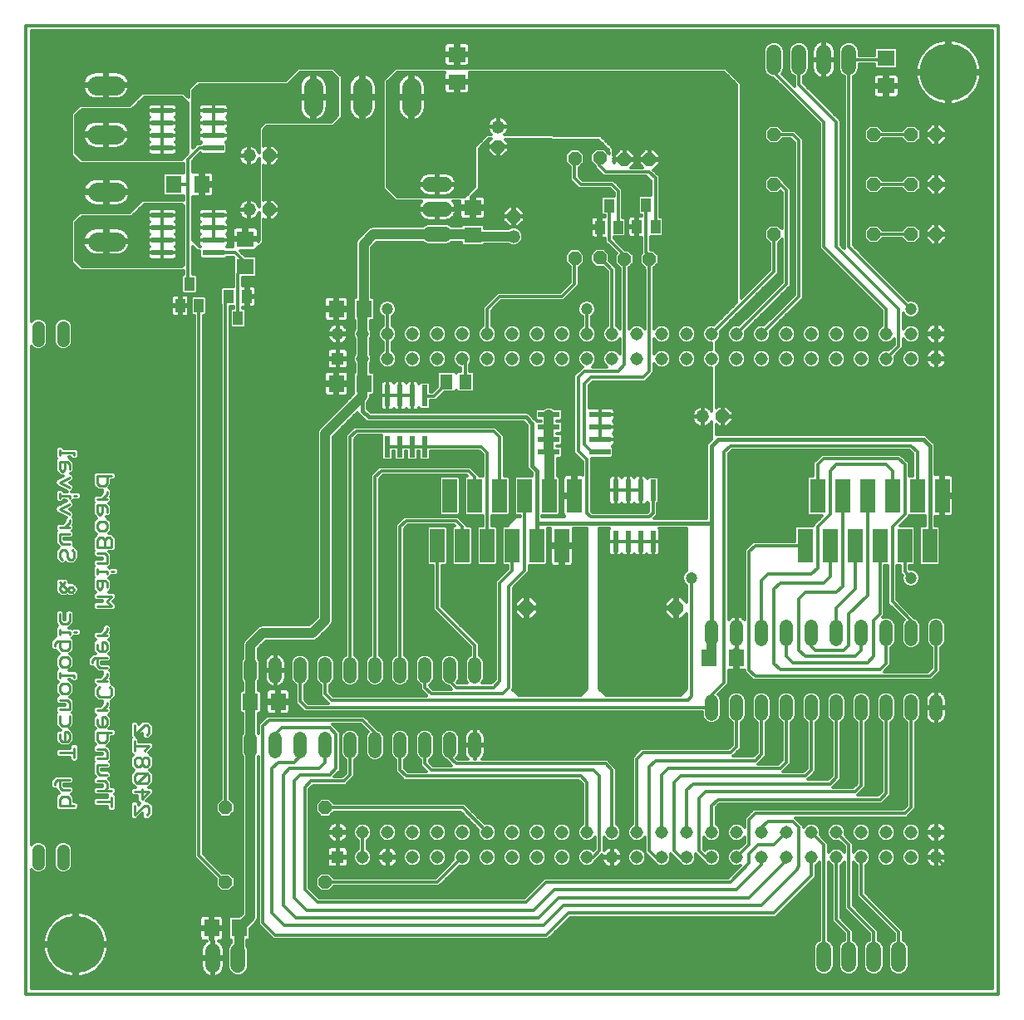
<source format=gbl>
G75*
G70*
%OFA0B0*%
%FSLAX24Y24*%
%IPPOS*%
%LPD*%
%AMOC8*
5,1,8,0,0,1.08239X$1,22.5*
%
%ADD10C,0.0120*%
%ADD11C,0.0110*%
%ADD12C,0.0520*%
%ADD13R,0.0515X0.0515*%
%ADD14C,0.0515*%
%ADD15C,0.0515*%
%ADD16R,0.0591X0.1378*%
%ADD17R,0.0630X0.0709*%
%ADD18C,0.0780*%
%ADD19C,0.0600*%
%ADD20OC8,0.0520*%
%ADD21C,0.0520*%
%ADD22R,0.0709X0.0630*%
%ADD23R,0.0394X0.0551*%
%ADD24R,0.0236X0.0866*%
%ADD25OC8,0.0600*%
%ADD26R,0.0512X0.0591*%
%ADD27R,0.0866X0.0236*%
%ADD28R,0.0630X0.0710*%
%ADD29R,0.0710X0.0630*%
%ADD30C,0.0594*%
%ADD31C,0.2300*%
%ADD32C,0.0472*%
%ADD33C,0.0400*%
%ADD34C,0.0160*%
D10*
X001767Y017570D02*
X001767Y056440D01*
X040759Y056440D01*
X040759Y017570D01*
X001767Y017570D01*
X001987Y017790D02*
X001987Y022559D01*
X002053Y022492D01*
X002192Y022435D01*
X002342Y022435D01*
X002480Y022492D01*
X002587Y022599D01*
X002644Y022737D01*
X002644Y023402D01*
X002587Y023541D01*
X002480Y023647D01*
X002342Y023705D01*
X002192Y023705D01*
X002053Y023647D01*
X001987Y023581D01*
X001987Y043559D01*
X002053Y043492D01*
X002192Y043435D01*
X002342Y043435D01*
X002480Y043492D01*
X002587Y043599D01*
X002644Y043737D01*
X002644Y044402D01*
X002587Y044541D01*
X002480Y044647D01*
X002342Y044705D01*
X002192Y044705D01*
X002053Y044647D01*
X001987Y044581D01*
X001987Y056220D01*
X040539Y056220D01*
X040539Y017790D01*
X001987Y017790D01*
X001987Y017807D02*
X040539Y017807D01*
X040539Y017925D02*
X001987Y017925D01*
X001987Y018044D02*
X040539Y018044D01*
X040539Y018162D02*
X001987Y018162D01*
X001987Y018281D02*
X003532Y018281D01*
X003574Y018272D02*
X003702Y018260D01*
X003707Y018260D01*
X003707Y019510D01*
X003827Y019510D01*
X003827Y019630D01*
X005077Y019630D01*
X005077Y019634D01*
X005064Y019762D01*
X005039Y019889D01*
X005002Y020012D01*
X004952Y020131D01*
X004892Y020244D01*
X004820Y020351D01*
X004738Y020451D01*
X004647Y020542D01*
X004548Y020623D01*
X004441Y020695D01*
X004327Y020756D01*
X004209Y020805D01*
X004085Y020842D01*
X003959Y020867D01*
X003831Y020880D01*
X003827Y020880D01*
X003827Y019630D01*
X003707Y019630D01*
X003707Y020880D01*
X003702Y020880D01*
X003574Y020867D01*
X003448Y020842D01*
X003325Y020805D01*
X003206Y020756D01*
X003092Y020695D01*
X002985Y020623D01*
X002886Y020542D01*
X002795Y020451D01*
X002713Y020351D01*
X002642Y020244D01*
X002581Y020131D01*
X002532Y020012D01*
X002494Y019889D01*
X002469Y019762D01*
X002457Y019634D01*
X002457Y019630D01*
X003707Y019630D01*
X003707Y019510D01*
X002457Y019510D01*
X002457Y019506D01*
X002469Y019377D01*
X002494Y019251D01*
X002532Y019128D01*
X002581Y019009D01*
X002642Y018896D01*
X002713Y018789D01*
X002795Y018689D01*
X002886Y018598D01*
X002985Y018516D01*
X003092Y018445D01*
X003206Y018384D01*
X003325Y018335D01*
X003448Y018298D01*
X003574Y018272D01*
X003707Y018281D02*
X003827Y018281D01*
X003827Y018260D02*
X003831Y018260D01*
X003959Y018272D01*
X004085Y018298D01*
X004209Y018335D01*
X004327Y018384D01*
X004441Y018445D01*
X004548Y018516D01*
X004647Y018598D01*
X004738Y018689D01*
X004820Y018789D01*
X004892Y018896D01*
X004952Y019009D01*
X005002Y019128D01*
X005039Y019251D01*
X005064Y019377D01*
X005077Y019506D01*
X005077Y019510D01*
X003827Y019510D01*
X003827Y018260D01*
X003827Y018399D02*
X003707Y018399D01*
X003707Y018518D02*
X003827Y018518D01*
X003827Y018636D02*
X003707Y018636D01*
X003707Y018755D02*
X003827Y018755D01*
X003827Y018873D02*
X003707Y018873D01*
X003707Y018992D02*
X003827Y018992D01*
X003827Y019110D02*
X003707Y019110D01*
X003707Y019229D02*
X003827Y019229D01*
X003827Y019347D02*
X003707Y019347D01*
X003707Y019466D02*
X003827Y019466D01*
X003827Y019584D02*
X008896Y019584D01*
X008876Y019556D02*
X008843Y019492D01*
X008821Y019424D01*
X008810Y019353D01*
X008810Y019058D01*
X009228Y019058D01*
X009228Y018981D01*
X009305Y018981D01*
X009305Y018267D01*
X009374Y018277D01*
X009442Y018300D01*
X009506Y018332D01*
X009564Y018375D01*
X009615Y018425D01*
X009657Y018484D01*
X009690Y018548D01*
X009712Y018616D01*
X009724Y018687D01*
X009724Y018981D01*
X009305Y018981D01*
X009305Y019058D01*
X009724Y019058D01*
X009724Y019353D01*
X009712Y019424D01*
X009690Y019492D01*
X009657Y019556D01*
X009615Y019614D01*
X009564Y019665D01*
X009509Y019706D01*
X009552Y019706D01*
X009592Y019716D01*
X009629Y019738D01*
X009658Y019767D01*
X009680Y019804D01*
X009690Y019844D01*
X009690Y020160D01*
X009275Y020160D01*
X009275Y019706D01*
X009305Y019706D01*
X009305Y019058D01*
X009228Y019058D01*
X009228Y019773D01*
X009160Y019762D01*
X009155Y019761D01*
X009155Y020160D01*
X008741Y020160D01*
X008741Y019844D01*
X008751Y019804D01*
X008772Y019767D01*
X008802Y019738D01*
X008839Y019716D01*
X008879Y019706D01*
X009025Y019706D01*
X008969Y019665D01*
X008918Y019614D01*
X008876Y019556D01*
X008835Y019466D02*
X005073Y019466D01*
X005058Y019347D02*
X008810Y019347D01*
X008810Y019229D02*
X005032Y019229D01*
X004994Y019110D02*
X008810Y019110D01*
X008810Y018981D02*
X008810Y018687D01*
X008821Y018616D01*
X008843Y018548D01*
X008876Y018484D01*
X008918Y018425D01*
X008969Y018375D01*
X009027Y018332D01*
X009091Y018300D01*
X009160Y018277D01*
X009228Y018267D01*
X009228Y018981D01*
X008810Y018981D01*
X008810Y018873D02*
X004877Y018873D01*
X004943Y018992D02*
X009228Y018992D01*
X009305Y018992D02*
X009850Y018992D01*
X009850Y019110D02*
X009724Y019110D01*
X009724Y019229D02*
X009850Y019229D01*
X009850Y019347D02*
X009724Y019347D01*
X009699Y019466D02*
X009877Y019466D01*
X009850Y019400D02*
X009850Y018640D01*
X009913Y018487D01*
X010031Y018370D01*
X010184Y018306D01*
X010350Y018306D01*
X010503Y018370D01*
X010620Y018487D01*
X010684Y018640D01*
X010684Y019400D01*
X010638Y019510D01*
X010638Y019746D01*
X010683Y019746D01*
X010753Y019816D01*
X010753Y020202D01*
X010948Y020397D01*
X011038Y020487D01*
X011087Y020605D01*
X011087Y027092D01*
X011087Y027092D01*
X011087Y020370D01*
X011587Y019870D01*
X011692Y019765D01*
X022716Y019765D01*
X023591Y020640D01*
X031841Y020640D01*
X033341Y022140D01*
X033447Y022245D01*
X033447Y022736D01*
X033480Y022750D01*
X033587Y022856D01*
X033587Y019750D01*
X033529Y019726D01*
X033411Y019608D01*
X033347Y019453D01*
X033347Y018686D01*
X033411Y018532D01*
X033529Y018414D01*
X033683Y018350D01*
X033850Y018350D01*
X034005Y018414D01*
X034123Y018532D01*
X034187Y018686D01*
X034187Y019453D01*
X034123Y019608D01*
X034005Y019726D01*
X033947Y019750D01*
X033947Y022856D01*
X034053Y022750D01*
X034087Y022736D01*
X034087Y020495D01*
X034587Y019995D01*
X034587Y019750D01*
X034529Y019726D01*
X034411Y019608D01*
X034347Y019453D01*
X034347Y018686D01*
X034411Y018532D01*
X034529Y018414D01*
X034683Y018350D01*
X034850Y018350D01*
X035005Y018414D01*
X035123Y018532D01*
X035187Y018686D01*
X035187Y019453D01*
X035123Y019608D01*
X035005Y019726D01*
X034947Y019750D01*
X034947Y020144D01*
X034841Y020250D01*
X034447Y020644D01*
X034447Y022736D01*
X034480Y022750D01*
X034587Y022856D01*
X034587Y020995D01*
X035587Y019995D01*
X035587Y019750D01*
X035529Y019726D01*
X035411Y019608D01*
X035347Y019453D01*
X035347Y018686D01*
X035411Y018532D01*
X035529Y018414D01*
X035683Y018350D01*
X035850Y018350D01*
X036005Y018414D01*
X036123Y018532D01*
X036187Y018686D01*
X036187Y019453D01*
X036123Y019608D01*
X036005Y019726D01*
X035947Y019750D01*
X035947Y020144D01*
X035841Y020250D01*
X034947Y021144D01*
X034947Y022856D01*
X035053Y022750D01*
X035087Y022736D01*
X035087Y021495D01*
X036587Y019995D01*
X036587Y019750D01*
X036529Y019726D01*
X036411Y019608D01*
X036347Y019453D01*
X036347Y018686D01*
X036411Y018532D01*
X036529Y018414D01*
X036683Y018350D01*
X036850Y018350D01*
X037005Y018414D01*
X037123Y018532D01*
X037187Y018686D01*
X037187Y019453D01*
X037123Y019608D01*
X037005Y019726D01*
X036947Y019750D01*
X036947Y020144D01*
X036841Y020250D01*
X035447Y021644D01*
X035447Y022736D01*
X035480Y022750D01*
X035587Y022856D01*
X035644Y022995D01*
X035644Y023145D01*
X035587Y023284D01*
X035480Y023390D01*
X035342Y023447D01*
X035192Y023447D01*
X035053Y023390D01*
X034947Y023284D01*
X034947Y023644D01*
X034841Y023750D01*
X034630Y023961D01*
X034644Y023995D01*
X034644Y024145D01*
X034587Y024284D01*
X034480Y024390D01*
X034342Y024447D01*
X034192Y024447D01*
X034053Y024390D01*
X033947Y024284D01*
X033889Y024145D01*
X033889Y023995D01*
X033947Y023856D01*
X034053Y023750D01*
X034192Y023692D01*
X034342Y023692D01*
X034376Y023706D01*
X034587Y023495D01*
X033947Y023495D01*
X033947Y023613D02*
X034469Y023613D01*
X034587Y023495D02*
X034587Y023284D01*
X034480Y023390D01*
X034342Y023447D01*
X034192Y023447D01*
X034053Y023390D01*
X033947Y023284D01*
X033947Y023644D01*
X033841Y023750D01*
X033630Y023961D01*
X033644Y023995D01*
X033644Y024145D01*
X033587Y024284D01*
X033480Y024390D01*
X033342Y024447D01*
X033192Y024447D01*
X033053Y024390D01*
X032947Y024284D01*
X032947Y024332D01*
X032697Y024582D01*
X032639Y024640D01*
X037091Y024640D01*
X037341Y024890D01*
X037447Y024995D01*
X037447Y028473D01*
X037482Y028488D01*
X037589Y028595D01*
X037647Y028734D01*
X037647Y029405D01*
X037589Y029545D01*
X037482Y029652D01*
X037342Y029710D01*
X037191Y029710D01*
X037051Y029652D01*
X036945Y029545D01*
X036887Y029405D01*
X036887Y028734D01*
X036945Y028595D01*
X037051Y028488D01*
X037087Y028473D01*
X037087Y025144D01*
X036942Y025000D01*
X030942Y025000D01*
X030837Y024894D01*
X030587Y024644D01*
X030587Y024284D01*
X030480Y024390D01*
X030342Y024447D01*
X030192Y024447D01*
X030053Y024390D01*
X029947Y024284D01*
X029889Y024145D01*
X029889Y023995D01*
X029947Y023856D01*
X030053Y023750D01*
X030192Y023692D01*
X030342Y023692D01*
X030480Y023750D01*
X030587Y023856D01*
X030587Y023644D01*
X030376Y023433D01*
X030342Y023447D01*
X030192Y023447D01*
X030053Y023390D01*
X029947Y023284D01*
X029889Y023145D01*
X029889Y022995D01*
X029947Y022856D01*
X030053Y022750D01*
X030192Y022692D01*
X030342Y022692D01*
X030415Y022723D01*
X029942Y022250D01*
X022567Y022250D01*
X022462Y022144D01*
X021755Y021437D01*
X013529Y021437D01*
X013134Y021832D01*
X013134Y025795D01*
X013279Y025940D01*
X014591Y025940D01*
X014841Y026190D01*
X014947Y026295D01*
X014947Y026973D01*
X014982Y026988D01*
X015089Y027095D01*
X015147Y027234D01*
X015147Y027905D01*
X015089Y028045D01*
X014982Y028152D01*
X014842Y028210D01*
X014691Y028210D01*
X014551Y028152D01*
X014445Y028045D01*
X014387Y027905D01*
X014387Y027234D01*
X014445Y027095D01*
X014551Y026988D01*
X014587Y026973D01*
X014587Y026444D01*
X014442Y026300D01*
X014139Y026300D01*
X014279Y026440D01*
X014384Y026545D01*
X014384Y028082D01*
X014076Y028390D01*
X015192Y028390D01*
X015491Y028091D01*
X015445Y028045D01*
X015387Y027905D01*
X015387Y027234D01*
X015445Y027095D01*
X015551Y026988D01*
X015691Y026930D01*
X015842Y026930D01*
X015982Y026988D01*
X016089Y027095D01*
X016147Y027234D01*
X016147Y027905D01*
X016089Y028045D01*
X015982Y028152D01*
X015909Y028182D01*
X015447Y028644D01*
X015341Y028750D01*
X011442Y028750D01*
X011192Y028500D01*
X011087Y028394D01*
X011087Y028047D01*
X011087Y028047D01*
X011087Y028833D01*
X011143Y028833D01*
X011213Y028903D01*
X011213Y029711D01*
X011143Y029782D01*
X011098Y029782D01*
X011098Y030117D01*
X011147Y030234D01*
X011147Y030905D01*
X011089Y031045D01*
X011087Y031047D01*
X011087Y031437D01*
X011399Y031750D01*
X013330Y031750D01*
X013448Y031799D01*
X013948Y032299D01*
X014038Y032389D01*
X014087Y032506D01*
X014087Y039937D01*
X015067Y040917D01*
X015067Y040887D01*
X015184Y040770D01*
X015434Y040520D01*
X021734Y040520D01*
X021867Y040387D01*
X021867Y038687D01*
X021984Y038570D01*
X022067Y038487D01*
X022067Y038379D01*
X021422Y038379D01*
X021351Y038309D01*
X021351Y036831D01*
X021422Y036761D01*
X021587Y036761D01*
X021587Y036750D01*
X021442Y036750D01*
X021087Y036394D01*
X021087Y036379D01*
X020922Y036379D01*
X020851Y036309D01*
X020851Y034831D01*
X020922Y034761D01*
X021087Y034761D01*
X021087Y034644D01*
X020587Y034144D01*
X020587Y030207D01*
X020442Y030062D01*
X020057Y030062D01*
X020089Y030095D01*
X020147Y030234D01*
X020147Y030905D01*
X020089Y031045D01*
X019982Y031152D01*
X019947Y031167D01*
X019947Y031644D01*
X018447Y033144D01*
X018447Y034761D01*
X018612Y034761D01*
X018682Y034831D01*
X018682Y036309D01*
X018612Y036379D01*
X017922Y036379D01*
X017851Y036309D01*
X017851Y034831D01*
X017922Y034761D01*
X018087Y034761D01*
X018087Y032995D01*
X018192Y032890D01*
X019587Y031495D01*
X019587Y031167D01*
X019551Y031152D01*
X019445Y031045D01*
X019387Y030905D01*
X019387Y030234D01*
X019445Y030095D01*
X019477Y030062D01*
X019091Y030062D01*
X019074Y030080D01*
X019089Y030095D01*
X019147Y030234D01*
X019147Y030905D01*
X019089Y031045D01*
X018982Y031152D01*
X018842Y031210D01*
X018691Y031210D01*
X018551Y031152D01*
X018445Y031045D01*
X018387Y030905D01*
X018387Y030234D01*
X018445Y030095D01*
X018551Y029988D01*
X018691Y029930D01*
X018715Y029930D01*
X018832Y029812D01*
X018091Y029812D01*
X017947Y029957D01*
X017947Y029973D01*
X017982Y029988D01*
X018089Y030095D01*
X018147Y030234D01*
X018147Y030905D01*
X018089Y031045D01*
X017982Y031152D01*
X017842Y031210D01*
X017691Y031210D01*
X017551Y031152D01*
X017445Y031045D01*
X017387Y030905D01*
X017387Y030234D01*
X017445Y030095D01*
X017551Y029988D01*
X017587Y029973D01*
X017587Y029808D01*
X017837Y029558D01*
X017845Y029550D01*
X014091Y029550D01*
X013947Y029694D01*
X013947Y029973D01*
X013982Y029988D01*
X014089Y030095D01*
X014147Y030234D01*
X014147Y030905D01*
X014089Y031045D01*
X013982Y031152D01*
X013842Y031210D01*
X013691Y031210D01*
X013551Y031152D01*
X013445Y031045D01*
X013387Y030905D01*
X013387Y030234D01*
X013445Y030095D01*
X013551Y029988D01*
X013587Y029973D01*
X013587Y029545D01*
X013837Y029295D01*
X013882Y029250D01*
X013091Y029250D01*
X012947Y029394D01*
X012947Y029973D01*
X012982Y029988D01*
X013089Y030095D01*
X013147Y030234D01*
X013147Y030905D01*
X013089Y031045D01*
X012982Y031152D01*
X012842Y031210D01*
X012691Y031210D01*
X012551Y031152D01*
X012445Y031045D01*
X012387Y030905D01*
X012387Y030234D01*
X012445Y030095D01*
X012551Y029988D01*
X012587Y029973D01*
X012587Y029245D01*
X012837Y028995D01*
X012942Y028890D01*
X028887Y028890D01*
X028887Y028734D01*
X028945Y028595D01*
X029051Y028488D01*
X029191Y028430D01*
X029342Y028430D01*
X029482Y028488D01*
X029589Y028595D01*
X029647Y028734D01*
X029647Y029405D01*
X029589Y029545D01*
X029543Y029591D01*
X029841Y029890D01*
X029947Y029995D01*
X029947Y030556D01*
X030208Y030556D01*
X030208Y031010D01*
X030328Y031010D01*
X030328Y030556D01*
X030587Y030556D01*
X030587Y030508D01*
X030692Y030402D01*
X030942Y030152D01*
X038091Y030152D01*
X038197Y030258D01*
X038447Y030508D01*
X038447Y031473D01*
X038482Y031488D01*
X038589Y031595D01*
X038647Y031734D01*
X038647Y032405D01*
X038589Y032545D01*
X038482Y032652D01*
X038342Y032710D01*
X038191Y032710D01*
X038051Y032652D01*
X037945Y032545D01*
X037887Y032405D01*
X037887Y031734D01*
X037945Y031595D01*
X038051Y031488D01*
X038087Y031473D01*
X038087Y030657D01*
X037942Y030512D01*
X036189Y030512D01*
X036341Y030665D01*
X036447Y030770D01*
X036447Y031473D01*
X036482Y031488D01*
X036589Y031595D01*
X036647Y031734D01*
X036647Y032405D01*
X036589Y032545D01*
X036482Y032652D01*
X036342Y032710D01*
X036191Y032710D01*
X036140Y032689D01*
X036197Y032745D01*
X036197Y034761D01*
X036337Y034761D01*
X036337Y033245D01*
X036442Y033140D01*
X036442Y033140D01*
X036991Y032591D01*
X036945Y032545D01*
X036887Y032405D01*
X036887Y031734D01*
X036945Y031595D01*
X037051Y031488D01*
X037191Y031430D01*
X037342Y031430D01*
X037482Y031488D01*
X037589Y031595D01*
X037647Y031734D01*
X037647Y032405D01*
X037589Y032545D01*
X037482Y032652D01*
X037409Y032682D01*
X036697Y033394D01*
X036697Y034761D01*
X036837Y034761D01*
X036837Y034445D01*
X036919Y034363D01*
X036910Y034341D01*
X036910Y034199D01*
X036965Y034068D01*
X037065Y033968D01*
X037196Y033914D01*
X037338Y033914D01*
X037468Y033968D01*
X037569Y034068D01*
X037623Y034199D01*
X037623Y034341D01*
X037569Y034472D01*
X037468Y034572D01*
X037338Y034626D01*
X037197Y034626D01*
X037197Y034761D01*
X037362Y034761D01*
X037432Y034831D01*
X037432Y036309D01*
X037362Y036379D01*
X036830Y036379D01*
X037091Y036640D01*
X037197Y036745D01*
X037197Y036761D01*
X037817Y036761D01*
X037817Y036379D01*
X037672Y036379D01*
X037601Y036309D01*
X037601Y034831D01*
X037672Y034761D01*
X038362Y034761D01*
X038432Y034831D01*
X038432Y036309D01*
X038362Y036379D01*
X038217Y036379D01*
X038217Y036721D01*
X038457Y036721D01*
X038457Y037510D01*
X038577Y037510D01*
X038577Y037630D01*
X038972Y037630D01*
X038972Y038280D01*
X038961Y038321D01*
X038940Y038357D01*
X038910Y038387D01*
X038874Y038408D01*
X038833Y038419D01*
X038577Y038419D01*
X038577Y037630D01*
X038457Y037630D01*
X038457Y038419D01*
X038217Y038419D01*
X038217Y039653D01*
X037967Y039903D01*
X037850Y040020D01*
X029447Y040020D01*
X029447Y040421D01*
X029530Y040337D01*
X029684Y040337D01*
X029684Y040737D01*
X029724Y040737D01*
X029724Y040337D01*
X029878Y040337D01*
X030124Y040583D01*
X030124Y040737D01*
X029724Y040737D01*
X029724Y040777D01*
X030124Y040777D01*
X030124Y040931D01*
X029878Y041177D01*
X029724Y041177D01*
X029724Y040777D01*
X029684Y040777D01*
X029684Y041177D01*
X029530Y041177D01*
X029447Y041094D01*
X029447Y042736D01*
X029480Y042750D01*
X029587Y042856D01*
X029644Y042995D01*
X029644Y043145D01*
X029587Y043284D01*
X029480Y043390D01*
X029447Y043404D01*
X029447Y043736D01*
X029480Y043750D01*
X029587Y043856D01*
X029644Y043995D01*
X029644Y044145D01*
X029630Y044179D01*
X031947Y046495D01*
X031947Y047712D01*
X032087Y047852D01*
X032087Y046144D01*
X030376Y044433D01*
X030342Y044447D01*
X030192Y044447D01*
X030053Y044390D01*
X029947Y044284D01*
X029889Y044145D01*
X029889Y043995D01*
X029947Y043856D01*
X030053Y043750D01*
X030192Y043692D01*
X030342Y043692D01*
X030480Y043750D01*
X030587Y043856D01*
X030644Y043995D01*
X030644Y044145D01*
X030630Y044179D01*
X032447Y045995D01*
X032447Y049894D01*
X032341Y050000D01*
X032147Y050194D01*
X032147Y050227D01*
X031924Y050450D01*
X031609Y050450D01*
X031387Y050227D01*
X031387Y049912D01*
X031609Y049690D01*
X031924Y049690D01*
X032033Y049799D01*
X032087Y049745D01*
X032087Y048287D01*
X031924Y048450D01*
X031609Y048450D01*
X031387Y048227D01*
X031387Y047912D01*
X031587Y047712D01*
X031587Y046644D01*
X030447Y045504D01*
X030447Y054144D01*
X030341Y054250D01*
X029841Y054750D01*
X019324Y054750D01*
X019311Y054760D01*
X019252Y054750D01*
X016586Y054750D01*
X016480Y054644D01*
X016087Y054251D01*
X016087Y049889D01*
X016586Y049390D01*
X017636Y049390D01*
X017616Y049370D01*
X017573Y049311D01*
X017540Y049246D01*
X017518Y049178D01*
X017507Y049110D01*
X018227Y049110D01*
X018227Y049030D01*
X018307Y049030D01*
X018307Y049110D01*
X019026Y049110D01*
X019015Y049178D01*
X018993Y049246D01*
X018960Y049311D01*
X018918Y049370D01*
X018897Y049390D01*
X019177Y049390D01*
X019177Y049194D01*
X019632Y049194D01*
X019632Y049574D01*
X019947Y049889D01*
X019947Y051495D01*
X020340Y051889D01*
X020416Y051888D01*
X020284Y051756D01*
X020284Y051602D01*
X020684Y051602D01*
X020684Y051562D01*
X020724Y051562D01*
X020724Y051162D01*
X020878Y051162D01*
X021124Y051408D01*
X021124Y051562D01*
X020724Y051562D01*
X020724Y051602D01*
X021124Y051602D01*
X021124Y051756D01*
X020999Y051882D01*
X024741Y051841D01*
X025141Y051441D01*
X025148Y051301D01*
X024949Y051500D01*
X024634Y051500D01*
X024412Y051277D01*
X024412Y050962D01*
X024587Y050787D01*
X024587Y050745D01*
X024692Y050640D01*
X024942Y050390D01*
X025298Y050390D01*
X025302Y050386D01*
X025371Y050390D01*
X026642Y050390D01*
X026692Y050340D01*
X026836Y050196D01*
X026836Y049624D01*
X026395Y049624D01*
X026325Y049553D01*
X026325Y048903D01*
X026395Y048832D01*
X026462Y048832D01*
X026462Y048797D01*
X026306Y048797D01*
X026306Y048400D01*
X026229Y048400D01*
X026229Y048323D01*
X026306Y048323D01*
X026306Y047926D01*
X026462Y047926D01*
X026462Y047302D01*
X026387Y047227D01*
X026387Y046912D01*
X026577Y046722D01*
X026587Y046564D01*
X026587Y044284D01*
X026480Y044390D01*
X026342Y044447D01*
X026192Y044447D01*
X026053Y044390D01*
X025947Y044284D01*
X025947Y046712D01*
X026147Y046912D01*
X026147Y047227D01*
X025924Y047450D01*
X025791Y047450D01*
X025347Y047894D01*
X025347Y047954D01*
X025775Y047954D01*
X025845Y048024D01*
X025845Y048675D01*
X025775Y048745D01*
X025708Y048745D01*
X025708Y049883D01*
X025447Y050144D01*
X025341Y050250D01*
X024091Y050250D01*
X023947Y050394D01*
X023947Y050737D01*
X024159Y050950D01*
X024159Y051265D01*
X023937Y051487D01*
X023622Y051487D01*
X023399Y051265D01*
X023399Y050950D01*
X023587Y050762D01*
X023587Y050245D01*
X023692Y050140D01*
X023942Y049890D01*
X025192Y049890D01*
X025348Y049734D01*
X025348Y049611D01*
X024908Y049611D01*
X024837Y049541D01*
X024837Y048890D01*
X024908Y048820D01*
X024987Y048820D01*
X024987Y048785D01*
X024819Y048785D01*
X024819Y048388D01*
X024742Y048388D01*
X024742Y048785D01*
X024562Y048785D01*
X024522Y048774D01*
X024485Y048753D01*
X024455Y048723D01*
X024434Y048687D01*
X024423Y048646D01*
X024423Y048388D01*
X024742Y048388D01*
X024742Y048311D01*
X024819Y048311D01*
X024819Y047914D01*
X024987Y047914D01*
X024987Y047745D01*
X025446Y047286D01*
X025387Y047227D01*
X025387Y046912D01*
X025587Y046712D01*
X025587Y044284D01*
X025480Y044390D01*
X025447Y044404D01*
X025447Y046719D01*
X025172Y046994D01*
X025172Y047277D01*
X024949Y047500D01*
X024634Y047500D01*
X024412Y047277D01*
X024412Y046962D01*
X024634Y046740D01*
X024917Y046740D01*
X025087Y046570D01*
X025087Y044404D01*
X025053Y044390D01*
X024947Y044284D01*
X024889Y044145D01*
X024889Y043995D01*
X024947Y043856D01*
X025053Y043750D01*
X025192Y043692D01*
X025342Y043692D01*
X025480Y043750D01*
X025587Y043856D01*
X025587Y043284D01*
X025480Y043390D01*
X025342Y043447D01*
X025192Y043447D01*
X025053Y043390D01*
X024947Y043284D01*
X024889Y043145D01*
X024889Y042995D01*
X024947Y042856D01*
X025053Y042750D01*
X024481Y042750D01*
X024587Y042856D01*
X024644Y042995D01*
X024644Y043145D01*
X024587Y043284D01*
X024480Y043390D01*
X024342Y043447D01*
X024192Y043447D01*
X024053Y043390D01*
X023947Y043284D01*
X023889Y043145D01*
X023889Y042995D01*
X023947Y042856D01*
X024053Y042750D01*
X024081Y042738D01*
X023842Y042500D01*
X023737Y042394D01*
X023737Y039295D01*
X023842Y039190D01*
X023842Y039190D01*
X024087Y038945D01*
X024087Y038418D01*
X024083Y038419D01*
X023827Y038419D01*
X023827Y037630D01*
X023707Y037630D01*
X023707Y038419D01*
X023450Y038419D01*
X023410Y038408D01*
X023373Y038387D01*
X023343Y038357D01*
X023322Y038321D01*
X023311Y038280D01*
X023311Y037630D01*
X023707Y037630D01*
X023707Y037510D01*
X023311Y037510D01*
X023311Y036860D01*
X023322Y036819D01*
X023343Y036783D01*
X023373Y036753D01*
X023378Y036750D01*
X022467Y036750D01*
X022467Y036761D01*
X023112Y036761D01*
X023182Y036831D01*
X023182Y038309D01*
X023112Y038379D01*
X023087Y038379D01*
X023087Y039082D01*
X023226Y039082D01*
X023296Y039152D01*
X023296Y039488D01*
X023226Y039558D01*
X023063Y039558D01*
X023063Y039582D01*
X023226Y039582D01*
X023296Y039652D01*
X023296Y039988D01*
X023226Y040058D01*
X023063Y040058D01*
X023063Y040082D01*
X023226Y040082D01*
X023296Y040152D01*
X023296Y040488D01*
X023226Y040558D01*
X023063Y040558D01*
X023063Y040582D01*
X023226Y040582D01*
X023296Y040652D01*
X023296Y040988D01*
X023226Y041058D01*
X022957Y041058D01*
X022924Y041091D01*
X022807Y041140D01*
X022679Y041140D01*
X022562Y041091D01*
X022529Y041058D01*
X022260Y041058D01*
X022190Y040988D01*
X022190Y040652D01*
X022260Y040582D01*
X022423Y040582D01*
X022423Y040558D01*
X022261Y040558D01*
X022017Y040803D01*
X021900Y040920D01*
X015600Y040920D01*
X015467Y041053D01*
X015467Y041317D01*
X015538Y041389D01*
X015587Y041506D01*
X015587Y041596D01*
X015683Y041596D01*
X015753Y041666D01*
X015753Y042474D01*
X015683Y042544D01*
X015587Y042544D01*
X015587Y042856D01*
X015644Y042995D01*
X015644Y043145D01*
X015587Y043284D01*
X015587Y043284D01*
X015587Y043856D01*
X015644Y043995D01*
X015644Y044145D01*
X015587Y044284D01*
X015587Y044284D01*
X015587Y044596D01*
X015683Y044596D01*
X015753Y044666D01*
X015753Y045474D01*
X015683Y045544D01*
X015638Y045544D01*
X015638Y047544D01*
X015844Y047750D01*
X017693Y047750D01*
X017729Y047714D01*
X017883Y047650D01*
X018650Y047650D01*
X018805Y047714D01*
X018841Y047750D01*
X019217Y047750D01*
X019217Y047667D01*
X019288Y047596D01*
X020096Y047596D01*
X020162Y047662D01*
X021112Y047662D01*
X021114Y047660D01*
X021254Y047602D01*
X021405Y047602D01*
X021544Y047660D01*
X021651Y047767D01*
X021709Y047907D01*
X021709Y048058D01*
X021651Y048198D01*
X021544Y048305D01*
X021405Y048362D01*
X021254Y048362D01*
X021114Y048305D01*
X021112Y048302D01*
X020166Y048302D01*
X020166Y048396D01*
X020096Y048466D01*
X019288Y048466D01*
X019217Y048396D01*
X019217Y048390D01*
X018841Y048390D01*
X018805Y048426D01*
X018650Y048490D01*
X017883Y048490D01*
X017729Y048426D01*
X017693Y048390D01*
X015648Y048390D01*
X015530Y048341D01*
X015440Y048251D01*
X015137Y047947D01*
X015137Y047947D01*
X015047Y047857D01*
X014998Y047740D01*
X014998Y045544D01*
X014953Y045544D01*
X014883Y045474D01*
X014883Y044666D01*
X014947Y044602D01*
X014947Y044284D01*
X014947Y044284D01*
X014889Y044145D01*
X014889Y043995D01*
X014947Y043856D01*
X014947Y043284D01*
X014947Y043284D01*
X014889Y043145D01*
X014889Y042995D01*
X014947Y042856D01*
X014947Y042538D01*
X014883Y042474D01*
X014883Y041666D01*
X014896Y041652D01*
X013495Y040251D01*
X013447Y040134D01*
X013447Y032702D01*
X013134Y032390D01*
X011203Y032390D01*
X011085Y032341D01*
X010995Y032251D01*
X010495Y031751D01*
X010447Y031634D01*
X010447Y031047D01*
X010445Y031045D01*
X010387Y030905D01*
X010387Y030234D01*
X010445Y030095D01*
X010458Y030081D01*
X010458Y029782D01*
X010413Y029782D01*
X010343Y029711D01*
X010343Y028903D01*
X010413Y028833D01*
X010447Y028833D01*
X010447Y028047D01*
X010445Y028045D01*
X010387Y027905D01*
X010387Y027234D01*
X010445Y027095D01*
X010447Y027092D01*
X010447Y020801D01*
X010340Y020694D01*
X009953Y020694D01*
X009883Y020624D01*
X009883Y019816D01*
X009953Y019746D01*
X009998Y019746D01*
X009998Y019637D01*
X009913Y019553D01*
X009850Y019400D01*
X009945Y019584D02*
X009637Y019584D01*
X009512Y019703D02*
X009998Y019703D01*
X009883Y019821D02*
X009684Y019821D01*
X009690Y019940D02*
X009883Y019940D01*
X009883Y020058D02*
X009690Y020058D01*
X009690Y020280D02*
X009690Y020595D01*
X009680Y020636D01*
X009658Y020672D01*
X009629Y020702D01*
X009592Y020723D01*
X009552Y020734D01*
X009275Y020734D01*
X009275Y020280D01*
X009155Y020280D01*
X009155Y020160D01*
X009275Y020160D01*
X009275Y020280D01*
X009690Y020280D01*
X009690Y020295D02*
X009883Y020295D01*
X009883Y020177D02*
X009275Y020177D01*
X009275Y020295D02*
X009155Y020295D01*
X009155Y020280D02*
X009155Y020734D01*
X008879Y020734D01*
X008839Y020723D01*
X008802Y020702D01*
X008772Y020672D01*
X008751Y020636D01*
X008741Y020595D01*
X008741Y020280D01*
X009155Y020280D01*
X009155Y020177D02*
X004928Y020177D01*
X004982Y020058D02*
X008741Y020058D01*
X008741Y019940D02*
X005023Y019940D01*
X005052Y019821D02*
X008747Y019821D01*
X009021Y019703D02*
X005070Y019703D01*
X004857Y020295D02*
X008741Y020295D01*
X008741Y020414D02*
X004769Y020414D01*
X004657Y020532D02*
X008741Y020532D01*
X008760Y020651D02*
X004507Y020651D01*
X004294Y020769D02*
X010415Y020769D01*
X010447Y020888D02*
X001987Y020888D01*
X001987Y021006D02*
X010447Y021006D01*
X010447Y021125D02*
X001987Y021125D01*
X001987Y021243D02*
X010447Y021243D01*
X010447Y021362D02*
X001987Y021362D01*
X001987Y021480D02*
X010447Y021480D01*
X010447Y021599D02*
X001987Y021599D01*
X001987Y021717D02*
X009582Y021717D01*
X009609Y021690D02*
X009924Y021690D01*
X010147Y021912D01*
X010147Y022227D01*
X009924Y022450D01*
X009641Y022450D01*
X008883Y023208D01*
X008883Y044804D01*
X008950Y044804D01*
X009020Y044874D01*
X009020Y045525D01*
X008950Y045595D01*
X008457Y045595D01*
X008386Y045525D01*
X008386Y044874D01*
X008457Y044804D01*
X008523Y044804D01*
X008523Y023059D01*
X009387Y022195D01*
X009387Y021912D01*
X009609Y021690D01*
X009463Y021836D02*
X001987Y021836D01*
X001987Y021954D02*
X009387Y021954D01*
X009387Y022073D02*
X001987Y022073D01*
X001987Y022191D02*
X009387Y022191D01*
X009272Y022310D02*
X001987Y022310D01*
X001987Y022428D02*
X009154Y022428D01*
X009035Y022547D02*
X003535Y022547D01*
X003587Y022599D02*
X003480Y022492D01*
X003342Y022435D01*
X003192Y022435D01*
X003053Y022492D01*
X002947Y022599D01*
X002889Y022737D01*
X002889Y023402D01*
X002947Y023541D01*
X003053Y023647D01*
X003192Y023705D01*
X003342Y023705D01*
X003480Y023647D01*
X003587Y023541D01*
X003644Y023402D01*
X003644Y022737D01*
X003587Y022599D01*
X003614Y022665D02*
X008917Y022665D01*
X008798Y022784D02*
X003644Y022784D01*
X003644Y022902D02*
X008680Y022902D01*
X008561Y023021D02*
X003644Y023021D01*
X003644Y023139D02*
X008523Y023139D01*
X008523Y023258D02*
X003644Y023258D01*
X003644Y023376D02*
X008523Y023376D01*
X008523Y023495D02*
X003606Y023495D01*
X003514Y023613D02*
X008523Y023613D01*
X008523Y023732D02*
X001987Y023732D01*
X001987Y023850D02*
X008523Y023850D01*
X008523Y023969D02*
X001987Y023969D01*
X001987Y024087D02*
X008523Y024087D01*
X008523Y024206D02*
X001987Y024206D01*
X001987Y024324D02*
X008523Y024324D01*
X008523Y024443D02*
X001987Y024443D01*
X001987Y024561D02*
X008523Y024561D01*
X008523Y024680D02*
X006784Y024680D01*
X006785Y024681D02*
X006785Y024681D01*
X006819Y024716D01*
X006887Y024784D01*
X006887Y025125D01*
X006821Y025191D01*
X006785Y025228D01*
X006785Y025228D01*
X006752Y025260D01*
X006686Y025326D01*
X006589Y025326D01*
X006592Y025330D01*
X006887Y025625D01*
X006887Y025770D01*
X006785Y025872D01*
X006687Y025872D01*
X006752Y025938D01*
X006785Y025970D01*
X006821Y026007D01*
X006887Y026073D01*
X006887Y026414D01*
X006819Y026482D01*
X006785Y026517D01*
X006785Y026517D01*
X006770Y026531D01*
X006736Y026566D01*
X006785Y026615D01*
X006821Y026651D01*
X006887Y026717D01*
X006887Y027059D01*
X006819Y027127D01*
X006785Y027161D01*
X006785Y027161D01*
X006754Y027192D01*
X006687Y027260D01*
X006887Y027460D01*
X006887Y027605D01*
X006886Y027607D01*
X006785Y027708D01*
X006297Y027708D01*
X006297Y027802D01*
X006244Y027855D01*
X006439Y028050D01*
X006439Y027908D01*
X006541Y027805D01*
X006686Y027805D01*
X006785Y027904D01*
X006819Y027938D01*
X006887Y028006D01*
X006887Y028348D01*
X006821Y028414D01*
X006785Y028451D01*
X006785Y028451D01*
X006752Y028483D01*
X006686Y028549D01*
X006443Y028549D01*
X006340Y028446D01*
X006297Y028403D01*
X006297Y028446D01*
X006194Y028549D01*
X006049Y028549D01*
X005947Y028446D01*
X005947Y027908D01*
X006000Y027855D01*
X005947Y027802D01*
X005947Y027263D01*
X006049Y027161D01*
X005947Y027059D01*
X005947Y026717D01*
X006045Y026619D01*
X006098Y026566D01*
X006049Y026517D01*
X005947Y026414D01*
X005947Y026073D01*
X006045Y025974D01*
X006147Y025872D01*
X006049Y025872D01*
X005947Y025770D01*
X005947Y025625D01*
X006049Y025522D01*
X006242Y025522D01*
X006242Y025330D01*
X006344Y025227D01*
X006340Y025224D01*
X006297Y025180D01*
X006297Y025224D01*
X006194Y025326D01*
X006049Y025326D01*
X005947Y025224D01*
X005947Y024685D01*
X006049Y024583D01*
X006194Y024583D01*
X006439Y024827D01*
X006439Y024685D01*
X006541Y024583D01*
X006686Y024583D01*
X006785Y024681D01*
X006887Y024798D02*
X008523Y024798D01*
X008523Y024917D02*
X006887Y024917D01*
X006887Y025035D02*
X008523Y025035D01*
X008523Y025154D02*
X006859Y025154D01*
X006740Y025272D02*
X008523Y025272D01*
X008523Y025391D02*
X006653Y025391D01*
X006772Y025509D02*
X008523Y025509D01*
X008523Y025628D02*
X006887Y025628D01*
X006887Y025746D02*
X008523Y025746D01*
X008523Y025865D02*
X006792Y025865D01*
X006785Y025970D02*
X006785Y025970D01*
X006798Y025983D02*
X008523Y025983D01*
X008523Y026102D02*
X006887Y026102D01*
X006887Y026220D02*
X008523Y026220D01*
X008523Y026339D02*
X006887Y026339D01*
X006844Y026457D02*
X008523Y026457D01*
X008523Y026576D02*
X006746Y026576D01*
X006785Y026615D02*
X006785Y026615D01*
X006864Y026694D02*
X008523Y026694D01*
X008523Y026813D02*
X006887Y026813D01*
X006887Y026931D02*
X008523Y026931D01*
X008523Y027050D02*
X006887Y027050D01*
X006778Y027168D02*
X008523Y027168D01*
X008523Y027287D02*
X006714Y027287D01*
X006832Y027405D02*
X008523Y027405D01*
X008523Y027524D02*
X006887Y027524D01*
X006850Y027642D02*
X008523Y027642D01*
X008523Y027761D02*
X006297Y027761D01*
X006268Y027879D02*
X006467Y027879D01*
X006439Y027998D02*
X006387Y027998D01*
X006760Y027879D02*
X008523Y027879D01*
X008523Y027998D02*
X006879Y027998D01*
X006887Y028116D02*
X008523Y028116D01*
X008523Y028235D02*
X006887Y028235D01*
X006882Y028353D02*
X008523Y028353D01*
X008523Y028472D02*
X006763Y028472D01*
X006366Y028472D02*
X006271Y028472D01*
X005972Y028472D02*
X005190Y028472D01*
X005190Y028590D02*
X008523Y028590D01*
X008523Y028709D02*
X005161Y028709D01*
X005190Y028680D02*
X005092Y028778D01*
X005088Y028782D01*
X005190Y028884D01*
X005190Y029029D01*
X005164Y029055D01*
X005190Y029081D01*
X005190Y029323D01*
X005254Y029387D01*
X005285Y029417D01*
X005319Y029452D01*
X005387Y029520D01*
X005387Y029861D01*
X005286Y029962D01*
X005285Y029964D01*
X005285Y029964D01*
X005187Y030062D01*
X005190Y030066D01*
X005190Y030211D01*
X005164Y030237D01*
X005190Y030263D01*
X005190Y030506D01*
X005142Y030554D01*
X005190Y030603D01*
X005190Y030748D01*
X005088Y030850D01*
X004797Y030850D01*
X004797Y030894D01*
X005088Y030894D01*
X005190Y030997D01*
X005190Y031142D01*
X005088Y031244D01*
X005190Y031346D01*
X005190Y031688D01*
X005092Y031786D01*
X005088Y031790D01*
X005190Y031892D01*
X005190Y032037D01*
X005164Y032063D01*
X005190Y032089D01*
X005190Y032332D01*
X005088Y032435D01*
X004943Y032435D01*
X004840Y032332D01*
X004840Y032234D01*
X004746Y032140D01*
X004549Y032140D01*
X004447Y032037D01*
X004447Y031892D01*
X004549Y031790D01*
X004447Y031688D01*
X004447Y031346D01*
X004545Y031247D01*
X004548Y031244D01*
X004451Y031244D01*
X004385Y031178D01*
X004352Y031146D01*
X004316Y031109D01*
X004250Y031043D01*
X004250Y030800D01*
X004352Y030697D01*
X004451Y030697D01*
X004549Y030599D01*
X004648Y030500D01*
X004840Y030500D01*
X004840Y030408D01*
X004746Y030313D01*
X004549Y030313D01*
X004447Y030211D01*
X004447Y030066D01*
X004549Y029964D01*
X004447Y029861D01*
X004447Y029520D01*
X004549Y029417D01*
X004648Y029319D01*
X004840Y029319D01*
X004840Y029226D01*
X004746Y029132D01*
X004549Y029132D01*
X004447Y029029D01*
X004447Y028884D01*
X004549Y028782D01*
X004447Y028680D01*
X004447Y028338D01*
X004545Y028240D01*
X004549Y028236D01*
X004447Y028134D01*
X004447Y027693D01*
X004545Y027595D01*
X004549Y027591D01*
X004447Y027489D01*
X004447Y027344D01*
X004549Y027242D01*
X004840Y027242D01*
X004840Y027198D01*
X004549Y027198D01*
X004447Y027095D01*
X004447Y026950D01*
X004500Y026898D01*
X004447Y026845D01*
X004447Y026404D01*
X004549Y026302D01*
X004447Y026200D01*
X004447Y026055D01*
X004549Y025953D01*
X004840Y025953D01*
X004840Y025909D01*
X004549Y025909D01*
X004447Y025806D01*
X004447Y025661D01*
X004549Y025559D01*
X005041Y025559D01*
X005037Y025555D01*
X005037Y025461D01*
X004549Y025461D01*
X004447Y025359D01*
X004447Y025214D01*
X004549Y025111D01*
X005037Y025111D01*
X005037Y025017D01*
X005140Y024914D01*
X005285Y024914D01*
X005387Y025017D01*
X005387Y025555D01*
X005334Y025608D01*
X005387Y025661D01*
X005387Y025806D01*
X005285Y025909D01*
X005190Y025909D01*
X005190Y026102D01*
X005947Y026102D01*
X005947Y026220D02*
X005105Y026220D01*
X005088Y026204D02*
X005190Y026306D01*
X005190Y026451D01*
X005088Y026553D01*
X004797Y026553D01*
X004797Y026597D01*
X005088Y026597D01*
X005190Y026700D01*
X005190Y026845D01*
X005137Y026898D01*
X005190Y026950D01*
X005190Y027391D01*
X005092Y027489D01*
X005039Y027542D01*
X005088Y027591D01*
X005190Y027693D01*
X005190Y027886D01*
X005285Y027886D01*
X005387Y027989D01*
X005387Y028134D01*
X005285Y028236D01*
X005089Y028236D01*
X005190Y028338D01*
X005190Y028680D01*
X005134Y028827D02*
X008523Y028827D01*
X008523Y028946D02*
X005190Y028946D01*
X005174Y029064D02*
X008523Y029064D01*
X008523Y029183D02*
X005190Y029183D01*
X005190Y029301D02*
X008523Y029301D01*
X008523Y029420D02*
X005287Y029420D01*
X005285Y029417D02*
X005285Y029417D01*
X005387Y029538D02*
X008523Y029538D01*
X008523Y029657D02*
X005387Y029657D01*
X005387Y029775D02*
X008523Y029775D01*
X008523Y029894D02*
X005355Y029894D01*
X005236Y030012D02*
X008523Y030012D01*
X008523Y030131D02*
X005190Y030131D01*
X005177Y030249D02*
X008523Y030249D01*
X008523Y030368D02*
X005190Y030368D01*
X005190Y030486D02*
X008523Y030486D01*
X008523Y030605D02*
X005190Y030605D01*
X005190Y030723D02*
X008523Y030723D01*
X008523Y030842D02*
X005096Y030842D01*
X005154Y030960D02*
X008523Y030960D01*
X008523Y031079D02*
X005190Y031079D01*
X005134Y031197D02*
X008523Y031197D01*
X008523Y031316D02*
X005160Y031316D01*
X005190Y031434D02*
X008523Y031434D01*
X008523Y031553D02*
X005190Y031553D01*
X005190Y031671D02*
X008523Y031671D01*
X008523Y031790D02*
X005088Y031790D01*
X005190Y031908D02*
X008523Y031908D01*
X008523Y032027D02*
X005190Y032027D01*
X005190Y032145D02*
X008523Y032145D01*
X008523Y032264D02*
X005190Y032264D01*
X005140Y032382D02*
X008523Y032382D01*
X008523Y032501D02*
X003690Y032501D01*
X003690Y032453D02*
X003690Y032598D01*
X003690Y032894D01*
X003588Y032996D01*
X003443Y032996D01*
X003340Y032894D01*
X003340Y032602D01*
X003297Y032602D01*
X003297Y032894D01*
X003194Y032996D01*
X003049Y032996D01*
X002947Y032894D01*
X002947Y032453D01*
X003040Y032360D01*
X002947Y032267D01*
X002947Y031925D01*
X002950Y031921D01*
X002883Y031854D01*
X002852Y031823D01*
X002818Y031789D01*
X002750Y031721D01*
X002750Y031477D01*
X002852Y031375D01*
X002951Y031375D01*
X003049Y031277D01*
X003098Y031228D01*
X003045Y031175D01*
X002947Y031076D01*
X002947Y030735D01*
X003040Y030641D01*
X002947Y030548D01*
X002947Y030206D01*
X003049Y030104D01*
X003045Y030100D01*
X002947Y030002D01*
X002947Y029660D01*
X003049Y029558D01*
X002947Y029456D01*
X002947Y029311D01*
X003049Y029208D01*
X003340Y029208D01*
X003340Y029165D01*
X003049Y029165D01*
X002947Y029062D01*
X002947Y028917D01*
X003000Y028864D01*
X002947Y028811D01*
X002947Y028371D01*
X003049Y028269D01*
X003147Y028171D01*
X003049Y028171D01*
X002947Y028068D01*
X002947Y027727D01*
X003045Y027628D01*
X003148Y027526D01*
X003489Y027526D01*
X003588Y027624D01*
X003690Y027727D01*
X003690Y028068D01*
X003592Y028167D01*
X003539Y028220D01*
X003592Y028273D01*
X003690Y028371D01*
X003690Y028811D01*
X003637Y028864D01*
X003690Y028917D01*
X003690Y029358D01*
X003588Y029460D01*
X003588Y029460D01*
X003539Y029509D01*
X003592Y029562D01*
X003690Y029660D01*
X003690Y030002D01*
X003588Y030105D01*
X003490Y030202D01*
X003541Y030202D01*
X003640Y030104D01*
X003785Y030104D01*
X003887Y030206D01*
X003887Y030450D01*
X003785Y030552D01*
X003508Y030552D01*
X003592Y030636D01*
X003690Y030735D01*
X003690Y031076D01*
X003588Y031179D01*
X003539Y031228D01*
X003592Y031281D01*
X003690Y031379D01*
X003690Y031819D01*
X003637Y031872D01*
X003686Y031921D01*
X003883Y031921D01*
X003986Y032024D01*
X003986Y032169D01*
X003883Y032271D01*
X003640Y032271D01*
X003614Y032245D01*
X003588Y032271D01*
X003508Y032271D01*
X003592Y032355D01*
X003690Y032453D01*
X003619Y032382D02*
X004890Y032382D01*
X004840Y032264D02*
X003890Y032264D01*
X003986Y032145D02*
X004752Y032145D01*
X004447Y032027D02*
X003986Y032027D01*
X003674Y031908D02*
X004447Y031908D01*
X004549Y031790D02*
X003690Y031790D01*
X003690Y031671D02*
X004447Y031671D01*
X004447Y031553D02*
X003690Y031553D01*
X003690Y031434D02*
X004447Y031434D01*
X004477Y031316D02*
X003627Y031316D01*
X003569Y031197D02*
X004404Y031197D01*
X004352Y031146D02*
X004352Y031146D01*
X004286Y031079D02*
X003688Y031079D01*
X003690Y030960D02*
X004250Y030960D01*
X004250Y030842D02*
X003690Y030842D01*
X003679Y030723D02*
X004326Y030723D01*
X004543Y030605D02*
X003561Y030605D01*
X003851Y030486D02*
X004840Y030486D01*
X004801Y030368D02*
X003887Y030368D01*
X003887Y030249D02*
X004485Y030249D01*
X004447Y030131D02*
X003812Y030131D01*
X003680Y030012D02*
X004500Y030012D01*
X004479Y029894D02*
X003690Y029894D01*
X003690Y029775D02*
X004447Y029775D01*
X004447Y029657D02*
X003687Y029657D01*
X003568Y029538D02*
X004447Y029538D01*
X004546Y029420D02*
X003628Y029420D01*
X003690Y029301D02*
X004840Y029301D01*
X004797Y029183D02*
X003690Y029183D01*
X003690Y029064D02*
X004482Y029064D01*
X004447Y028946D02*
X003690Y028946D01*
X003674Y028827D02*
X004503Y028827D01*
X004476Y028709D02*
X003690Y028709D01*
X003690Y028590D02*
X004447Y028590D01*
X004447Y028472D02*
X003690Y028472D01*
X003673Y028353D02*
X004447Y028353D01*
X004548Y028235D02*
X003554Y028235D01*
X003642Y028116D02*
X004447Y028116D01*
X004447Y027998D02*
X003690Y027998D01*
X003690Y027879D02*
X004447Y027879D01*
X004447Y027761D02*
X003690Y027761D01*
X003640Y027625D02*
X003537Y027522D01*
X003537Y027428D01*
X003049Y027428D01*
X002947Y027325D01*
X002947Y027180D01*
X003049Y027078D01*
X003537Y027078D01*
X003537Y026984D01*
X003640Y026881D01*
X003785Y026881D01*
X003887Y026984D01*
X003887Y027522D01*
X003785Y027625D01*
X003640Y027625D01*
X003606Y027642D02*
X004498Y027642D01*
X004481Y027524D02*
X003886Y027524D01*
X003887Y027405D02*
X004447Y027405D01*
X004504Y027287D02*
X003887Y027287D01*
X003887Y027168D02*
X004520Y027168D01*
X004447Y027050D02*
X003887Y027050D01*
X003835Y026931D02*
X004466Y026931D01*
X004447Y026813D02*
X001987Y026813D01*
X001987Y026931D02*
X003589Y026931D01*
X003537Y027050D02*
X001987Y027050D01*
X001987Y027168D02*
X002959Y027168D01*
X002947Y027287D02*
X001987Y027287D01*
X001987Y027405D02*
X003027Y027405D01*
X003031Y027642D02*
X001987Y027642D01*
X001987Y027524D02*
X003539Y027524D01*
X002947Y027761D02*
X001987Y027761D01*
X001987Y027879D02*
X002947Y027879D01*
X002947Y027998D02*
X001987Y027998D01*
X001987Y028116D02*
X002995Y028116D01*
X003083Y028235D02*
X001987Y028235D01*
X001987Y028353D02*
X002964Y028353D01*
X002947Y028472D02*
X001987Y028472D01*
X001987Y028590D02*
X002947Y028590D01*
X002947Y028709D02*
X001987Y028709D01*
X001987Y028827D02*
X002963Y028827D01*
X002947Y028946D02*
X001987Y028946D01*
X001987Y029064D02*
X002949Y029064D01*
X002956Y029301D02*
X001987Y029301D01*
X001987Y029183D02*
X003340Y029183D01*
X002947Y029420D02*
X001987Y029420D01*
X001987Y029538D02*
X003029Y029538D01*
X002950Y029657D02*
X001987Y029657D01*
X001987Y029775D02*
X002947Y029775D01*
X002947Y029894D02*
X001987Y029894D01*
X001987Y030012D02*
X002957Y030012D01*
X003022Y030131D02*
X001987Y030131D01*
X001987Y030249D02*
X002947Y030249D01*
X002947Y030368D02*
X001987Y030368D01*
X001987Y030486D02*
X002947Y030486D01*
X003003Y030605D02*
X001987Y030605D01*
X001987Y030723D02*
X002958Y030723D01*
X002947Y030842D02*
X001987Y030842D01*
X001987Y030960D02*
X002947Y030960D01*
X002949Y031079D02*
X001987Y031079D01*
X001987Y031197D02*
X003068Y031197D01*
X003010Y031316D02*
X001987Y031316D01*
X001987Y031434D02*
X002793Y031434D01*
X002750Y031553D02*
X001987Y031553D01*
X001987Y031671D02*
X002750Y031671D01*
X002819Y031790D02*
X001987Y031790D01*
X001987Y031908D02*
X002937Y031908D01*
X002947Y032027D02*
X001987Y032027D01*
X001987Y032145D02*
X002947Y032145D01*
X002947Y032264D02*
X001987Y032264D01*
X001987Y032382D02*
X003018Y032382D01*
X002947Y032501D02*
X001987Y032501D01*
X001987Y032619D02*
X002947Y032619D01*
X002947Y032738D02*
X001987Y032738D01*
X001987Y032856D02*
X002947Y032856D01*
X003028Y032975D02*
X001987Y032975D01*
X001987Y033093D02*
X004447Y033093D01*
X004447Y033074D02*
X004549Y032971D01*
X005285Y032971D01*
X005387Y033074D01*
X005387Y033219D01*
X005263Y033343D01*
X005387Y033467D01*
X005387Y033612D01*
X005386Y033614D01*
X005285Y033715D01*
X005089Y033715D01*
X005190Y033817D01*
X005190Y034158D01*
X005092Y034257D01*
X005088Y034261D01*
X005186Y034359D01*
X005383Y034359D01*
X005486Y034461D01*
X005486Y034606D01*
X005383Y034709D01*
X005140Y034709D01*
X005114Y034683D01*
X005097Y034699D01*
X005190Y034792D01*
X005190Y035233D01*
X005092Y035331D01*
X005089Y035335D01*
X005285Y035335D01*
X005387Y035437D01*
X005387Y035877D01*
X005319Y035945D01*
X005285Y035980D01*
X005285Y035980D01*
X005254Y036010D01*
X005186Y036078D01*
X005089Y036078D01*
X005092Y036082D01*
X005190Y036180D01*
X005190Y036522D01*
X005088Y036624D01*
X004990Y036722D01*
X005088Y036722D01*
X005190Y036825D01*
X005190Y037166D01*
X005092Y037265D01*
X005088Y037269D01*
X005190Y037371D01*
X005190Y037516D01*
X005164Y037542D01*
X005190Y037568D01*
X005190Y037811D01*
X005093Y037909D01*
X005190Y038006D01*
X005190Y038199D01*
X005285Y038199D01*
X005387Y038301D01*
X005387Y038446D01*
X005285Y038549D01*
X004549Y038549D01*
X004447Y038446D01*
X004447Y038006D01*
X004545Y037908D01*
X004648Y037805D01*
X004840Y037805D01*
X004840Y037713D01*
X004746Y037618D01*
X004549Y037618D01*
X004447Y037516D01*
X004447Y037371D01*
X004500Y037318D01*
X004447Y037265D01*
X004447Y036825D01*
X004596Y036676D01*
X004598Y036673D01*
X004545Y036620D01*
X004447Y036522D01*
X004447Y036180D01*
X004598Y036029D01*
X004549Y035980D01*
X004447Y035877D01*
X004447Y035437D01*
X004500Y035384D01*
X004447Y035331D01*
X004447Y035186D01*
X004549Y035084D01*
X004840Y035084D01*
X004840Y035040D01*
X004549Y035040D01*
X004447Y034937D01*
X004447Y034792D01*
X004491Y034749D01*
X004447Y034705D01*
X004447Y034363D01*
X004500Y034310D01*
X004447Y034257D01*
X004447Y033817D01*
X004549Y033715D01*
X004447Y033612D01*
X004447Y033467D01*
X004549Y033365D01*
X004840Y033365D01*
X004840Y033321D01*
X004549Y033321D01*
X004447Y033219D01*
X004447Y033074D01*
X004447Y033212D02*
X001987Y033212D01*
X001987Y033330D02*
X004840Y033330D01*
X004465Y033449D02*
X001987Y033449D01*
X001987Y033567D02*
X003122Y033567D01*
X003148Y033541D02*
X003391Y033541D01*
X003417Y033567D01*
X003443Y033541D01*
X003686Y033541D01*
X003754Y033609D01*
X003785Y033640D01*
X003819Y033674D01*
X003887Y033742D01*
X003887Y033887D01*
X003837Y033938D01*
X003785Y033990D01*
X003785Y033990D01*
X003686Y034088D01*
X003493Y034088D01*
X003493Y034183D01*
X003391Y034285D01*
X003246Y034285D01*
X003220Y034259D01*
X003194Y034285D01*
X003049Y034285D01*
X002947Y034183D01*
X002947Y034038D01*
X002973Y034012D01*
X002947Y033986D01*
X002947Y033742D01*
X003045Y033644D01*
X003148Y033541D01*
X003003Y033686D02*
X001987Y033686D01*
X001987Y033804D02*
X002947Y033804D01*
X002947Y033923D02*
X001987Y033923D01*
X001987Y034041D02*
X002947Y034041D01*
X002947Y034160D02*
X001987Y034160D01*
X001987Y034278D02*
X003042Y034278D01*
X003201Y034278D02*
X003239Y034278D01*
X003398Y034278D02*
X004468Y034278D01*
X004447Y034160D02*
X003493Y034160D01*
X003733Y034041D02*
X004447Y034041D01*
X004447Y033923D02*
X003852Y033923D01*
X003887Y033804D02*
X004459Y033804D01*
X004520Y033686D02*
X003831Y033686D01*
X003785Y033640D02*
X003785Y033640D01*
X003712Y033567D02*
X004447Y033567D01*
X004545Y032975D02*
X003609Y032975D01*
X003690Y032856D02*
X008523Y032856D01*
X008523Y032738D02*
X003690Y032738D01*
X003690Y032619D02*
X008523Y032619D01*
X008523Y032975D02*
X005288Y032975D01*
X005387Y033093D02*
X008523Y033093D01*
X008523Y033212D02*
X005387Y033212D01*
X005275Y033330D02*
X008523Y033330D01*
X008523Y033449D02*
X005369Y033449D01*
X005387Y033567D02*
X008523Y033567D01*
X008523Y033686D02*
X005314Y033686D01*
X005178Y033804D02*
X008523Y033804D01*
X008523Y033923D02*
X005190Y033923D01*
X005190Y034041D02*
X008523Y034041D01*
X008523Y034160D02*
X005189Y034160D01*
X005106Y034278D02*
X008523Y034278D01*
X008523Y034397D02*
X005421Y034397D01*
X005486Y034515D02*
X008523Y034515D01*
X008523Y034634D02*
X005458Y034634D01*
X005150Y034752D02*
X008523Y034752D01*
X008523Y034871D02*
X005190Y034871D01*
X005190Y034989D02*
X008523Y034989D01*
X008523Y035108D02*
X005190Y035108D01*
X005190Y035226D02*
X008523Y035226D01*
X008523Y035345D02*
X005295Y035345D01*
X005387Y035463D02*
X008523Y035463D01*
X008523Y035582D02*
X005387Y035582D01*
X005387Y035700D02*
X008523Y035700D01*
X008523Y035819D02*
X005387Y035819D01*
X005327Y035937D02*
X008523Y035937D01*
X008523Y036056D02*
X005209Y036056D01*
X005185Y036174D02*
X008523Y036174D01*
X008523Y036293D02*
X005190Y036293D01*
X005190Y036411D02*
X008523Y036411D01*
X008523Y036530D02*
X005182Y036530D01*
X005064Y036648D02*
X008523Y036648D01*
X008523Y036767D02*
X005133Y036767D01*
X005190Y036885D02*
X008523Y036885D01*
X008523Y037004D02*
X005190Y037004D01*
X005190Y037122D02*
X008523Y037122D01*
X008523Y037241D02*
X005116Y037241D01*
X005179Y037359D02*
X008523Y037359D01*
X008523Y037478D02*
X005190Y037478D01*
X005190Y037596D02*
X008523Y037596D01*
X008523Y037715D02*
X005190Y037715D01*
X005168Y037833D02*
X008523Y037833D01*
X008523Y037952D02*
X005136Y037952D01*
X005190Y038070D02*
X008523Y038070D01*
X008523Y038189D02*
X005190Y038189D01*
X005387Y038307D02*
X008523Y038307D01*
X008523Y038426D02*
X005387Y038426D01*
X005289Y038544D02*
X008523Y038544D01*
X008523Y038663D02*
X003690Y038663D01*
X003690Y038577D02*
X003690Y038918D01*
X003592Y039017D01*
X003490Y039119D01*
X003541Y039119D01*
X003640Y039020D01*
X003785Y039020D01*
X003887Y039123D01*
X003887Y039366D01*
X003785Y039469D01*
X003293Y039469D01*
X003194Y039567D01*
X003049Y039567D01*
X002947Y039464D01*
X002947Y039123D01*
X003000Y039070D01*
X002947Y039017D01*
X002947Y038577D01*
X003096Y038428D01*
X003148Y038376D01*
X003276Y038376D01*
X003055Y038265D01*
X002998Y038246D01*
X002991Y038233D01*
X002979Y038227D01*
X002960Y038170D01*
X002933Y038116D01*
X002937Y038103D01*
X002933Y038089D01*
X002960Y038036D01*
X002979Y037979D01*
X002991Y037972D01*
X002998Y037960D01*
X003055Y037941D01*
X003437Y037750D01*
X003293Y037750D01*
X003194Y037848D01*
X003049Y037848D01*
X002947Y037746D01*
X002947Y037404D01*
X003049Y037301D01*
X003194Y037301D01*
X003293Y037400D01*
X003344Y037400D01*
X003387Y037357D01*
X003055Y037191D01*
X002998Y037172D01*
X002991Y037159D01*
X002979Y037153D01*
X002960Y037096D01*
X002933Y037042D01*
X002937Y037029D01*
X002933Y037015D01*
X002960Y036962D01*
X002979Y036905D01*
X002991Y036898D01*
X002998Y036886D01*
X002998Y036885D02*
X001987Y036885D01*
X001987Y036767D02*
X003254Y036767D01*
X003340Y036662D02*
X003340Y036564D01*
X003246Y036470D01*
X003049Y036470D01*
X002947Y036367D01*
X002947Y036222D01*
X003000Y036169D01*
X002947Y036116D01*
X002947Y035676D01*
X003049Y035574D01*
X003098Y035525D01*
X003049Y035476D01*
X002947Y035373D01*
X002947Y035032D01*
X003148Y034831D01*
X003293Y034831D01*
X003368Y034906D01*
X003443Y034831D01*
X003686Y034831D01*
X003754Y034899D01*
X003785Y034929D01*
X003819Y034964D01*
X003887Y035032D01*
X003887Y035373D01*
X003821Y035439D01*
X003785Y035476D01*
X003785Y035476D01*
X003687Y035574D01*
X003690Y035578D01*
X003690Y035723D01*
X003588Y035825D01*
X003297Y035825D01*
X003297Y035869D01*
X003588Y035869D01*
X003690Y035971D01*
X003690Y036116D01*
X003637Y036169D01*
X003690Y036222D01*
X003690Y036367D01*
X003664Y036393D01*
X003690Y036419D01*
X003690Y036662D01*
X003648Y036705D01*
X003704Y036818D01*
X003658Y036956D01*
X003513Y037029D01*
X003658Y037101D01*
X003704Y037239D01*
X003645Y037358D01*
X003686Y037400D01*
X003883Y037400D01*
X003986Y037502D01*
X003986Y037647D01*
X003883Y037750D01*
X003640Y037750D01*
X003614Y037724D01*
X003591Y037747D01*
X003639Y037763D01*
X003704Y037893D01*
X003658Y038030D01*
X003513Y038103D01*
X003658Y038176D01*
X003704Y038313D01*
X003639Y038443D01*
X003546Y038474D01*
X003588Y038474D01*
X003690Y038577D01*
X003658Y038544D02*
X004545Y038544D01*
X004447Y038426D02*
X003648Y038426D01*
X003702Y038307D02*
X004447Y038307D01*
X004447Y038189D02*
X003663Y038189D01*
X003578Y038070D02*
X004447Y038070D01*
X004501Y037952D02*
X003685Y037952D01*
X003675Y037833D02*
X004619Y037833D01*
X004840Y037715D02*
X003918Y037715D01*
X003986Y037596D02*
X004527Y037596D01*
X004447Y037478D02*
X003961Y037478D01*
X003646Y037359D02*
X004458Y037359D01*
X004447Y037241D02*
X003703Y037241D01*
X003665Y037122D02*
X004447Y037122D01*
X004447Y037004D02*
X003562Y037004D01*
X003682Y036885D02*
X004447Y036885D01*
X004504Y036767D02*
X003679Y036767D01*
X003690Y036648D02*
X004573Y036648D01*
X004455Y036530D02*
X003690Y036530D01*
X003683Y036411D02*
X004447Y036411D01*
X004447Y036293D02*
X003690Y036293D01*
X003643Y036174D02*
X004452Y036174D01*
X004571Y036056D02*
X003690Y036056D01*
X003656Y035937D02*
X004507Y035937D01*
X004447Y035819D02*
X003594Y035819D01*
X003690Y035700D02*
X004447Y035700D01*
X004447Y035582D02*
X003690Y035582D01*
X003797Y035463D02*
X004447Y035463D01*
X004460Y035345D02*
X003887Y035345D01*
X003887Y035226D02*
X004447Y035226D01*
X004525Y035108D02*
X003887Y035108D01*
X003845Y034989D02*
X004499Y034989D01*
X004447Y034871D02*
X003727Y034871D01*
X003785Y034929D02*
X003785Y034929D01*
X003403Y034871D02*
X003333Y034871D01*
X003107Y034871D02*
X001987Y034871D01*
X001987Y034989D02*
X002989Y034989D01*
X002947Y035108D02*
X001987Y035108D01*
X001987Y035226D02*
X002947Y035226D01*
X002947Y035345D02*
X001987Y035345D01*
X001987Y035463D02*
X003037Y035463D01*
X003041Y035582D02*
X001987Y035582D01*
X001987Y035700D02*
X002947Y035700D01*
X002947Y035819D02*
X001987Y035819D01*
X001987Y035937D02*
X002947Y035937D01*
X002947Y036056D02*
X001987Y036056D01*
X001987Y036174D02*
X002994Y036174D01*
X002947Y036293D02*
X001987Y036293D01*
X001987Y036411D02*
X002991Y036411D01*
X003306Y036530D02*
X001987Y036530D01*
X001987Y036648D02*
X003340Y036648D01*
X003340Y036662D02*
X003381Y036703D01*
X003055Y036867D01*
X002998Y036886D01*
X002938Y037004D02*
X001987Y037004D01*
X001987Y037122D02*
X002968Y037122D01*
X003155Y037241D02*
X001987Y037241D01*
X001987Y037359D02*
X002991Y037359D01*
X002947Y037478D02*
X001987Y037478D01*
X001987Y037596D02*
X002947Y037596D01*
X002947Y037715D02*
X001987Y037715D01*
X001987Y037833D02*
X003034Y037833D01*
X003021Y037952D02*
X001987Y037952D01*
X001987Y038070D02*
X002942Y038070D01*
X002966Y038189D02*
X001987Y038189D01*
X001987Y038307D02*
X003139Y038307D01*
X003097Y038426D02*
X001987Y038426D01*
X001987Y038544D02*
X002979Y038544D01*
X002947Y038663D02*
X001987Y038663D01*
X001987Y038781D02*
X002947Y038781D01*
X002947Y038900D02*
X001987Y038900D01*
X001987Y039018D02*
X002948Y039018D01*
X002947Y039137D02*
X001987Y039137D01*
X001987Y039255D02*
X002947Y039255D01*
X002947Y039374D02*
X001987Y039374D01*
X001987Y039492D02*
X002975Y039492D01*
X003269Y039492D02*
X008523Y039492D01*
X008523Y039374D02*
X003879Y039374D01*
X003887Y039255D02*
X008523Y039255D01*
X008523Y039137D02*
X003887Y039137D01*
X003690Y038900D02*
X008523Y038900D01*
X008523Y039018D02*
X003590Y039018D01*
X003690Y038781D02*
X008523Y038781D01*
X008883Y038781D02*
X009587Y038781D01*
X009587Y038663D02*
X008883Y038663D01*
X008883Y038544D02*
X009587Y038544D01*
X009587Y038426D02*
X008883Y038426D01*
X008883Y038307D02*
X009587Y038307D01*
X009587Y038189D02*
X008883Y038189D01*
X008883Y038070D02*
X009587Y038070D01*
X009587Y037952D02*
X008883Y037952D01*
X008883Y037833D02*
X009587Y037833D01*
X009587Y037715D02*
X008883Y037715D01*
X008883Y037596D02*
X009587Y037596D01*
X009587Y037478D02*
X008883Y037478D01*
X008883Y037359D02*
X009587Y037359D01*
X009587Y037241D02*
X008883Y037241D01*
X008883Y037122D02*
X009587Y037122D01*
X009587Y037004D02*
X008883Y037004D01*
X008883Y036885D02*
X009587Y036885D01*
X009587Y036767D02*
X008883Y036767D01*
X008883Y036648D02*
X009587Y036648D01*
X009587Y036530D02*
X008883Y036530D01*
X008883Y036411D02*
X009587Y036411D01*
X009587Y036293D02*
X008883Y036293D01*
X008883Y036174D02*
X009587Y036174D01*
X009587Y036056D02*
X008883Y036056D01*
X008883Y035937D02*
X009587Y035937D01*
X009587Y035819D02*
X008883Y035819D01*
X008883Y035700D02*
X009587Y035700D01*
X009587Y035582D02*
X008883Y035582D01*
X008883Y035463D02*
X009587Y035463D01*
X009587Y035345D02*
X008883Y035345D01*
X008883Y035226D02*
X009587Y035226D01*
X009587Y035108D02*
X008883Y035108D01*
X008883Y034989D02*
X009587Y034989D01*
X009587Y034871D02*
X008883Y034871D01*
X008883Y034752D02*
X009587Y034752D01*
X009587Y034634D02*
X008883Y034634D01*
X008883Y034515D02*
X009587Y034515D01*
X009587Y034397D02*
X008883Y034397D01*
X008883Y034278D02*
X009587Y034278D01*
X009587Y034160D02*
X008883Y034160D01*
X008883Y034041D02*
X009587Y034041D01*
X009587Y033923D02*
X008883Y033923D01*
X008883Y033804D02*
X009587Y033804D01*
X009587Y033686D02*
X008883Y033686D01*
X008883Y033567D02*
X009587Y033567D01*
X009587Y033449D02*
X008883Y033449D01*
X008883Y033330D02*
X009587Y033330D01*
X009587Y033212D02*
X008883Y033212D01*
X008883Y033093D02*
X009587Y033093D01*
X009587Y032975D02*
X008883Y032975D01*
X008883Y032856D02*
X009587Y032856D01*
X009587Y032738D02*
X008883Y032738D01*
X008883Y032619D02*
X009587Y032619D01*
X009587Y032501D02*
X008883Y032501D01*
X008883Y032382D02*
X009587Y032382D01*
X009587Y032264D02*
X008883Y032264D01*
X008883Y032145D02*
X009587Y032145D01*
X009587Y032027D02*
X008883Y032027D01*
X008883Y031908D02*
X009587Y031908D01*
X009587Y031790D02*
X008883Y031790D01*
X008883Y031671D02*
X009587Y031671D01*
X009587Y031553D02*
X008883Y031553D01*
X008883Y031434D02*
X009587Y031434D01*
X009587Y031316D02*
X008883Y031316D01*
X008883Y031197D02*
X009587Y031197D01*
X009587Y031079D02*
X008883Y031079D01*
X008883Y030960D02*
X009587Y030960D01*
X009587Y030842D02*
X008883Y030842D01*
X008883Y030723D02*
X009587Y030723D01*
X009587Y030605D02*
X008883Y030605D01*
X008883Y030486D02*
X009587Y030486D01*
X009587Y030368D02*
X008883Y030368D01*
X008883Y030249D02*
X009587Y030249D01*
X009587Y030131D02*
X008883Y030131D01*
X008883Y030012D02*
X009587Y030012D01*
X009587Y029894D02*
X008883Y029894D01*
X008883Y029775D02*
X009587Y029775D01*
X009587Y029657D02*
X008883Y029657D01*
X008883Y029538D02*
X009587Y029538D01*
X009587Y029420D02*
X008883Y029420D01*
X008883Y029301D02*
X009587Y029301D01*
X009587Y029183D02*
X008883Y029183D01*
X008883Y029064D02*
X009587Y029064D01*
X009587Y028946D02*
X008883Y028946D01*
X008883Y028827D02*
X009587Y028827D01*
X009587Y028709D02*
X008883Y028709D01*
X008883Y028590D02*
X009587Y028590D01*
X009587Y028472D02*
X008883Y028472D01*
X008883Y028353D02*
X009587Y028353D01*
X009587Y028235D02*
X008883Y028235D01*
X008883Y028116D02*
X009587Y028116D01*
X009587Y027998D02*
X008883Y027998D01*
X008883Y027879D02*
X009587Y027879D01*
X009587Y027761D02*
X008883Y027761D01*
X008883Y027642D02*
X009587Y027642D01*
X009587Y027524D02*
X008883Y027524D01*
X008883Y027405D02*
X009587Y027405D01*
X009587Y027287D02*
X008883Y027287D01*
X008883Y027168D02*
X009587Y027168D01*
X009587Y027050D02*
X008883Y027050D01*
X008883Y026931D02*
X009587Y026931D01*
X009587Y026813D02*
X008883Y026813D01*
X008883Y026694D02*
X009587Y026694D01*
X009587Y026576D02*
X008883Y026576D01*
X008883Y026457D02*
X009587Y026457D01*
X009587Y026339D02*
X008883Y026339D01*
X008883Y026220D02*
X009587Y026220D01*
X009587Y026102D02*
X008883Y026102D01*
X008883Y025983D02*
X009587Y025983D01*
X009587Y025865D02*
X008883Y025865D01*
X008883Y025746D02*
X009587Y025746D01*
X009587Y025628D02*
X008883Y025628D01*
X008883Y025509D02*
X009587Y025509D01*
X009587Y025415D02*
X009387Y025215D01*
X009387Y024900D01*
X009609Y024677D01*
X009924Y024677D01*
X010147Y024900D01*
X010147Y025215D01*
X009947Y025415D01*
X009947Y045170D01*
X010087Y045170D01*
X010087Y045095D01*
X010020Y045095D01*
X009950Y045025D01*
X009950Y044374D01*
X010020Y044304D01*
X010513Y044304D01*
X010584Y044374D01*
X010584Y045025D01*
X010513Y045095D01*
X010447Y045095D01*
X010447Y045130D01*
X010602Y045130D01*
X010602Y045527D01*
X010679Y045527D01*
X010679Y045130D01*
X010859Y045130D01*
X010899Y045141D01*
X010936Y045162D01*
X010966Y045192D01*
X010987Y045228D01*
X010998Y045269D01*
X010998Y045527D01*
X010679Y045527D01*
X010679Y045604D01*
X010602Y045604D01*
X010602Y046001D01*
X010447Y046001D01*
X010447Y046325D01*
X010971Y046325D01*
X011042Y046395D01*
X011042Y047125D01*
X010971Y047195D01*
X010552Y047195D01*
X010358Y047390D01*
X010941Y047390D01*
X011191Y047640D01*
X011297Y047745D01*
X011297Y048683D01*
X011343Y048637D01*
X011497Y048637D01*
X011497Y049037D01*
X011537Y049037D01*
X011537Y049077D01*
X011937Y049077D01*
X011937Y049231D01*
X011691Y049477D01*
X011537Y049477D01*
X011537Y049077D01*
X011497Y049077D01*
X011497Y049477D01*
X011343Y049477D01*
X011297Y049431D01*
X011297Y050846D01*
X011343Y050800D01*
X011497Y050800D01*
X011497Y051200D01*
X011537Y051200D01*
X011537Y051240D01*
X011937Y051240D01*
X011937Y051394D01*
X011691Y051640D01*
X011537Y051640D01*
X011537Y051240D01*
X011497Y051240D01*
X011497Y051640D01*
X011343Y051640D01*
X011297Y051594D01*
X011297Y052245D01*
X011441Y052390D01*
X014091Y052390D01*
X014341Y052640D01*
X014447Y052745D01*
X014447Y054394D01*
X014197Y054644D01*
X014091Y054750D01*
X012692Y054750D01*
X012192Y054250D01*
X008642Y054250D01*
X008392Y054000D01*
X008287Y053894D01*
X008287Y053554D01*
X008091Y053750D01*
X006442Y053750D01*
X006337Y053644D01*
X005942Y053250D01*
X003942Y053250D01*
X003587Y052894D01*
X003587Y051245D01*
X003692Y051140D01*
X003942Y050890D01*
X008087Y050890D01*
X008087Y050530D01*
X008071Y050545D01*
X007342Y050545D01*
X007272Y050475D01*
X007272Y049665D01*
X007342Y049595D01*
X008071Y049595D01*
X008087Y049610D01*
X008087Y049450D01*
X006442Y049450D01*
X006337Y049344D01*
X005942Y048950D01*
X003942Y048950D01*
X003837Y048844D01*
X003587Y048594D01*
X003587Y046945D01*
X003692Y046840D01*
X003942Y046590D01*
X008087Y046590D01*
X008087Y046461D01*
X008083Y046461D01*
X008012Y046391D01*
X008012Y045740D01*
X008083Y045670D01*
X008576Y045670D01*
X008646Y045740D01*
X008646Y046391D01*
X008576Y046461D01*
X008447Y046461D01*
X008447Y047585D01*
X008537Y047495D01*
X008642Y047390D01*
X008737Y047390D01*
X008737Y047152D01*
X008808Y047082D01*
X009773Y047082D01*
X009831Y047140D01*
X010098Y047140D01*
X010103Y047136D01*
X010092Y047125D01*
X010092Y046540D01*
X010087Y046535D01*
X010087Y045961D01*
X009646Y045961D01*
X009576Y045891D01*
X009576Y045240D01*
X009587Y045229D01*
X009587Y025415D01*
X009563Y025391D02*
X008883Y025391D01*
X008883Y025272D02*
X009444Y025272D01*
X009387Y025154D02*
X008883Y025154D01*
X008883Y025035D02*
X009387Y025035D01*
X009387Y024917D02*
X008883Y024917D01*
X008883Y024798D02*
X009488Y024798D01*
X009607Y024680D02*
X008883Y024680D01*
X008883Y024561D02*
X010447Y024561D01*
X010447Y024443D02*
X008883Y024443D01*
X008883Y024324D02*
X010447Y024324D01*
X010447Y024206D02*
X008883Y024206D01*
X008883Y024087D02*
X010447Y024087D01*
X010447Y023969D02*
X008883Y023969D01*
X008883Y023850D02*
X010447Y023850D01*
X010447Y023732D02*
X008883Y023732D01*
X008883Y023613D02*
X010447Y023613D01*
X010447Y023495D02*
X008883Y023495D01*
X008883Y023376D02*
X010447Y023376D01*
X010447Y023258D02*
X008883Y023258D01*
X008952Y023139D02*
X010447Y023139D01*
X010447Y023021D02*
X009070Y023021D01*
X009189Y022902D02*
X010447Y022902D01*
X010447Y022784D02*
X009307Y022784D01*
X009426Y022665D02*
X010447Y022665D01*
X010447Y022547D02*
X009544Y022547D01*
X009946Y022428D02*
X010447Y022428D01*
X010447Y022310D02*
X010064Y022310D01*
X010147Y022191D02*
X010447Y022191D01*
X010447Y022073D02*
X010147Y022073D01*
X010147Y021954D02*
X010447Y021954D01*
X010447Y021836D02*
X010070Y021836D01*
X009952Y021717D02*
X010447Y021717D01*
X011087Y021717D02*
X011087Y021717D01*
X011087Y021599D02*
X011087Y021599D01*
X011087Y021480D02*
X011087Y021480D01*
X011087Y021362D02*
X011087Y021362D01*
X011087Y021243D02*
X011087Y021243D01*
X011087Y021125D02*
X011087Y021125D01*
X011087Y021006D02*
X011087Y021006D01*
X011087Y020888D02*
X011087Y020888D01*
X011087Y020769D02*
X011087Y020769D01*
X011087Y020651D02*
X011087Y020651D01*
X011087Y020532D02*
X011057Y020532D01*
X011087Y020414D02*
X010964Y020414D01*
X010846Y020295D02*
X011162Y020295D01*
X011280Y020177D02*
X010753Y020177D01*
X010753Y020058D02*
X011399Y020058D01*
X011517Y019940D02*
X010753Y019940D01*
X010753Y019821D02*
X011636Y019821D01*
X011767Y019945D02*
X022642Y019945D01*
X023517Y020820D01*
X031767Y020820D01*
X033267Y022320D01*
X033267Y023070D01*
X033515Y022784D02*
X033587Y022784D01*
X033587Y022665D02*
X033447Y022665D01*
X033447Y022547D02*
X033587Y022547D01*
X033587Y022428D02*
X033447Y022428D01*
X033447Y022310D02*
X033587Y022310D01*
X033587Y022191D02*
X033393Y022191D01*
X033274Y022073D02*
X033587Y022073D01*
X033587Y021954D02*
X033156Y021954D01*
X033037Y021836D02*
X033587Y021836D01*
X033587Y021717D02*
X032919Y021717D01*
X032800Y021599D02*
X033587Y021599D01*
X033587Y021480D02*
X032682Y021480D01*
X032563Y021362D02*
X033587Y021362D01*
X033587Y021243D02*
X032445Y021243D01*
X032326Y021125D02*
X033587Y021125D01*
X033587Y021006D02*
X032208Y021006D01*
X032089Y020888D02*
X033587Y020888D01*
X033587Y020769D02*
X031971Y020769D01*
X031852Y020651D02*
X033587Y020651D01*
X033587Y020532D02*
X023484Y020532D01*
X023365Y020414D02*
X033587Y020414D01*
X033587Y020295D02*
X023247Y020295D01*
X023128Y020177D02*
X033587Y020177D01*
X033587Y020058D02*
X023010Y020058D01*
X022891Y019940D02*
X033587Y019940D01*
X033587Y019821D02*
X022773Y019821D01*
X022517Y020320D02*
X023329Y021132D01*
X031267Y021132D01*
X032693Y022559D01*
X032767Y022736D01*
X032767Y024257D01*
X032517Y024507D01*
X031517Y024507D01*
X031267Y024257D01*
X031267Y024070D01*
X031142Y023570D02*
X031767Y023570D01*
X032267Y024070D01*
X032717Y024561D02*
X040539Y024561D01*
X040539Y024443D02*
X038454Y024443D01*
X038427Y024457D02*
X038364Y024477D01*
X038300Y024487D01*
X038285Y024487D01*
X038285Y024089D01*
X038248Y024089D01*
X038248Y024487D01*
X038234Y024487D01*
X038169Y024477D01*
X038106Y024457D01*
X038048Y024427D01*
X037995Y024388D01*
X037948Y024342D01*
X037910Y024289D01*
X037880Y024230D01*
X037859Y024168D01*
X037849Y024103D01*
X037849Y024089D01*
X038248Y024089D01*
X038248Y024051D01*
X038285Y024051D01*
X038285Y023652D01*
X038300Y023652D01*
X038364Y023663D01*
X038427Y023683D01*
X038485Y023713D01*
X038539Y023751D01*
X038585Y023798D01*
X038624Y023851D01*
X038654Y023910D01*
X038674Y023972D01*
X038684Y024037D01*
X038684Y024051D01*
X038285Y024051D01*
X038285Y024089D01*
X038684Y024089D01*
X038684Y024103D01*
X038674Y024168D01*
X038654Y024230D01*
X038624Y024289D01*
X038585Y024342D01*
X038539Y024388D01*
X038485Y024427D01*
X038427Y024457D01*
X038285Y024443D02*
X038248Y024443D01*
X038248Y024324D02*
X038285Y024324D01*
X038285Y024206D02*
X038248Y024206D01*
X038248Y024087D02*
X037644Y024087D01*
X037644Y024145D02*
X037587Y024284D01*
X037480Y024390D01*
X037342Y024447D01*
X037192Y024447D01*
X037053Y024390D01*
X036947Y024284D01*
X036889Y024145D01*
X036889Y023995D01*
X036947Y023856D01*
X037053Y023750D01*
X037192Y023692D01*
X037342Y023692D01*
X037480Y023750D01*
X037587Y023856D01*
X037644Y023995D01*
X037644Y024145D01*
X037619Y024206D02*
X037872Y024206D01*
X037936Y024324D02*
X037546Y024324D01*
X037353Y024443D02*
X038079Y024443D01*
X038285Y024087D02*
X040539Y024087D01*
X040539Y023969D02*
X038673Y023969D01*
X038623Y023850D02*
X040539Y023850D01*
X040539Y023732D02*
X038512Y023732D01*
X038285Y023732D02*
X038248Y023732D01*
X038248Y023652D02*
X038248Y024051D01*
X037849Y024051D01*
X037849Y024037D01*
X037859Y023972D01*
X037880Y023910D01*
X037910Y023851D01*
X037948Y023798D01*
X037995Y023751D01*
X038048Y023713D01*
X038106Y023683D01*
X038169Y023663D01*
X038234Y023652D01*
X038248Y023652D01*
X038248Y023487D02*
X038234Y023487D01*
X038169Y023477D01*
X038106Y023457D01*
X038048Y023427D01*
X037995Y023388D01*
X037948Y023342D01*
X037910Y023289D01*
X037880Y023230D01*
X037859Y023168D01*
X037849Y023103D01*
X037849Y023089D01*
X038248Y023089D01*
X038248Y023487D01*
X038285Y023487D02*
X038285Y023089D01*
X038248Y023089D01*
X038248Y023051D01*
X038285Y023051D01*
X038285Y022652D01*
X038300Y022652D01*
X038364Y022663D01*
X038427Y022683D01*
X038485Y022713D01*
X038539Y022751D01*
X038585Y022798D01*
X038624Y022851D01*
X038654Y022910D01*
X038674Y022972D01*
X038684Y023037D01*
X038684Y023051D01*
X038285Y023051D01*
X038285Y023089D01*
X038684Y023089D01*
X038684Y023103D01*
X038674Y023168D01*
X038654Y023230D01*
X038624Y023289D01*
X038585Y023342D01*
X038539Y023388D01*
X038485Y023427D01*
X038427Y023457D01*
X038364Y023477D01*
X038300Y023487D01*
X038285Y023487D01*
X038285Y023376D02*
X038248Y023376D01*
X038248Y023258D02*
X038285Y023258D01*
X038285Y023139D02*
X038248Y023139D01*
X038267Y023070D02*
X039767Y021570D01*
X039767Y018382D01*
X039517Y018132D01*
X027704Y018132D01*
X027454Y018382D01*
X030767Y021445D02*
X023142Y021445D01*
X022329Y020632D01*
X012579Y020632D01*
X012079Y021132D01*
X012079Y026370D01*
X012329Y026620D01*
X013517Y026620D01*
X013767Y026870D01*
X013767Y027570D01*
X014204Y028007D02*
X014204Y026620D01*
X013954Y026370D01*
X012767Y026370D01*
X012517Y026120D01*
X012517Y021445D01*
X013017Y020945D01*
X022142Y020945D01*
X022954Y021757D01*
X030267Y021757D01*
X031267Y022757D01*
X031267Y023070D01*
X030767Y023195D02*
X031142Y023570D01*
X030767Y023570D02*
X030767Y024570D01*
X031017Y024820D01*
X037017Y024820D01*
X037267Y025070D01*
X037267Y029070D01*
X037647Y029064D02*
X038247Y029064D01*
X038247Y029050D02*
X037847Y029050D01*
X037847Y028777D01*
X037857Y028712D01*
X037877Y028649D01*
X037907Y028590D01*
X037585Y028590D01*
X037636Y028709D02*
X037858Y028709D01*
X037847Y028827D02*
X037647Y028827D01*
X037647Y028946D02*
X037847Y028946D01*
X037847Y029090D02*
X038247Y029090D01*
X038247Y029750D01*
X038234Y029750D01*
X038168Y029740D01*
X038105Y029719D01*
X038047Y029689D01*
X037993Y029650D01*
X037946Y029603D01*
X037907Y029550D01*
X037877Y029491D01*
X037857Y029428D01*
X037847Y029363D01*
X037847Y029090D01*
X037847Y029183D02*
X037647Y029183D01*
X037647Y029301D02*
X037847Y029301D01*
X037856Y029420D02*
X037641Y029420D01*
X037592Y029538D02*
X037902Y029538D01*
X038002Y029657D02*
X037470Y029657D01*
X037063Y029657D02*
X036470Y029657D01*
X036482Y029652D02*
X036342Y029710D01*
X036191Y029710D01*
X036051Y029652D01*
X035945Y029545D01*
X035887Y029405D01*
X035887Y028734D01*
X035945Y028595D01*
X036051Y028488D01*
X036087Y028473D01*
X036087Y025707D01*
X035942Y025562D01*
X035139Y025562D01*
X035197Y025620D01*
X035447Y025870D01*
X035447Y028473D01*
X035482Y028488D01*
X035589Y028595D01*
X035647Y028734D01*
X035647Y029405D01*
X035589Y029545D01*
X035482Y029652D01*
X035342Y029710D01*
X035191Y029710D01*
X035051Y029652D01*
X034945Y029545D01*
X034887Y029405D01*
X034887Y028734D01*
X034945Y028595D01*
X035051Y028488D01*
X035087Y028473D01*
X035087Y026019D01*
X034942Y025875D01*
X034139Y025875D01*
X034341Y026077D01*
X034447Y026183D01*
X034447Y028473D01*
X034482Y028488D01*
X034589Y028595D01*
X034647Y028734D01*
X034647Y029405D01*
X034589Y029545D01*
X034482Y029652D01*
X034342Y029710D01*
X034191Y029710D01*
X034051Y029652D01*
X033945Y029545D01*
X033887Y029405D01*
X033887Y028734D01*
X033945Y028595D01*
X034051Y028488D01*
X034087Y028473D01*
X034087Y026332D01*
X033942Y026187D01*
X033139Y026187D01*
X033197Y026245D01*
X033447Y026495D01*
X033447Y028473D01*
X033482Y028488D01*
X033589Y028595D01*
X033647Y028734D01*
X033647Y029405D01*
X033589Y029545D01*
X033482Y029652D01*
X033342Y029710D01*
X033191Y029710D01*
X033051Y029652D01*
X032945Y029545D01*
X032887Y029405D01*
X032887Y028734D01*
X032945Y028595D01*
X033051Y028488D01*
X033087Y028473D01*
X033087Y026644D01*
X032942Y026500D01*
X032139Y026500D01*
X032341Y026702D01*
X032447Y026808D01*
X032447Y028473D01*
X032482Y028488D01*
X032589Y028595D01*
X032647Y028734D01*
X032647Y029405D01*
X032589Y029545D01*
X032482Y029652D01*
X032342Y029710D01*
X032191Y029710D01*
X032051Y029652D01*
X031945Y029545D01*
X031887Y029405D01*
X031887Y028734D01*
X031945Y028595D01*
X032051Y028488D01*
X032087Y028473D01*
X032087Y026957D01*
X031942Y026812D01*
X031139Y026812D01*
X031197Y026870D01*
X031447Y027120D01*
X031447Y028473D01*
X031482Y028488D01*
X031589Y028595D01*
X031647Y028734D01*
X031647Y029405D01*
X031589Y029545D01*
X031482Y029652D01*
X031342Y029710D01*
X031191Y029710D01*
X031051Y029652D01*
X030945Y029545D01*
X030887Y029405D01*
X030887Y028734D01*
X030945Y028595D01*
X031051Y028488D01*
X031087Y028473D01*
X031087Y027269D01*
X030942Y027125D01*
X030139Y027125D01*
X030197Y027183D01*
X030447Y027433D01*
X030447Y028473D01*
X030482Y028488D01*
X030589Y028595D01*
X030647Y028734D01*
X030647Y029405D01*
X030589Y029545D01*
X030482Y029652D01*
X030342Y029710D01*
X030191Y029710D01*
X030051Y029652D01*
X029945Y029545D01*
X029887Y029405D01*
X029887Y028734D01*
X029945Y028595D01*
X030051Y028488D01*
X030087Y028473D01*
X030087Y027582D01*
X029942Y027437D01*
X026442Y027437D01*
X026192Y027187D01*
X026087Y027082D01*
X026087Y024404D01*
X026053Y024390D01*
X025947Y024284D01*
X025889Y024145D01*
X025889Y023995D01*
X025947Y023856D01*
X026053Y023750D01*
X026192Y023692D01*
X026342Y023692D01*
X026480Y023750D01*
X026587Y023856D01*
X026587Y023284D01*
X026480Y023390D01*
X026342Y023447D01*
X026192Y023447D01*
X026053Y023390D01*
X025947Y023284D01*
X025889Y023145D01*
X025889Y022995D01*
X025947Y022856D01*
X026053Y022750D01*
X026192Y022692D01*
X026342Y022692D01*
X026480Y022750D01*
X026587Y022856D01*
X026644Y022995D01*
X026644Y023145D01*
X026614Y023218D01*
X026837Y022995D01*
X026926Y022906D01*
X026947Y022856D01*
X027053Y022750D01*
X027192Y022692D01*
X027342Y022692D01*
X027480Y022750D01*
X027587Y022856D01*
X027644Y022995D01*
X027644Y023145D01*
X027614Y023218D01*
X027837Y022995D01*
X027926Y022906D01*
X027947Y022856D01*
X028053Y022750D01*
X028192Y022692D01*
X028342Y022692D01*
X028480Y022750D01*
X028587Y022856D01*
X028644Y022995D01*
X028644Y023145D01*
X028614Y023218D01*
X028837Y022995D01*
X028926Y022906D01*
X028947Y022856D01*
X029053Y022750D01*
X029192Y022692D01*
X029342Y022692D01*
X029480Y022750D01*
X029587Y022856D01*
X029644Y022995D01*
X029644Y023145D01*
X029587Y023284D01*
X029480Y023390D01*
X029342Y023447D01*
X029192Y023447D01*
X029053Y023390D01*
X029002Y023339D01*
X028947Y023394D01*
X028947Y023856D01*
X029053Y023750D01*
X029192Y023692D01*
X029342Y023692D01*
X029480Y023750D01*
X029587Y023856D01*
X029644Y023995D01*
X029644Y024145D01*
X029587Y024284D01*
X029480Y024390D01*
X029447Y024404D01*
X029447Y025058D01*
X029591Y025202D01*
X036091Y025202D01*
X036197Y025308D01*
X036447Y025558D01*
X036447Y028473D01*
X036482Y028488D01*
X036589Y028595D01*
X036647Y028734D01*
X036647Y029405D01*
X036589Y029545D01*
X036482Y029652D01*
X036592Y029538D02*
X036942Y029538D01*
X036893Y029420D02*
X036641Y029420D01*
X036647Y029301D02*
X036887Y029301D01*
X036887Y029183D02*
X036647Y029183D01*
X036647Y029064D02*
X036887Y029064D01*
X036887Y028946D02*
X036647Y028946D01*
X036647Y028827D02*
X036887Y028827D01*
X036897Y028709D02*
X036636Y028709D01*
X036585Y028590D02*
X036949Y028590D01*
X037087Y028472D02*
X036447Y028472D01*
X036447Y028353D02*
X037087Y028353D01*
X037087Y028235D02*
X036447Y028235D01*
X036447Y028116D02*
X037087Y028116D01*
X037087Y027998D02*
X036447Y027998D01*
X036447Y027879D02*
X037087Y027879D01*
X037087Y027761D02*
X036447Y027761D01*
X036447Y027642D02*
X037087Y027642D01*
X037087Y027524D02*
X036447Y027524D01*
X036447Y027405D02*
X037087Y027405D01*
X037087Y027287D02*
X036447Y027287D01*
X036447Y027168D02*
X037087Y027168D01*
X037087Y027050D02*
X036447Y027050D01*
X036447Y026931D02*
X037087Y026931D01*
X037087Y026813D02*
X036447Y026813D01*
X036447Y026694D02*
X037087Y026694D01*
X037087Y026576D02*
X036447Y026576D01*
X036447Y026457D02*
X037087Y026457D01*
X037087Y026339D02*
X036447Y026339D01*
X036447Y026220D02*
X037087Y026220D01*
X037087Y026102D02*
X036447Y026102D01*
X036447Y025983D02*
X037087Y025983D01*
X037087Y025865D02*
X036447Y025865D01*
X036447Y025746D02*
X037087Y025746D01*
X037087Y025628D02*
X036447Y025628D01*
X036398Y025509D02*
X037087Y025509D01*
X037087Y025391D02*
X036280Y025391D01*
X036161Y025272D02*
X037087Y025272D01*
X037087Y025154D02*
X029543Y025154D01*
X029447Y025035D02*
X036978Y025035D01*
X037250Y024798D02*
X040539Y024798D01*
X040539Y024680D02*
X037131Y024680D01*
X037181Y024443D02*
X036353Y024443D01*
X036342Y024447D02*
X036192Y024447D01*
X036053Y024390D01*
X035947Y024284D01*
X035889Y024145D01*
X035889Y023995D01*
X035947Y023856D01*
X036053Y023750D01*
X036192Y023692D01*
X036342Y023692D01*
X036480Y023750D01*
X036587Y023856D01*
X036644Y023995D01*
X036644Y024145D01*
X036587Y024284D01*
X036480Y024390D01*
X036342Y024447D01*
X036181Y024443D02*
X035353Y024443D01*
X035342Y024447D02*
X035192Y024447D01*
X035053Y024390D01*
X034947Y024284D01*
X034889Y024145D01*
X034889Y023995D01*
X034947Y023856D01*
X035053Y023750D01*
X035192Y023692D01*
X035342Y023692D01*
X035480Y023750D01*
X035587Y023856D01*
X035644Y023995D01*
X035644Y024145D01*
X035587Y024284D01*
X035480Y024390D01*
X035342Y024447D01*
X035181Y024443D02*
X034353Y024443D01*
X034181Y024443D02*
X033353Y024443D01*
X033181Y024443D02*
X032836Y024443D01*
X032947Y024324D02*
X032987Y024324D01*
X033267Y024070D02*
X033767Y023570D01*
X033767Y019070D01*
X034187Y019110D02*
X034347Y019110D01*
X034347Y018992D02*
X034187Y018992D01*
X034187Y018873D02*
X034347Y018873D01*
X034347Y018755D02*
X034187Y018755D01*
X034166Y018636D02*
X034367Y018636D01*
X034425Y018518D02*
X034109Y018518D01*
X033970Y018399D02*
X034564Y018399D01*
X034970Y018399D02*
X035564Y018399D01*
X035425Y018518D02*
X035109Y018518D01*
X035166Y018636D02*
X035367Y018636D01*
X035347Y018755D02*
X035187Y018755D01*
X035187Y018873D02*
X035347Y018873D01*
X035347Y018992D02*
X035187Y018992D01*
X035187Y019110D02*
X035347Y019110D01*
X035347Y019229D02*
X035187Y019229D01*
X035187Y019347D02*
X035347Y019347D01*
X035352Y019466D02*
X035182Y019466D01*
X035132Y019584D02*
X035401Y019584D01*
X035506Y019703D02*
X035028Y019703D01*
X034947Y019821D02*
X035587Y019821D01*
X035587Y019940D02*
X034947Y019940D01*
X034947Y020058D02*
X035524Y020058D01*
X035405Y020177D02*
X034914Y020177D01*
X034796Y020295D02*
X035287Y020295D01*
X035168Y020414D02*
X034677Y020414D01*
X034559Y020532D02*
X035050Y020532D01*
X034931Y020651D02*
X034447Y020651D01*
X034447Y020769D02*
X034813Y020769D01*
X034694Y020888D02*
X034447Y020888D01*
X034447Y021006D02*
X034587Y021006D01*
X034587Y021125D02*
X034447Y021125D01*
X034447Y021243D02*
X034587Y021243D01*
X034587Y021362D02*
X034447Y021362D01*
X034447Y021480D02*
X034587Y021480D01*
X034587Y021599D02*
X034447Y021599D01*
X034447Y021717D02*
X034587Y021717D01*
X034587Y021836D02*
X034447Y021836D01*
X034447Y021954D02*
X034587Y021954D01*
X034587Y022073D02*
X034447Y022073D01*
X034447Y022191D02*
X034587Y022191D01*
X034587Y022310D02*
X034447Y022310D01*
X034447Y022428D02*
X034587Y022428D01*
X034587Y022547D02*
X034447Y022547D01*
X034447Y022665D02*
X034587Y022665D01*
X034587Y022784D02*
X034515Y022784D01*
X034267Y023070D02*
X034267Y020570D01*
X034767Y020070D01*
X034767Y019070D01*
X034347Y019229D02*
X034187Y019229D01*
X034187Y019347D02*
X034347Y019347D01*
X034352Y019466D02*
X034182Y019466D01*
X034132Y019584D02*
X034401Y019584D01*
X034506Y019703D02*
X034028Y019703D01*
X033947Y019821D02*
X034587Y019821D01*
X034587Y019940D02*
X033947Y019940D01*
X033947Y020058D02*
X034524Y020058D01*
X034405Y020177D02*
X033947Y020177D01*
X033947Y020295D02*
X034287Y020295D01*
X034168Y020414D02*
X033947Y020414D01*
X033947Y020532D02*
X034087Y020532D01*
X034087Y020651D02*
X033947Y020651D01*
X033947Y020769D02*
X034087Y020769D01*
X034087Y020888D02*
X033947Y020888D01*
X033947Y021006D02*
X034087Y021006D01*
X034087Y021125D02*
X033947Y021125D01*
X033947Y021243D02*
X034087Y021243D01*
X034087Y021362D02*
X033947Y021362D01*
X033947Y021480D02*
X034087Y021480D01*
X034087Y021599D02*
X033947Y021599D01*
X033947Y021717D02*
X034087Y021717D01*
X034087Y021836D02*
X033947Y021836D01*
X033947Y021954D02*
X034087Y021954D01*
X034087Y022073D02*
X033947Y022073D01*
X033947Y022191D02*
X034087Y022191D01*
X034087Y022310D02*
X033947Y022310D01*
X033947Y022428D02*
X034087Y022428D01*
X034087Y022547D02*
X033947Y022547D01*
X033947Y022665D02*
X034087Y022665D01*
X034019Y022784D02*
X033947Y022784D01*
X033947Y023376D02*
X034039Y023376D01*
X034096Y023732D02*
X033859Y023732D01*
X033952Y023850D02*
X033741Y023850D01*
X033633Y023969D02*
X033900Y023969D01*
X033889Y024087D02*
X033644Y024087D01*
X033619Y024206D02*
X033914Y024206D01*
X033987Y024324D02*
X033546Y024324D01*
X034267Y024070D02*
X034767Y023570D01*
X034767Y021070D01*
X035767Y020070D01*
X035767Y019070D01*
X036187Y019110D02*
X036347Y019110D01*
X036347Y018992D02*
X036187Y018992D01*
X036187Y018873D02*
X036347Y018873D01*
X036347Y018755D02*
X036187Y018755D01*
X036166Y018636D02*
X036367Y018636D01*
X036425Y018518D02*
X036109Y018518D01*
X035970Y018399D02*
X036564Y018399D01*
X036970Y018399D02*
X040539Y018399D01*
X040539Y018281D02*
X009384Y018281D01*
X009305Y018281D02*
X009228Y018281D01*
X009149Y018281D02*
X004001Y018281D01*
X004356Y018399D02*
X008944Y018399D01*
X008858Y018518D02*
X004550Y018518D01*
X004686Y018636D02*
X008818Y018636D01*
X008810Y018755D02*
X004792Y018755D01*
X003827Y019703D02*
X003707Y019703D01*
X003707Y019821D02*
X003827Y019821D01*
X003827Y019940D02*
X003707Y019940D01*
X003707Y020058D02*
X003827Y020058D01*
X003827Y020177D02*
X003707Y020177D01*
X003707Y020295D02*
X003827Y020295D01*
X003827Y020414D02*
X003707Y020414D01*
X003707Y020532D02*
X003827Y020532D01*
X003827Y020651D02*
X003707Y020651D01*
X003707Y020769D02*
X003827Y020769D01*
X003239Y020769D02*
X001987Y020769D01*
X001987Y020651D02*
X003027Y020651D01*
X002877Y020532D02*
X001987Y020532D01*
X001987Y020414D02*
X002765Y020414D01*
X002676Y020295D02*
X001987Y020295D01*
X001987Y020177D02*
X002606Y020177D01*
X002551Y020058D02*
X001987Y020058D01*
X001987Y019940D02*
X002510Y019940D01*
X002481Y019821D02*
X001987Y019821D01*
X001987Y019703D02*
X002463Y019703D01*
X002461Y019466D02*
X001987Y019466D01*
X001987Y019584D02*
X003707Y019584D01*
X002475Y019347D02*
X001987Y019347D01*
X001987Y019229D02*
X002501Y019229D01*
X002539Y019110D02*
X001987Y019110D01*
X001987Y018992D02*
X002590Y018992D01*
X002657Y018873D02*
X001987Y018873D01*
X001987Y018755D02*
X002741Y018755D01*
X002848Y018636D02*
X001987Y018636D01*
X001987Y018518D02*
X002984Y018518D01*
X003178Y018399D02*
X001987Y018399D01*
X001987Y022547D02*
X001998Y022547D01*
X002535Y022547D02*
X002998Y022547D01*
X002919Y022665D02*
X002614Y022665D01*
X002644Y022784D02*
X002889Y022784D01*
X002889Y022902D02*
X002644Y022902D01*
X002644Y023021D02*
X002889Y023021D01*
X002889Y023139D02*
X002644Y023139D01*
X002644Y023258D02*
X002889Y023258D01*
X002889Y023376D02*
X002644Y023376D01*
X002606Y023495D02*
X002927Y023495D01*
X003019Y023613D02*
X002514Y023613D01*
X002019Y023613D02*
X001987Y023613D01*
X001987Y024680D02*
X005952Y024680D01*
X005947Y024798D02*
X001987Y024798D01*
X001987Y024917D02*
X005137Y024917D01*
X005287Y024917D02*
X005947Y024917D01*
X005947Y025035D02*
X005387Y025035D01*
X005387Y025154D02*
X005947Y025154D01*
X005995Y025272D02*
X005387Y025272D01*
X005387Y025391D02*
X006242Y025391D01*
X006242Y025509D02*
X005387Y025509D01*
X005354Y025628D02*
X005947Y025628D01*
X005947Y025746D02*
X005387Y025746D01*
X005329Y025865D02*
X006042Y025865D01*
X006036Y025983D02*
X005190Y025983D01*
X005190Y026102D02*
X005092Y026200D01*
X005088Y026204D01*
X005190Y026339D02*
X005947Y026339D01*
X005990Y026457D02*
X005184Y026457D01*
X005185Y026694D02*
X005969Y026694D01*
X005947Y026813D02*
X005190Y026813D01*
X005171Y026931D02*
X005947Y026931D01*
X005947Y027050D02*
X005190Y027050D01*
X005190Y027168D02*
X006042Y027168D01*
X005947Y027287D02*
X005190Y027287D01*
X005176Y027405D02*
X005947Y027405D01*
X005947Y027524D02*
X005057Y027524D01*
X005139Y027642D02*
X005947Y027642D01*
X005947Y027761D02*
X005190Y027761D01*
X005190Y027879D02*
X005975Y027879D01*
X005947Y027998D02*
X005387Y027998D01*
X005387Y028116D02*
X005947Y028116D01*
X005947Y028235D02*
X005286Y028235D01*
X005190Y028353D02*
X005947Y028353D01*
X006785Y027904D02*
X006785Y027904D01*
X006088Y026576D02*
X004797Y026576D01*
X004447Y026576D02*
X001987Y026576D01*
X001987Y026694D02*
X004447Y026694D01*
X004447Y026457D02*
X001987Y026457D01*
X001987Y026339D02*
X004512Y026339D01*
X004467Y026220D02*
X003690Y026220D01*
X003690Y026233D02*
X003588Y026336D01*
X002951Y026336D01*
X002885Y026270D01*
X002852Y026237D01*
X002816Y026201D01*
X002750Y026135D01*
X002750Y025891D01*
X002852Y025789D01*
X002951Y025789D01*
X003049Y025690D01*
X003098Y025642D01*
X003045Y025589D01*
X002947Y025490D01*
X002947Y025050D01*
X003049Y024947D01*
X003588Y024947D01*
X003785Y024947D01*
X003887Y025050D01*
X003887Y025195D01*
X003785Y025297D01*
X003690Y025297D01*
X003690Y025490D01*
X003588Y025592D01*
X003690Y025695D01*
X003690Y025840D01*
X003588Y025942D01*
X003297Y025942D01*
X003297Y025986D01*
X003588Y025986D01*
X003690Y026088D01*
X003690Y026233D01*
X003690Y026102D02*
X004447Y026102D01*
X004518Y025983D02*
X003297Y025983D01*
X002993Y025746D02*
X001987Y025746D01*
X001987Y025628D02*
X003084Y025628D01*
X002966Y025509D02*
X001987Y025509D01*
X001987Y025391D02*
X002947Y025391D01*
X002947Y025272D02*
X001987Y025272D01*
X001987Y025154D02*
X002947Y025154D01*
X002961Y025035D02*
X001987Y025035D01*
X001987Y025865D02*
X002776Y025865D01*
X002750Y025983D02*
X001987Y025983D01*
X001987Y026102D02*
X002750Y026102D01*
X002835Y026220D02*
X001987Y026220D01*
X002852Y026237D02*
X002852Y026237D01*
X003665Y025865D02*
X004505Y025865D01*
X004447Y025746D02*
X003690Y025746D01*
X003624Y025628D02*
X004480Y025628D01*
X004479Y025391D02*
X003690Y025391D01*
X003671Y025509D02*
X005037Y025509D01*
X005037Y025035D02*
X003873Y025035D01*
X003887Y025154D02*
X004506Y025154D01*
X004447Y025272D02*
X003810Y025272D01*
X006248Y025272D02*
X006299Y025272D01*
X006410Y024798D02*
X006439Y024798D01*
X006444Y024680D02*
X006291Y024680D01*
X008703Y023133D02*
X009767Y022070D01*
X011087Y022073D02*
X011087Y022073D01*
X011087Y022191D02*
X011087Y022191D01*
X011087Y022310D02*
X011087Y022310D01*
X011087Y022428D02*
X011087Y022428D01*
X011087Y022547D02*
X011087Y022547D01*
X011087Y022665D02*
X011087Y022665D01*
X011087Y022784D02*
X011087Y022784D01*
X011087Y022902D02*
X011087Y022902D01*
X011087Y023021D02*
X011087Y023021D01*
X011087Y023139D02*
X011087Y023139D01*
X011087Y023258D02*
X011087Y023258D01*
X011087Y023376D02*
X011087Y023376D01*
X011087Y023495D02*
X011087Y023495D01*
X011087Y023613D02*
X011087Y023613D01*
X011087Y023732D02*
X011087Y023732D01*
X011087Y023850D02*
X011087Y023850D01*
X011087Y023969D02*
X011087Y023969D01*
X011087Y024087D02*
X011087Y024087D01*
X011087Y024206D02*
X011087Y024206D01*
X011087Y024324D02*
X011087Y024324D01*
X011087Y024443D02*
X011087Y024443D01*
X011087Y024561D02*
X011087Y024561D01*
X011087Y024680D02*
X011087Y024680D01*
X011087Y024798D02*
X011087Y024798D01*
X011087Y024917D02*
X011087Y024917D01*
X011087Y025035D02*
X011087Y025035D01*
X011087Y025154D02*
X011087Y025154D01*
X011087Y025272D02*
X011087Y025272D01*
X011087Y025391D02*
X011087Y025391D01*
X011087Y025509D02*
X011087Y025509D01*
X011087Y025628D02*
X011087Y025628D01*
X011087Y025746D02*
X011087Y025746D01*
X011087Y025865D02*
X011087Y025865D01*
X011087Y025983D02*
X011087Y025983D01*
X011087Y026102D02*
X011087Y026102D01*
X011087Y026220D02*
X011087Y026220D01*
X011087Y026339D02*
X011087Y026339D01*
X011087Y026457D02*
X011087Y026457D01*
X011087Y026576D02*
X011087Y026576D01*
X011087Y026694D02*
X011087Y026694D01*
X011087Y026813D02*
X011087Y026813D01*
X011087Y026931D02*
X011087Y026931D01*
X011087Y027050D02*
X011087Y027050D01*
X010447Y027050D02*
X009947Y027050D01*
X009947Y027168D02*
X010414Y027168D01*
X010387Y027287D02*
X009947Y027287D01*
X009947Y027405D02*
X010387Y027405D01*
X010387Y027524D02*
X009947Y027524D01*
X009947Y027642D02*
X010387Y027642D01*
X010387Y027761D02*
X009947Y027761D01*
X009947Y027879D02*
X010387Y027879D01*
X010425Y027998D02*
X009947Y027998D01*
X009947Y028116D02*
X010447Y028116D01*
X010447Y028235D02*
X009947Y028235D01*
X009947Y028353D02*
X010447Y028353D01*
X010447Y028472D02*
X009947Y028472D01*
X009947Y028590D02*
X010447Y028590D01*
X010447Y028709D02*
X009947Y028709D01*
X009947Y028827D02*
X010447Y028827D01*
X010343Y028946D02*
X009947Y028946D01*
X009947Y029064D02*
X010343Y029064D01*
X010343Y029183D02*
X009947Y029183D01*
X009947Y029301D02*
X010343Y029301D01*
X010343Y029420D02*
X009947Y029420D01*
X009947Y029538D02*
X010343Y029538D01*
X010343Y029657D02*
X009947Y029657D01*
X009947Y029775D02*
X010407Y029775D01*
X010458Y029894D02*
X009947Y029894D01*
X009947Y030012D02*
X010458Y030012D01*
X010429Y030131D02*
X009947Y030131D01*
X009947Y030249D02*
X010387Y030249D01*
X010387Y030368D02*
X009947Y030368D01*
X009947Y030486D02*
X010387Y030486D01*
X010387Y030605D02*
X009947Y030605D01*
X009947Y030723D02*
X010387Y030723D01*
X010387Y030842D02*
X009947Y030842D01*
X009947Y030960D02*
X010409Y030960D01*
X010447Y031079D02*
X009947Y031079D01*
X009947Y031197D02*
X010447Y031197D01*
X010447Y031316D02*
X009947Y031316D01*
X009947Y031434D02*
X010447Y031434D01*
X010447Y031553D02*
X009947Y031553D01*
X009947Y031671D02*
X010462Y031671D01*
X010534Y031790D02*
X009947Y031790D01*
X009947Y031908D02*
X010653Y031908D01*
X010771Y032027D02*
X009947Y032027D01*
X009947Y032145D02*
X010890Y032145D01*
X011008Y032264D02*
X009947Y032264D01*
X009947Y032382D02*
X011185Y032382D01*
X011321Y031671D02*
X014587Y031671D01*
X014587Y031553D02*
X011202Y031553D01*
X011087Y031434D02*
X014587Y031434D01*
X014587Y031316D02*
X011087Y031316D01*
X011087Y031197D02*
X011563Y031197D01*
X011547Y031189D02*
X011493Y031150D01*
X011446Y031103D01*
X011407Y031050D01*
X011377Y030991D01*
X011357Y030928D01*
X011347Y030863D01*
X011347Y030590D01*
X011747Y030590D01*
X011747Y031250D01*
X011734Y031250D01*
X011668Y031240D01*
X011605Y031219D01*
X011547Y031189D01*
X011428Y031079D02*
X011087Y031079D01*
X011124Y030960D02*
X011367Y030960D01*
X011347Y030842D02*
X011147Y030842D01*
X011147Y030723D02*
X011347Y030723D01*
X011347Y030605D02*
X011147Y030605D01*
X011147Y030486D02*
X011347Y030486D01*
X011347Y030550D02*
X011347Y030277D01*
X011357Y030212D01*
X011377Y030149D01*
X011407Y030090D01*
X011446Y030036D01*
X011493Y029990D01*
X011547Y029951D01*
X011605Y029921D01*
X011668Y029900D01*
X011734Y029890D01*
X011747Y029890D01*
X011747Y030550D01*
X011787Y030550D01*
X011787Y030590D01*
X012187Y030590D01*
X012187Y030863D01*
X012176Y030928D01*
X012156Y030991D01*
X012126Y031050D01*
X012087Y031103D01*
X012040Y031150D01*
X011987Y031189D01*
X011928Y031219D01*
X011865Y031240D01*
X011800Y031250D01*
X011787Y031250D01*
X011787Y030590D01*
X011747Y030590D01*
X011747Y030550D01*
X011347Y030550D01*
X011347Y030368D02*
X011147Y030368D01*
X011147Y030249D02*
X011351Y030249D01*
X011386Y030131D02*
X011104Y030131D01*
X011098Y030012D02*
X011470Y030012D01*
X011504Y029811D02*
X011467Y029790D01*
X011437Y029760D01*
X011416Y029723D01*
X011405Y029683D01*
X011405Y029367D01*
X011820Y029367D01*
X011820Y029247D01*
X011940Y029247D01*
X011940Y028793D01*
X012216Y028793D01*
X012257Y028804D01*
X012294Y028825D01*
X012323Y028855D01*
X012344Y028891D01*
X012355Y028932D01*
X012355Y029247D01*
X011940Y029247D01*
X011940Y029367D01*
X012355Y029367D01*
X012355Y029683D01*
X012344Y029723D01*
X012323Y029760D01*
X012294Y029790D01*
X012257Y029811D01*
X012216Y029822D01*
X011940Y029822D01*
X011940Y029367D01*
X011820Y029367D01*
X011820Y029822D01*
X011544Y029822D01*
X011504Y029811D01*
X011453Y029775D02*
X011149Y029775D01*
X011098Y029894D02*
X011708Y029894D01*
X011747Y029894D02*
X011787Y029894D01*
X011787Y029890D02*
X011800Y029890D01*
X011865Y029900D01*
X011928Y029921D01*
X011987Y029951D01*
X012040Y029990D01*
X012087Y030036D01*
X012126Y030090D01*
X012156Y030149D01*
X012176Y030212D01*
X012187Y030277D01*
X012187Y030550D01*
X011787Y030550D01*
X011787Y029890D01*
X011825Y029894D02*
X012587Y029894D01*
X012587Y029775D02*
X012308Y029775D01*
X012355Y029657D02*
X012587Y029657D01*
X012587Y029538D02*
X012355Y029538D01*
X012355Y029420D02*
X012587Y029420D01*
X012587Y029301D02*
X011940Y029301D01*
X011940Y029183D02*
X011820Y029183D01*
X011820Y029247D02*
X011820Y028793D01*
X011544Y028793D01*
X011504Y028804D01*
X011467Y028825D01*
X011437Y028855D01*
X011416Y028891D01*
X011405Y028932D01*
X011405Y029247D01*
X011820Y029247D01*
X011820Y029301D02*
X011213Y029301D01*
X011213Y029183D02*
X011405Y029183D01*
X011405Y029064D02*
X011213Y029064D01*
X011213Y028946D02*
X011405Y028946D01*
X011465Y028827D02*
X011087Y028827D01*
X011087Y028709D02*
X011401Y028709D01*
X011283Y028590D02*
X011087Y028590D01*
X011087Y028472D02*
X011164Y028472D01*
X011087Y028353D02*
X011087Y028353D01*
X011087Y028235D02*
X011087Y028235D01*
X011087Y028116D02*
X011087Y028116D01*
X011267Y028320D02*
X011267Y020445D01*
X011767Y019945D01*
X012142Y020320D02*
X022517Y020320D01*
X021829Y021257D02*
X022642Y022070D01*
X030017Y022070D01*
X030767Y022820D01*
X030767Y023195D01*
X030767Y023570D02*
X030267Y023070D01*
X029927Y022902D02*
X029606Y022902D01*
X029644Y023021D02*
X029889Y023021D01*
X029889Y023139D02*
X029644Y023139D01*
X029597Y023258D02*
X029936Y023258D01*
X030039Y023376D02*
X029494Y023376D01*
X029437Y023732D02*
X030096Y023732D01*
X029952Y023850D02*
X029581Y023850D01*
X029633Y023969D02*
X029900Y023969D01*
X029889Y024087D02*
X029644Y024087D01*
X029619Y024206D02*
X029914Y024206D01*
X029987Y024324D02*
X029546Y024324D01*
X029447Y024443D02*
X030181Y024443D01*
X030353Y024443D02*
X030587Y024443D01*
X030587Y024561D02*
X029447Y024561D01*
X029447Y024680D02*
X030622Y024680D01*
X030741Y024798D02*
X029447Y024798D01*
X029447Y024917D02*
X030859Y024917D01*
X030587Y024324D02*
X030546Y024324D01*
X030581Y023850D02*
X030587Y023850D01*
X030587Y023732D02*
X030437Y023732D01*
X030556Y023613D02*
X028947Y023613D01*
X028947Y023495D02*
X030437Y023495D01*
X030019Y022784D02*
X029515Y022784D01*
X029267Y023070D02*
X029017Y023070D01*
X028767Y023320D01*
X028767Y025445D01*
X029017Y025695D01*
X035017Y025695D01*
X035267Y025945D01*
X035267Y029070D01*
X035647Y029064D02*
X035887Y029064D01*
X035887Y028946D02*
X035647Y028946D01*
X035647Y028827D02*
X035887Y028827D01*
X035897Y028709D02*
X035636Y028709D01*
X035585Y028590D02*
X035949Y028590D01*
X036087Y028472D02*
X035447Y028472D01*
X035447Y028353D02*
X036087Y028353D01*
X036087Y028235D02*
X035447Y028235D01*
X035447Y028116D02*
X036087Y028116D01*
X036087Y027998D02*
X035447Y027998D01*
X035447Y027879D02*
X036087Y027879D01*
X036087Y027761D02*
X035447Y027761D01*
X035447Y027642D02*
X036087Y027642D01*
X036087Y027524D02*
X035447Y027524D01*
X035447Y027405D02*
X036087Y027405D01*
X036087Y027287D02*
X035447Y027287D01*
X035447Y027168D02*
X036087Y027168D01*
X036087Y027050D02*
X035447Y027050D01*
X035447Y026931D02*
X036087Y026931D01*
X036087Y026813D02*
X035447Y026813D01*
X035447Y026694D02*
X036087Y026694D01*
X036087Y026576D02*
X035447Y026576D01*
X035447Y026457D02*
X036087Y026457D01*
X036087Y026339D02*
X035447Y026339D01*
X035447Y026220D02*
X036087Y026220D01*
X036087Y026102D02*
X035447Y026102D01*
X035447Y025983D02*
X036087Y025983D01*
X036087Y025865D02*
X035441Y025865D01*
X035323Y025746D02*
X036087Y025746D01*
X036008Y025628D02*
X035204Y025628D01*
X035051Y025983D02*
X034247Y025983D01*
X034366Y026102D02*
X035087Y026102D01*
X035087Y026220D02*
X034447Y026220D01*
X034447Y026339D02*
X035087Y026339D01*
X035087Y026457D02*
X034447Y026457D01*
X034447Y026576D02*
X035087Y026576D01*
X035087Y026694D02*
X034447Y026694D01*
X034447Y026813D02*
X035087Y026813D01*
X035087Y026931D02*
X034447Y026931D01*
X034447Y027050D02*
X035087Y027050D01*
X035087Y027168D02*
X034447Y027168D01*
X034447Y027287D02*
X035087Y027287D01*
X035087Y027405D02*
X034447Y027405D01*
X034447Y027524D02*
X035087Y027524D01*
X035087Y027642D02*
X034447Y027642D01*
X034447Y027761D02*
X035087Y027761D01*
X035087Y027879D02*
X034447Y027879D01*
X034447Y027998D02*
X035087Y027998D01*
X035087Y028116D02*
X034447Y028116D01*
X034447Y028235D02*
X035087Y028235D01*
X035087Y028353D02*
X034447Y028353D01*
X034447Y028472D02*
X035087Y028472D01*
X034949Y028590D02*
X034585Y028590D01*
X034636Y028709D02*
X034897Y028709D01*
X034887Y028827D02*
X034647Y028827D01*
X034647Y028946D02*
X034887Y028946D01*
X034887Y029064D02*
X034647Y029064D01*
X034647Y029183D02*
X034887Y029183D01*
X034887Y029301D02*
X034647Y029301D01*
X034641Y029420D02*
X034893Y029420D01*
X034942Y029538D02*
X034592Y029538D01*
X034470Y029657D02*
X035063Y029657D01*
X035470Y029657D02*
X036063Y029657D01*
X035942Y029538D02*
X035592Y029538D01*
X035641Y029420D02*
X035893Y029420D01*
X035887Y029301D02*
X035647Y029301D01*
X035647Y029183D02*
X035887Y029183D01*
X036267Y029070D02*
X036267Y025632D01*
X036017Y025382D01*
X029517Y025382D01*
X029267Y025132D01*
X029267Y024070D01*
X029096Y023732D02*
X028947Y023732D01*
X028947Y023850D02*
X028952Y023850D01*
X028965Y023376D02*
X029039Y023376D01*
X028693Y023139D02*
X028644Y023139D01*
X028644Y023021D02*
X028811Y023021D01*
X028837Y022995D02*
X028837Y022995D01*
X028927Y022902D02*
X028606Y022902D01*
X028515Y022784D02*
X029019Y022784D01*
X028267Y023070D02*
X028017Y023070D01*
X027767Y023320D01*
X027767Y026070D01*
X028017Y026320D01*
X033017Y026320D01*
X033267Y026570D01*
X033267Y029070D01*
X033647Y029064D02*
X033887Y029064D01*
X033887Y028946D02*
X033647Y028946D01*
X033647Y028827D02*
X033887Y028827D01*
X033897Y028709D02*
X033636Y028709D01*
X033585Y028590D02*
X033949Y028590D01*
X034087Y028472D02*
X033447Y028472D01*
X033447Y028353D02*
X034087Y028353D01*
X034087Y028235D02*
X033447Y028235D01*
X033447Y028116D02*
X034087Y028116D01*
X034087Y027998D02*
X033447Y027998D01*
X033447Y027879D02*
X034087Y027879D01*
X034087Y027761D02*
X033447Y027761D01*
X033447Y027642D02*
X034087Y027642D01*
X034087Y027524D02*
X033447Y027524D01*
X033447Y027405D02*
X034087Y027405D01*
X034087Y027287D02*
X033447Y027287D01*
X033447Y027168D02*
X034087Y027168D01*
X034087Y027050D02*
X033447Y027050D01*
X033447Y026931D02*
X034087Y026931D01*
X034087Y026813D02*
X033447Y026813D01*
X033447Y026694D02*
X034087Y026694D01*
X034087Y026576D02*
X033447Y026576D01*
X033409Y026457D02*
X034087Y026457D01*
X034087Y026339D02*
X033290Y026339D01*
X033172Y026220D02*
X033975Y026220D01*
X034017Y026007D02*
X034267Y026257D01*
X034267Y029070D01*
X033887Y029183D02*
X033647Y029183D01*
X033647Y029301D02*
X033887Y029301D01*
X033893Y029420D02*
X033641Y029420D01*
X033592Y029538D02*
X033942Y029538D01*
X034063Y029657D02*
X033470Y029657D01*
X033063Y029657D02*
X032470Y029657D01*
X032592Y029538D02*
X032942Y029538D01*
X032893Y029420D02*
X032641Y029420D01*
X032647Y029301D02*
X032887Y029301D01*
X032887Y029183D02*
X032647Y029183D01*
X032647Y029064D02*
X032887Y029064D01*
X032887Y028946D02*
X032647Y028946D01*
X032647Y028827D02*
X032887Y028827D01*
X032897Y028709D02*
X032636Y028709D01*
X032585Y028590D02*
X032949Y028590D01*
X033087Y028472D02*
X032447Y028472D01*
X032447Y028353D02*
X033087Y028353D01*
X033087Y028235D02*
X032447Y028235D01*
X032447Y028116D02*
X033087Y028116D01*
X033087Y027998D02*
X032447Y027998D01*
X032447Y027879D02*
X033087Y027879D01*
X033087Y027761D02*
X032447Y027761D01*
X032447Y027642D02*
X033087Y027642D01*
X033087Y027524D02*
X032447Y027524D01*
X032447Y027405D02*
X033087Y027405D01*
X033087Y027287D02*
X032447Y027287D01*
X032447Y027168D02*
X033087Y027168D01*
X033087Y027050D02*
X032447Y027050D01*
X032447Y026931D02*
X033087Y026931D01*
X033087Y026813D02*
X032447Y026813D01*
X032333Y026694D02*
X033087Y026694D01*
X033018Y026576D02*
X032215Y026576D01*
X032017Y026632D02*
X032267Y026882D01*
X032267Y029070D01*
X031887Y029064D02*
X031647Y029064D01*
X031647Y028946D02*
X031887Y028946D01*
X031887Y028827D02*
X031647Y028827D01*
X031636Y028709D02*
X031897Y028709D01*
X031949Y028590D02*
X031585Y028590D01*
X031447Y028472D02*
X032087Y028472D01*
X032087Y028353D02*
X031447Y028353D01*
X031447Y028235D02*
X032087Y028235D01*
X032087Y028116D02*
X031447Y028116D01*
X031447Y027998D02*
X032087Y027998D01*
X032087Y027879D02*
X031447Y027879D01*
X031447Y027761D02*
X032087Y027761D01*
X032087Y027642D02*
X031447Y027642D01*
X031447Y027524D02*
X032087Y027524D01*
X032087Y027405D02*
X031447Y027405D01*
X031447Y027287D02*
X032087Y027287D01*
X032087Y027168D02*
X031447Y027168D01*
X031376Y027050D02*
X032087Y027050D01*
X032061Y026931D02*
X031258Y026931D01*
X031139Y026813D02*
X031943Y026813D01*
X032017Y026632D02*
X027517Y026632D01*
X027267Y026382D01*
X027267Y024070D01*
X026587Y023850D02*
X026581Y023850D01*
X026587Y023732D02*
X026437Y023732D01*
X026587Y023613D02*
X024947Y023613D01*
X024947Y023495D02*
X026587Y023495D01*
X026587Y023376D02*
X026494Y023376D01*
X026767Y023320D02*
X027017Y023070D01*
X027267Y023070D01*
X027606Y022902D02*
X027927Y022902D01*
X028019Y022784D02*
X027515Y022784D01*
X027644Y023021D02*
X027811Y023021D01*
X027693Y023139D02*
X027644Y023139D01*
X027019Y022784D02*
X026515Y022784D01*
X026606Y022902D02*
X026927Y022902D01*
X026811Y023021D02*
X026644Y023021D01*
X026644Y023139D02*
X026693Y023139D01*
X026767Y023320D02*
X026767Y026695D01*
X027017Y026945D01*
X031017Y026945D01*
X031267Y027195D01*
X031267Y029070D01*
X030887Y029064D02*
X030647Y029064D01*
X030647Y028946D02*
X030887Y028946D01*
X030887Y028827D02*
X030647Y028827D01*
X030636Y028709D02*
X030897Y028709D01*
X030949Y028590D02*
X030585Y028590D01*
X030447Y028472D02*
X031087Y028472D01*
X031087Y028353D02*
X030447Y028353D01*
X030447Y028235D02*
X031087Y028235D01*
X031087Y028116D02*
X030447Y028116D01*
X030447Y027998D02*
X031087Y027998D01*
X031087Y027879D02*
X030447Y027879D01*
X030447Y027761D02*
X031087Y027761D01*
X031087Y027642D02*
X030447Y027642D01*
X030447Y027524D02*
X031087Y027524D01*
X031087Y027405D02*
X030419Y027405D01*
X030301Y027287D02*
X031087Y027287D01*
X030986Y027168D02*
X030182Y027168D01*
X030017Y027257D02*
X026517Y027257D01*
X026267Y027007D01*
X026267Y024070D01*
X025914Y024206D02*
X025619Y024206D01*
X025644Y024145D02*
X025587Y024284D01*
X025480Y024390D01*
X025447Y024404D01*
X025447Y026644D01*
X025341Y026750D01*
X025091Y027000D01*
X020051Y027000D01*
X020087Y027036D01*
X020126Y027090D01*
X020156Y027149D01*
X020176Y027212D01*
X020187Y027277D01*
X020187Y027550D01*
X019787Y027550D01*
X019787Y027590D01*
X020187Y027590D01*
X020187Y027863D01*
X020176Y027928D01*
X020156Y027991D01*
X020126Y028050D01*
X020087Y028103D01*
X020040Y028150D01*
X019987Y028189D01*
X019928Y028219D01*
X019865Y028240D01*
X019800Y028250D01*
X019787Y028250D01*
X019787Y027590D01*
X019747Y027590D01*
X019747Y028250D01*
X019734Y028250D01*
X019668Y028240D01*
X019605Y028219D01*
X019547Y028189D01*
X019493Y028150D01*
X019446Y028103D01*
X019407Y028050D01*
X019377Y027991D01*
X019357Y027928D01*
X019347Y027863D01*
X019347Y027590D01*
X019747Y027590D01*
X019747Y027550D01*
X019747Y027000D01*
X019787Y027000D01*
X019787Y027550D01*
X019747Y027550D01*
X019347Y027550D01*
X019347Y027277D01*
X019357Y027212D01*
X019377Y027149D01*
X019407Y027090D01*
X019446Y027036D01*
X019483Y027000D01*
X019091Y027000D01*
X019043Y027048D01*
X019089Y027095D01*
X019147Y027234D01*
X019147Y027905D01*
X019089Y028045D01*
X018982Y028152D01*
X018842Y028210D01*
X018691Y028210D01*
X018551Y028152D01*
X018445Y028045D01*
X018387Y027905D01*
X018387Y027234D01*
X018445Y027095D01*
X018551Y026988D01*
X018625Y026957D01*
X018832Y026750D01*
X018091Y026750D01*
X017947Y026894D01*
X017947Y026973D01*
X017982Y026988D01*
X018089Y027095D01*
X018147Y027234D01*
X018147Y027905D01*
X018089Y028045D01*
X017982Y028152D01*
X017842Y028210D01*
X017691Y028210D01*
X017551Y028152D01*
X017445Y028045D01*
X017387Y027905D01*
X017387Y027234D01*
X017445Y027095D01*
X017551Y026988D01*
X017587Y026973D01*
X017587Y026745D01*
X017832Y026500D01*
X017091Y026500D01*
X016947Y026644D01*
X016947Y026973D01*
X016982Y026988D01*
X017089Y027095D01*
X017147Y027234D01*
X017147Y027905D01*
X017089Y028045D01*
X016982Y028152D01*
X016842Y028210D01*
X016691Y028210D01*
X016551Y028152D01*
X016445Y028045D01*
X016387Y027905D01*
X016387Y027234D01*
X016445Y027095D01*
X016551Y026988D01*
X016587Y026973D01*
X016587Y026495D01*
X016692Y026390D01*
X016942Y026140D01*
X023942Y026140D01*
X024087Y025995D01*
X024087Y024404D01*
X024053Y024390D01*
X023947Y024284D01*
X023889Y024145D01*
X023889Y023995D01*
X023947Y023856D01*
X024053Y023750D01*
X024192Y023692D01*
X024342Y023692D01*
X024480Y023750D01*
X024587Y023856D01*
X024587Y023394D01*
X024531Y023339D01*
X024480Y023390D01*
X024342Y023447D01*
X024192Y023447D01*
X024053Y023390D01*
X023947Y023284D01*
X023889Y023145D01*
X023889Y022995D01*
X023947Y022856D01*
X024053Y022750D01*
X024192Y022692D01*
X024342Y022692D01*
X024480Y022750D01*
X024587Y022856D01*
X024607Y022906D01*
X024697Y022995D01*
X024858Y023156D01*
X024849Y023103D01*
X024849Y023089D01*
X025248Y023089D01*
X025248Y023487D01*
X025234Y023487D01*
X025169Y023477D01*
X025106Y023457D01*
X025048Y023427D01*
X024995Y023388D01*
X024948Y023342D01*
X024947Y023340D01*
X024947Y023856D01*
X025053Y023750D01*
X025192Y023692D01*
X025342Y023692D01*
X025480Y023750D01*
X025587Y023856D01*
X025644Y023995D01*
X025644Y024145D01*
X025644Y024087D02*
X025889Y024087D01*
X025900Y023969D02*
X025633Y023969D01*
X025581Y023850D02*
X025952Y023850D01*
X026096Y023732D02*
X025437Y023732D01*
X025364Y023477D02*
X025300Y023487D01*
X025285Y023487D01*
X025285Y023089D01*
X025248Y023089D01*
X025248Y023051D01*
X025285Y023051D01*
X025285Y022652D01*
X025300Y022652D01*
X025364Y022663D01*
X025427Y022683D01*
X025485Y022713D01*
X025539Y022751D01*
X025585Y022798D01*
X025624Y022851D01*
X025654Y022910D01*
X025674Y022972D01*
X025684Y023037D01*
X025684Y023051D01*
X025285Y023051D01*
X025285Y023089D01*
X025684Y023089D01*
X025684Y023103D01*
X025674Y023168D01*
X025654Y023230D01*
X025624Y023289D01*
X025585Y023342D01*
X025539Y023388D01*
X025485Y023427D01*
X025427Y023457D01*
X025364Y023477D01*
X025285Y023376D02*
X025248Y023376D01*
X025248Y023258D02*
X025285Y023258D01*
X025285Y023139D02*
X025248Y023139D01*
X025248Y023051D02*
X024849Y023051D01*
X024849Y023037D01*
X024859Y022972D01*
X024880Y022910D01*
X024910Y022851D01*
X024948Y022798D01*
X024995Y022751D01*
X025048Y022713D01*
X025106Y022683D01*
X025169Y022663D01*
X025234Y022652D01*
X025248Y022652D01*
X025248Y023051D01*
X025248Y023021D02*
X025285Y023021D01*
X025285Y022902D02*
X025248Y022902D01*
X025248Y022784D02*
X025285Y022784D01*
X025285Y022665D02*
X025248Y022665D01*
X025161Y022665D02*
X019117Y022665D01*
X019158Y022706D02*
X019192Y022692D01*
X019342Y022692D01*
X019480Y022750D01*
X019587Y022856D01*
X019644Y022995D01*
X019644Y023145D01*
X019587Y023284D01*
X019480Y023390D01*
X019342Y023447D01*
X019192Y023447D01*
X019053Y023390D01*
X018947Y023284D01*
X018889Y023145D01*
X018889Y022995D01*
X018903Y022961D01*
X018192Y022250D01*
X014124Y022250D01*
X013924Y022450D01*
X013609Y022450D01*
X013387Y022227D01*
X013387Y021912D01*
X013609Y021690D01*
X013924Y021690D01*
X014124Y021890D01*
X018341Y021890D01*
X018447Y021995D01*
X019158Y022706D01*
X018998Y022547D02*
X030239Y022547D01*
X030121Y022428D02*
X018880Y022428D01*
X018761Y022310D02*
X030002Y022310D01*
X030358Y022665D02*
X025373Y022665D01*
X025571Y022784D02*
X026019Y022784D01*
X025927Y022902D02*
X025650Y022902D01*
X025682Y023021D02*
X025889Y023021D01*
X025889Y023139D02*
X025678Y023139D01*
X025639Y023258D02*
X025936Y023258D01*
X026039Y023376D02*
X025551Y023376D01*
X024983Y023376D02*
X024947Y023376D01*
X024767Y023320D02*
X024517Y023070D01*
X024267Y023070D01*
X024606Y022902D02*
X024883Y022902D01*
X024852Y023021D02*
X024722Y023021D01*
X024841Y023139D02*
X024855Y023139D01*
X024767Y023320D02*
X024767Y026320D01*
X024517Y026570D01*
X018017Y026570D01*
X017767Y026820D01*
X017767Y027570D01*
X018147Y027524D02*
X018387Y027524D01*
X018387Y027642D02*
X018147Y027642D01*
X018147Y027761D02*
X018387Y027761D01*
X018387Y027879D02*
X018147Y027879D01*
X018108Y027998D02*
X018425Y027998D01*
X018516Y028116D02*
X018018Y028116D01*
X017516Y028116D02*
X017018Y028116D01*
X017108Y027998D02*
X017425Y027998D01*
X017387Y027879D02*
X017147Y027879D01*
X017147Y027761D02*
X017387Y027761D01*
X017387Y027642D02*
X017147Y027642D01*
X017147Y027524D02*
X017387Y027524D01*
X017387Y027405D02*
X017147Y027405D01*
X017147Y027287D02*
X017387Y027287D01*
X017414Y027168D02*
X017119Y027168D01*
X017044Y027050D02*
X017489Y027050D01*
X017587Y026931D02*
X016947Y026931D01*
X016947Y026813D02*
X017587Y026813D01*
X017638Y026694D02*
X016947Y026694D01*
X017015Y026576D02*
X017756Y026576D01*
X018028Y026813D02*
X018769Y026813D01*
X018651Y026931D02*
X017947Y026931D01*
X018044Y027050D02*
X018489Y027050D01*
X018414Y027168D02*
X018119Y027168D01*
X018147Y027287D02*
X018387Y027287D01*
X018387Y027405D02*
X018147Y027405D01*
X018767Y027570D02*
X018767Y027070D01*
X019017Y026820D01*
X025017Y026820D01*
X025267Y026570D01*
X025267Y024070D01*
X025546Y024324D02*
X025987Y024324D01*
X026087Y024443D02*
X025447Y024443D01*
X025447Y024561D02*
X026087Y024561D01*
X026087Y024680D02*
X025447Y024680D01*
X025447Y024798D02*
X026087Y024798D01*
X026087Y024917D02*
X025447Y024917D01*
X025447Y025035D02*
X026087Y025035D01*
X026087Y025154D02*
X025447Y025154D01*
X025447Y025272D02*
X026087Y025272D01*
X026087Y025391D02*
X025447Y025391D01*
X025447Y025509D02*
X026087Y025509D01*
X026087Y025628D02*
X025447Y025628D01*
X025447Y025746D02*
X026087Y025746D01*
X026087Y025865D02*
X025447Y025865D01*
X025447Y025983D02*
X026087Y025983D01*
X026087Y026102D02*
X025447Y026102D01*
X025447Y026220D02*
X026087Y026220D01*
X026087Y026339D02*
X025447Y026339D01*
X025447Y026457D02*
X026087Y026457D01*
X026087Y026576D02*
X025447Y026576D01*
X025397Y026694D02*
X026087Y026694D01*
X026087Y026813D02*
X025278Y026813D01*
X025341Y026750D02*
X025341Y026750D01*
X025160Y026931D02*
X026087Y026931D01*
X026087Y027050D02*
X020097Y027050D01*
X020162Y027168D02*
X026173Y027168D01*
X026292Y027287D02*
X020187Y027287D01*
X020187Y027405D02*
X026410Y027405D01*
X028267Y025757D02*
X028517Y026007D01*
X034017Y026007D01*
X034546Y024324D02*
X034987Y024324D01*
X034914Y024206D02*
X034619Y024206D01*
X034644Y024087D02*
X034889Y024087D01*
X034900Y023969D02*
X034633Y023969D01*
X034741Y023850D02*
X034952Y023850D01*
X034859Y023732D02*
X035096Y023732D01*
X034947Y023613D02*
X040539Y023613D01*
X040539Y023495D02*
X034947Y023495D01*
X034947Y023376D02*
X035039Y023376D01*
X035267Y023070D02*
X035267Y021570D01*
X036767Y020070D01*
X036767Y019070D01*
X037187Y019110D02*
X040539Y019110D01*
X040539Y018992D02*
X037187Y018992D01*
X037187Y018873D02*
X040539Y018873D01*
X040539Y018755D02*
X037187Y018755D01*
X037166Y018636D02*
X040539Y018636D01*
X040539Y018518D02*
X037109Y018518D01*
X037187Y019229D02*
X040539Y019229D01*
X040539Y019347D02*
X037187Y019347D01*
X037182Y019466D02*
X040539Y019466D01*
X040539Y019584D02*
X037132Y019584D01*
X037028Y019703D02*
X040539Y019703D01*
X040539Y019821D02*
X036947Y019821D01*
X036947Y019940D02*
X040539Y019940D01*
X040539Y020058D02*
X036947Y020058D01*
X036914Y020177D02*
X040539Y020177D01*
X040539Y020295D02*
X036796Y020295D01*
X036677Y020414D02*
X040539Y020414D01*
X040539Y020532D02*
X036559Y020532D01*
X036440Y020651D02*
X040539Y020651D01*
X040539Y020769D02*
X036322Y020769D01*
X036203Y020888D02*
X040539Y020888D01*
X040539Y021006D02*
X036085Y021006D01*
X035966Y021125D02*
X040539Y021125D01*
X040539Y021243D02*
X035848Y021243D01*
X035729Y021362D02*
X040539Y021362D01*
X040539Y021480D02*
X035611Y021480D01*
X035492Y021599D02*
X040539Y021599D01*
X040539Y021717D02*
X035447Y021717D01*
X035447Y021836D02*
X040539Y021836D01*
X040539Y021954D02*
X035447Y021954D01*
X035447Y022073D02*
X040539Y022073D01*
X040539Y022191D02*
X035447Y022191D01*
X035447Y022310D02*
X040539Y022310D01*
X040539Y022428D02*
X035447Y022428D01*
X035447Y022547D02*
X040539Y022547D01*
X040539Y022665D02*
X038373Y022665D01*
X038285Y022665D02*
X038248Y022665D01*
X038248Y022652D02*
X038248Y023051D01*
X037849Y023051D01*
X037849Y023037D01*
X037859Y022972D01*
X037880Y022910D01*
X037910Y022851D01*
X037948Y022798D01*
X037995Y022751D01*
X038048Y022713D01*
X038106Y022683D01*
X038169Y022663D01*
X038234Y022652D01*
X038248Y022652D01*
X038161Y022665D02*
X035447Y022665D01*
X035515Y022784D02*
X036019Y022784D01*
X036053Y022750D02*
X036192Y022692D01*
X036342Y022692D01*
X036480Y022750D01*
X036587Y022856D01*
X036644Y022995D01*
X036644Y023145D01*
X036587Y023284D01*
X036480Y023390D01*
X036342Y023447D01*
X036192Y023447D01*
X036053Y023390D01*
X035947Y023284D01*
X035889Y023145D01*
X035889Y022995D01*
X035947Y022856D01*
X036053Y022750D01*
X035927Y022902D02*
X035606Y022902D01*
X035644Y023021D02*
X035889Y023021D01*
X035889Y023139D02*
X035644Y023139D01*
X035597Y023258D02*
X035936Y023258D01*
X036039Y023376D02*
X035494Y023376D01*
X035437Y023732D02*
X036096Y023732D01*
X035952Y023850D02*
X035581Y023850D01*
X035633Y023969D02*
X035900Y023969D01*
X035889Y024087D02*
X035644Y024087D01*
X035619Y024206D02*
X035914Y024206D01*
X035987Y024324D02*
X035546Y024324D01*
X036437Y023732D02*
X037096Y023732D01*
X036952Y023850D02*
X036581Y023850D01*
X036633Y023969D02*
X036900Y023969D01*
X036889Y024087D02*
X036644Y024087D01*
X036619Y024206D02*
X036914Y024206D01*
X036987Y024324D02*
X036546Y024324D01*
X036494Y023376D02*
X037039Y023376D01*
X037053Y023390D02*
X036947Y023284D01*
X036889Y023145D01*
X036889Y022995D01*
X036947Y022856D01*
X037053Y022750D01*
X037192Y022692D01*
X037342Y022692D01*
X037480Y022750D01*
X037587Y022856D01*
X037644Y022995D01*
X037644Y023145D01*
X037587Y023284D01*
X037480Y023390D01*
X037342Y023447D01*
X037192Y023447D01*
X037053Y023390D01*
X036936Y023258D02*
X036597Y023258D01*
X036644Y023139D02*
X036889Y023139D01*
X036889Y023021D02*
X036644Y023021D01*
X036606Y022902D02*
X036927Y022902D01*
X037019Y022784D02*
X036515Y022784D01*
X037515Y022784D02*
X037962Y022784D01*
X037883Y022902D02*
X037606Y022902D01*
X037644Y023021D02*
X037852Y023021D01*
X037855Y023139D02*
X037644Y023139D01*
X037597Y023258D02*
X037894Y023258D01*
X037983Y023376D02*
X037494Y023376D01*
X037437Y023732D02*
X038022Y023732D01*
X037910Y023850D02*
X037581Y023850D01*
X037633Y023969D02*
X037861Y023969D01*
X038248Y023969D02*
X038285Y023969D01*
X038267Y024070D02*
X038267Y023070D01*
X038248Y023021D02*
X038285Y023021D01*
X038285Y022902D02*
X038248Y022902D01*
X038248Y022784D02*
X038285Y022784D01*
X038571Y022784D02*
X040539Y022784D01*
X040539Y022902D02*
X038650Y022902D01*
X038682Y023021D02*
X040539Y023021D01*
X040539Y023139D02*
X038678Y023139D01*
X038639Y023258D02*
X040539Y023258D01*
X040539Y023376D02*
X038551Y023376D01*
X038285Y023850D02*
X038248Y023850D01*
X038267Y024070D02*
X038267Y029070D01*
X038287Y029064D02*
X040539Y029064D01*
X040539Y028946D02*
X038687Y028946D01*
X038687Y029050D02*
X038287Y029050D01*
X038287Y029090D01*
X038687Y029090D01*
X038687Y029363D01*
X038676Y029428D01*
X038656Y029491D01*
X038626Y029550D01*
X038587Y029603D01*
X038540Y029650D01*
X038487Y029689D01*
X038428Y029719D01*
X038365Y029740D01*
X038300Y029750D01*
X038287Y029750D01*
X038287Y029090D01*
X038247Y029090D01*
X038247Y029050D01*
X038287Y029050D01*
X038287Y028390D01*
X038300Y028390D01*
X038365Y028400D01*
X038428Y028421D01*
X038487Y028451D01*
X038540Y028490D01*
X038587Y028536D01*
X038626Y028590D01*
X038656Y028649D01*
X038676Y028712D01*
X038687Y028777D01*
X038687Y029050D01*
X038687Y029183D02*
X040539Y029183D01*
X040539Y029301D02*
X038687Y029301D01*
X038678Y029420D02*
X040539Y029420D01*
X040539Y029538D02*
X038632Y029538D01*
X038531Y029657D02*
X040539Y029657D01*
X040539Y029775D02*
X029727Y029775D01*
X029608Y029657D02*
X030063Y029657D01*
X029942Y029538D02*
X029592Y029538D01*
X029641Y029420D02*
X029893Y029420D01*
X029887Y029301D02*
X029647Y029301D01*
X029647Y029183D02*
X029887Y029183D01*
X029887Y029064D02*
X029647Y029064D01*
X029647Y028946D02*
X029887Y028946D01*
X029887Y028827D02*
X029647Y028827D01*
X029636Y028709D02*
X029897Y028709D01*
X029949Y028590D02*
X029585Y028590D01*
X029444Y028472D02*
X030087Y028472D01*
X030087Y028353D02*
X015738Y028353D01*
X015856Y028235D02*
X019654Y028235D01*
X019747Y028235D02*
X019787Y028235D01*
X019879Y028235D02*
X030087Y028235D01*
X030087Y028116D02*
X020074Y028116D01*
X020152Y027998D02*
X030087Y027998D01*
X030087Y027879D02*
X020184Y027879D01*
X020187Y027761D02*
X030087Y027761D01*
X030087Y027642D02*
X020187Y027642D01*
X020187Y027524D02*
X030029Y027524D01*
X030267Y027507D02*
X030017Y027257D01*
X030267Y027507D02*
X030267Y029070D01*
X030647Y029183D02*
X030887Y029183D01*
X030887Y029301D02*
X030647Y029301D01*
X030641Y029420D02*
X030893Y029420D01*
X030942Y029538D02*
X030592Y029538D01*
X030470Y029657D02*
X031063Y029657D01*
X031470Y029657D02*
X032063Y029657D01*
X031942Y029538D02*
X031592Y029538D01*
X031641Y029420D02*
X031893Y029420D01*
X031887Y029301D02*
X031647Y029301D01*
X031647Y029183D02*
X031887Y029183D01*
X032017Y030595D02*
X036017Y030595D01*
X036267Y030845D01*
X036267Y032070D01*
X036647Y032027D02*
X036887Y032027D01*
X036887Y032145D02*
X036647Y032145D01*
X036647Y032264D02*
X036887Y032264D01*
X036887Y032382D02*
X036647Y032382D01*
X036607Y032501D02*
X036926Y032501D01*
X036963Y032619D02*
X036515Y032619D01*
X036726Y032856D02*
X036197Y032856D01*
X036189Y032738D02*
X036844Y032738D01*
X036607Y032975D02*
X036197Y032975D01*
X036197Y033093D02*
X036489Y033093D01*
X036370Y033212D02*
X036197Y033212D01*
X036197Y033330D02*
X036337Y033330D01*
X036337Y033449D02*
X036197Y033449D01*
X036197Y033567D02*
X036337Y033567D01*
X036337Y033686D02*
X036197Y033686D01*
X036197Y033804D02*
X036337Y033804D01*
X036337Y033923D02*
X036197Y033923D01*
X036197Y034041D02*
X036337Y034041D01*
X036337Y034160D02*
X036197Y034160D01*
X036197Y034278D02*
X036337Y034278D01*
X036337Y034397D02*
X036197Y034397D01*
X036197Y034515D02*
X036337Y034515D01*
X036337Y034634D02*
X036197Y034634D01*
X036197Y034752D02*
X036337Y034752D01*
X036697Y034752D02*
X036837Y034752D01*
X036837Y034634D02*
X036697Y034634D01*
X036697Y034515D02*
X036837Y034515D01*
X036885Y034397D02*
X036697Y034397D01*
X036697Y034278D02*
X036910Y034278D01*
X036927Y034160D02*
X036697Y034160D01*
X036697Y034041D02*
X036991Y034041D01*
X037173Y033923D02*
X036697Y033923D01*
X036697Y033804D02*
X040539Y033804D01*
X040539Y033686D02*
X036697Y033686D01*
X036697Y033567D02*
X040539Y033567D01*
X040539Y033449D02*
X036697Y033449D01*
X036761Y033330D02*
X040539Y033330D01*
X040539Y033212D02*
X036879Y033212D01*
X036998Y033093D02*
X040539Y033093D01*
X040539Y032975D02*
X037116Y032975D01*
X037235Y032856D02*
X040539Y032856D01*
X040539Y032738D02*
X037353Y032738D01*
X037267Y032570D02*
X036517Y033320D01*
X036517Y036320D01*
X037017Y036820D01*
X037017Y038820D01*
X036767Y039070D01*
X033767Y039070D01*
X033517Y038820D01*
X033517Y037570D01*
X033101Y037596D02*
X029947Y037596D01*
X029947Y037478D02*
X033101Y037478D01*
X033101Y037359D02*
X029947Y037359D01*
X029947Y037241D02*
X033101Y037241D01*
X033101Y037122D02*
X029947Y037122D01*
X029947Y037004D02*
X033101Y037004D01*
X033101Y036885D02*
X029947Y036885D01*
X029947Y036767D02*
X033166Y036767D01*
X033172Y036761D02*
X033703Y036761D01*
X033442Y036500D01*
X033337Y036394D01*
X033337Y036379D01*
X032672Y036379D01*
X032601Y036309D01*
X032601Y035750D01*
X030942Y035750D01*
X030837Y035644D01*
X030587Y035394D01*
X030587Y032604D01*
X030540Y032650D01*
X030487Y032689D01*
X030428Y032719D01*
X030365Y032740D01*
X030300Y032750D01*
X030287Y032750D01*
X030287Y032090D01*
X030247Y032090D01*
X030247Y032750D01*
X030234Y032750D01*
X030168Y032740D01*
X030105Y032719D01*
X030047Y032689D01*
X029993Y032650D01*
X029947Y032604D01*
X029947Y039245D01*
X030091Y039390D01*
X037192Y039390D01*
X037337Y039245D01*
X037337Y038379D01*
X037197Y038379D01*
X037197Y038894D01*
X036947Y039144D01*
X036841Y039250D01*
X033692Y039250D01*
X033442Y039000D01*
X033337Y038894D01*
X033337Y038379D01*
X033172Y038379D01*
X033101Y038309D01*
X033101Y036831D01*
X033172Y036761D01*
X033442Y036500D02*
X033442Y036500D01*
X033472Y036530D02*
X029947Y036530D01*
X029947Y036648D02*
X033591Y036648D01*
X033354Y036411D02*
X029947Y036411D01*
X029947Y036293D02*
X032601Y036293D01*
X032601Y036174D02*
X029947Y036174D01*
X029947Y036056D02*
X032601Y036056D01*
X032601Y035937D02*
X029947Y035937D01*
X029947Y035819D02*
X032601Y035819D01*
X033017Y035570D02*
X033079Y035570D01*
X033017Y035570D02*
X031017Y035570D01*
X030767Y035320D01*
X030767Y030582D01*
X031017Y030332D01*
X038017Y030332D01*
X038267Y030582D01*
X038267Y032070D01*
X038647Y032027D02*
X040539Y032027D01*
X040539Y032145D02*
X038647Y032145D01*
X038647Y032264D02*
X040539Y032264D01*
X040539Y032382D02*
X038647Y032382D01*
X038607Y032501D02*
X040539Y032501D01*
X040539Y032619D02*
X038515Y032619D01*
X038019Y032619D02*
X037515Y032619D01*
X037607Y032501D02*
X037926Y032501D01*
X037887Y032382D02*
X037647Y032382D01*
X037647Y032264D02*
X037887Y032264D01*
X037887Y032145D02*
X037647Y032145D01*
X037647Y032027D02*
X037887Y032027D01*
X037887Y031908D02*
X037647Y031908D01*
X037647Y031790D02*
X037887Y031790D01*
X037913Y031671D02*
X037621Y031671D01*
X037547Y031553D02*
X037986Y031553D01*
X038087Y031434D02*
X037353Y031434D01*
X037180Y031434D02*
X036447Y031434D01*
X036447Y031316D02*
X038087Y031316D01*
X038087Y031197D02*
X036447Y031197D01*
X036447Y031079D02*
X038087Y031079D01*
X038087Y030960D02*
X036447Y030960D01*
X036447Y030842D02*
X038087Y030842D01*
X038087Y030723D02*
X036400Y030723D01*
X036281Y030605D02*
X038035Y030605D01*
X038307Y030368D02*
X040539Y030368D01*
X040539Y030486D02*
X038425Y030486D01*
X038447Y030605D02*
X040539Y030605D01*
X040539Y030723D02*
X038447Y030723D01*
X038447Y030842D02*
X040539Y030842D01*
X040539Y030960D02*
X038447Y030960D01*
X038447Y031079D02*
X040539Y031079D01*
X040539Y031197D02*
X038447Y031197D01*
X038447Y031316D02*
X040539Y031316D01*
X040539Y031434D02*
X038447Y031434D01*
X038547Y031553D02*
X040539Y031553D01*
X040539Y031671D02*
X038621Y031671D01*
X038647Y031790D02*
X040539Y031790D01*
X040539Y031908D02*
X038647Y031908D01*
X037267Y032070D02*
X037267Y032570D01*
X036887Y031908D02*
X036647Y031908D01*
X036647Y031790D02*
X036887Y031790D01*
X036913Y031671D02*
X036621Y031671D01*
X036547Y031553D02*
X036986Y031553D01*
X035767Y031120D02*
X035767Y032570D01*
X036017Y032820D01*
X036017Y035570D01*
X037017Y035570D02*
X037017Y034520D01*
X037267Y034270D01*
X037623Y034278D02*
X040539Y034278D01*
X040539Y034160D02*
X037607Y034160D01*
X037542Y034041D02*
X040539Y034041D01*
X040539Y033923D02*
X037360Y033923D01*
X037600Y034397D02*
X040539Y034397D01*
X040539Y034515D02*
X037525Y034515D01*
X037197Y034634D02*
X040539Y034634D01*
X040539Y034752D02*
X037197Y034752D01*
X037432Y034871D02*
X037601Y034871D01*
X037601Y034989D02*
X037432Y034989D01*
X037432Y035108D02*
X037601Y035108D01*
X037601Y035226D02*
X037432Y035226D01*
X037432Y035345D02*
X037601Y035345D01*
X037601Y035463D02*
X037432Y035463D01*
X037432Y035582D02*
X037601Y035582D01*
X037601Y035700D02*
X037432Y035700D01*
X037432Y035819D02*
X037601Y035819D01*
X037601Y035937D02*
X037432Y035937D01*
X037432Y036056D02*
X037601Y036056D01*
X037601Y036174D02*
X037432Y036174D01*
X037432Y036293D02*
X037601Y036293D01*
X037817Y036411D02*
X036863Y036411D01*
X036981Y036530D02*
X037817Y036530D01*
X037817Y036648D02*
X037100Y036648D01*
X037517Y037570D02*
X037517Y039320D01*
X037267Y039570D01*
X030017Y039570D01*
X029767Y039320D01*
X029767Y030070D01*
X029267Y029570D01*
X029267Y029070D01*
X013017Y029070D01*
X012767Y029320D01*
X012767Y030570D01*
X013147Y030605D02*
X013387Y030605D01*
X013387Y030723D02*
X013147Y030723D01*
X013147Y030842D02*
X013387Y030842D01*
X013409Y030960D02*
X013124Y030960D01*
X013055Y031079D02*
X013478Y031079D01*
X013661Y031197D02*
X012872Y031197D01*
X012661Y031197D02*
X011970Y031197D01*
X012105Y031079D02*
X012478Y031079D01*
X012409Y030960D02*
X012166Y030960D01*
X012187Y030842D02*
X012387Y030842D01*
X012387Y030723D02*
X012187Y030723D01*
X012187Y030605D02*
X012387Y030605D01*
X012387Y030486D02*
X012187Y030486D01*
X012187Y030368D02*
X012387Y030368D01*
X012387Y030249D02*
X012182Y030249D01*
X012147Y030131D02*
X012429Y030131D01*
X012527Y030012D02*
X012063Y030012D01*
X011940Y029775D02*
X011820Y029775D01*
X011820Y029657D02*
X011940Y029657D01*
X011940Y029538D02*
X011820Y029538D01*
X011820Y029420D02*
X011940Y029420D01*
X011940Y029064D02*
X011820Y029064D01*
X011820Y028946D02*
X011940Y028946D01*
X011940Y028827D02*
X011820Y028827D01*
X011517Y028570D02*
X011267Y028320D01*
X011517Y028570D02*
X015267Y028570D01*
X015767Y028070D01*
X015767Y027570D01*
X016147Y027524D02*
X016387Y027524D01*
X016387Y027642D02*
X016147Y027642D01*
X016147Y027761D02*
X016387Y027761D01*
X016387Y027879D02*
X016147Y027879D01*
X016108Y027998D02*
X016425Y027998D01*
X016516Y028116D02*
X016018Y028116D01*
X015619Y028472D02*
X029090Y028472D01*
X028949Y028590D02*
X015501Y028590D01*
X015382Y028709D02*
X028897Y028709D01*
X028887Y028827D02*
X012296Y028827D01*
X012355Y028946D02*
X012886Y028946D01*
X012768Y029064D02*
X012355Y029064D01*
X012355Y029183D02*
X012649Y029183D01*
X012947Y029420D02*
X013712Y029420D01*
X013594Y029538D02*
X012947Y029538D01*
X012947Y029657D02*
X013587Y029657D01*
X013587Y029775D02*
X012947Y029775D01*
X012947Y029894D02*
X013587Y029894D01*
X013527Y030012D02*
X013007Y030012D01*
X013104Y030131D02*
X013429Y030131D01*
X013387Y030249D02*
X013147Y030249D01*
X013147Y030368D02*
X013387Y030368D01*
X013387Y030486D02*
X013147Y030486D01*
X013767Y030570D02*
X013767Y029620D01*
X014017Y029370D01*
X028317Y029370D01*
X028467Y029520D01*
X028467Y034270D01*
X028208Y034515D02*
X024767Y034515D01*
X024767Y034397D02*
X028134Y034397D01*
X028110Y034341D02*
X028110Y034199D01*
X028165Y034068D01*
X028265Y033968D01*
X028267Y033967D01*
X028267Y033295D01*
X028032Y033530D01*
X027882Y033530D01*
X027882Y033110D01*
X027802Y033110D01*
X027802Y033530D01*
X027651Y033530D01*
X027382Y033260D01*
X027382Y033110D01*
X027802Y033110D01*
X027802Y033030D01*
X027882Y033030D01*
X027882Y032610D01*
X028032Y032610D01*
X028267Y032844D01*
X028267Y029820D01*
X028017Y029570D01*
X025017Y029570D01*
X024767Y029820D01*
X024767Y036270D01*
X025166Y036270D01*
X025149Y036241D01*
X025139Y036200D01*
X025139Y035746D01*
X025139Y035292D01*
X025149Y035251D01*
X025171Y035215D01*
X025200Y035185D01*
X025237Y035164D01*
X025277Y035153D01*
X025417Y035153D01*
X025556Y035153D01*
X025597Y035164D01*
X025633Y035185D01*
X025663Y035215D01*
X025667Y035222D01*
X025671Y035215D01*
X025700Y035185D01*
X025737Y035164D01*
X025777Y035153D01*
X025917Y035153D01*
X026056Y035153D01*
X026097Y035164D01*
X026133Y035185D01*
X026163Y035215D01*
X026167Y035222D01*
X026171Y035215D01*
X026200Y035185D01*
X026237Y035164D01*
X026277Y035153D01*
X026417Y035153D01*
X026556Y035153D01*
X026597Y035164D01*
X026633Y035185D01*
X026663Y035215D01*
X026667Y035222D01*
X026671Y035215D01*
X026700Y035185D01*
X026737Y035164D01*
X026777Y035153D01*
X026917Y035153D01*
X027056Y035153D01*
X027097Y035164D01*
X027133Y035185D01*
X027163Y035215D01*
X027184Y035251D01*
X027195Y035292D01*
X027195Y035746D01*
X026917Y035746D01*
X026917Y035746D01*
X026917Y035153D01*
X026917Y035746D01*
X026917Y035746D01*
X027195Y035746D01*
X027195Y036200D01*
X027184Y036241D01*
X027167Y036270D01*
X028267Y036270D01*
X028267Y034573D01*
X028265Y034572D01*
X028165Y034472D01*
X028110Y034341D01*
X028110Y034278D02*
X024767Y034278D01*
X024767Y034160D02*
X028127Y034160D01*
X028191Y034041D02*
X024767Y034041D01*
X024767Y033923D02*
X028267Y033923D01*
X028267Y033804D02*
X024767Y033804D01*
X024767Y033686D02*
X028267Y033686D01*
X028267Y033567D02*
X024767Y033567D01*
X024767Y033449D02*
X027570Y033449D01*
X027452Y033330D02*
X024767Y033330D01*
X024767Y033212D02*
X027382Y033212D01*
X027382Y033030D02*
X027382Y032879D01*
X027651Y032610D01*
X027802Y032610D01*
X027802Y033030D01*
X027382Y033030D01*
X027382Y032975D02*
X024767Y032975D01*
X024767Y033093D02*
X027802Y033093D01*
X027802Y032975D02*
X027882Y032975D01*
X027882Y032856D02*
X027802Y032856D01*
X027802Y032738D02*
X027882Y032738D01*
X027882Y032619D02*
X027802Y032619D01*
X027642Y032619D02*
X024767Y032619D01*
X024767Y032501D02*
X028267Y032501D01*
X028267Y032619D02*
X028042Y032619D01*
X028160Y032738D02*
X028267Y032738D01*
X028267Y032382D02*
X024767Y032382D01*
X024767Y032264D02*
X028267Y032264D01*
X028267Y032145D02*
X024767Y032145D01*
X024767Y032027D02*
X028267Y032027D01*
X028267Y031908D02*
X024767Y031908D01*
X024767Y031790D02*
X028267Y031790D01*
X028267Y031671D02*
X024767Y031671D01*
X024767Y031553D02*
X028267Y031553D01*
X028267Y031434D02*
X024767Y031434D01*
X024767Y031316D02*
X028267Y031316D01*
X028267Y031197D02*
X024767Y031197D01*
X024767Y031079D02*
X028267Y031079D01*
X028267Y030960D02*
X024767Y030960D01*
X024767Y030842D02*
X028267Y030842D01*
X028267Y030723D02*
X024767Y030723D01*
X024767Y030605D02*
X028267Y030605D01*
X028267Y030486D02*
X024767Y030486D01*
X024767Y030368D02*
X028267Y030368D01*
X028267Y030249D02*
X024767Y030249D01*
X024767Y030131D02*
X028267Y030131D01*
X028267Y030012D02*
X024767Y030012D01*
X024767Y029894D02*
X028267Y029894D01*
X028222Y029775D02*
X024811Y029775D01*
X024930Y029657D02*
X028104Y029657D01*
X029845Y029894D02*
X040539Y029894D01*
X040539Y030012D02*
X029947Y030012D01*
X029947Y030131D02*
X040539Y030131D01*
X040539Y030249D02*
X038188Y030249D01*
X038247Y029657D02*
X038287Y029657D01*
X038287Y029538D02*
X038247Y029538D01*
X038247Y029420D02*
X038287Y029420D01*
X038287Y029301D02*
X038247Y029301D01*
X038247Y029183D02*
X038287Y029183D01*
X038247Y029050D02*
X038247Y028390D01*
X038234Y028390D01*
X038168Y028400D01*
X038105Y028421D01*
X038047Y028451D01*
X037993Y028490D01*
X037946Y028536D01*
X037907Y028590D01*
X038017Y028472D02*
X037447Y028472D01*
X037447Y028353D02*
X040539Y028353D01*
X040539Y028235D02*
X037447Y028235D01*
X037447Y028116D02*
X040539Y028116D01*
X040539Y027998D02*
X037447Y027998D01*
X037447Y027879D02*
X040539Y027879D01*
X040539Y027761D02*
X037447Y027761D01*
X037447Y027642D02*
X040539Y027642D01*
X040539Y027524D02*
X037447Y027524D01*
X037447Y027405D02*
X040539Y027405D01*
X040539Y027287D02*
X037447Y027287D01*
X037447Y027168D02*
X040539Y027168D01*
X040539Y027050D02*
X037447Y027050D01*
X037447Y026931D02*
X040539Y026931D01*
X040539Y026813D02*
X037447Y026813D01*
X037447Y026694D02*
X040539Y026694D01*
X040539Y026576D02*
X037447Y026576D01*
X037447Y026457D02*
X040539Y026457D01*
X040539Y026339D02*
X037447Y026339D01*
X037447Y026220D02*
X040539Y026220D01*
X040539Y026102D02*
X037447Y026102D01*
X037447Y025983D02*
X040539Y025983D01*
X040539Y025865D02*
X037447Y025865D01*
X037447Y025746D02*
X040539Y025746D01*
X040539Y025628D02*
X037447Y025628D01*
X037447Y025509D02*
X040539Y025509D01*
X040539Y025391D02*
X037447Y025391D01*
X037447Y025272D02*
X040539Y025272D01*
X040539Y025154D02*
X037447Y025154D01*
X037447Y025035D02*
X040539Y025035D01*
X040539Y024917D02*
X037368Y024917D01*
X038598Y024324D02*
X040539Y024324D01*
X040539Y024206D02*
X038661Y024206D01*
X035087Y022665D02*
X034947Y022665D01*
X034947Y022547D02*
X035087Y022547D01*
X035087Y022428D02*
X034947Y022428D01*
X034947Y022310D02*
X035087Y022310D01*
X035087Y022191D02*
X034947Y022191D01*
X034947Y022073D02*
X035087Y022073D01*
X035087Y021954D02*
X034947Y021954D01*
X034947Y021836D02*
X035087Y021836D01*
X035087Y021717D02*
X034947Y021717D01*
X034947Y021599D02*
X035087Y021599D01*
X035102Y021480D02*
X034947Y021480D01*
X034947Y021362D02*
X035220Y021362D01*
X035339Y021243D02*
X034947Y021243D01*
X034966Y021125D02*
X035457Y021125D01*
X035576Y021006D02*
X035085Y021006D01*
X035203Y020888D02*
X035694Y020888D01*
X035813Y020769D02*
X035322Y020769D01*
X035440Y020651D02*
X035931Y020651D01*
X036050Y020532D02*
X035559Y020532D01*
X035677Y020414D02*
X036168Y020414D01*
X036287Y020295D02*
X035796Y020295D01*
X035914Y020177D02*
X036405Y020177D01*
X036524Y020058D02*
X035947Y020058D01*
X035947Y019940D02*
X036587Y019940D01*
X036587Y019821D02*
X035947Y019821D01*
X036028Y019703D02*
X036506Y019703D01*
X036401Y019584D02*
X036132Y019584D01*
X036182Y019466D02*
X036352Y019466D01*
X036347Y019347D02*
X036187Y019347D01*
X036187Y019229D02*
X036347Y019229D01*
X033506Y019703D02*
X010638Y019703D01*
X010638Y019584D02*
X033401Y019584D01*
X033352Y019466D02*
X010656Y019466D01*
X010684Y019347D02*
X033347Y019347D01*
X033347Y019229D02*
X010684Y019229D01*
X010684Y019110D02*
X033347Y019110D01*
X033347Y018992D02*
X010684Y018992D01*
X010684Y018873D02*
X033347Y018873D01*
X033347Y018755D02*
X010684Y018755D01*
X010682Y018636D02*
X033367Y018636D01*
X033425Y018518D02*
X010633Y018518D01*
X010533Y018399D02*
X033564Y018399D01*
X030767Y021445D02*
X032267Y022945D01*
X032267Y023070D01*
X034494Y023376D02*
X034587Y023376D01*
X034947Y022784D02*
X035019Y022784D01*
X028267Y024070D02*
X028267Y025757D01*
X025096Y023732D02*
X024947Y023732D01*
X024947Y023850D02*
X024952Y023850D01*
X024587Y023850D02*
X024581Y023850D01*
X024587Y023732D02*
X024437Y023732D01*
X024587Y023613D02*
X015447Y023613D01*
X015447Y023495D02*
X024587Y023495D01*
X024569Y023376D02*
X024494Y023376D01*
X024039Y023376D02*
X023494Y023376D01*
X023480Y023390D02*
X023342Y023447D01*
X023192Y023447D01*
X023053Y023390D01*
X022947Y023284D01*
X022889Y023145D01*
X022889Y022995D01*
X022947Y022856D01*
X023053Y022750D01*
X023192Y022692D01*
X023342Y022692D01*
X023480Y022750D01*
X023587Y022856D01*
X023644Y022995D01*
X023644Y023145D01*
X023587Y023284D01*
X023480Y023390D01*
X023597Y023258D02*
X023936Y023258D01*
X023889Y023139D02*
X023644Y023139D01*
X023644Y023021D02*
X023889Y023021D01*
X023927Y022902D02*
X023606Y022902D01*
X023515Y022784D02*
X024019Y022784D01*
X024515Y022784D02*
X024962Y022784D01*
X024096Y023732D02*
X023437Y023732D01*
X023480Y023750D02*
X023587Y023856D01*
X023644Y023995D01*
X023644Y024145D01*
X023587Y024284D01*
X023480Y024390D01*
X023342Y024447D01*
X023192Y024447D01*
X023053Y024390D01*
X022947Y024284D01*
X022889Y024145D01*
X022889Y023995D01*
X022947Y023856D01*
X023053Y023750D01*
X023192Y023692D01*
X023342Y023692D01*
X023480Y023750D01*
X023581Y023850D02*
X023952Y023850D01*
X023900Y023969D02*
X023633Y023969D01*
X023644Y024087D02*
X023889Y024087D01*
X023914Y024206D02*
X023619Y024206D01*
X023546Y024324D02*
X023987Y024324D01*
X024087Y024443D02*
X023353Y024443D01*
X023181Y024443D02*
X022353Y024443D01*
X022342Y024447D02*
X022192Y024447D01*
X022053Y024390D01*
X021947Y024284D01*
X021889Y024145D01*
X021889Y023995D01*
X021947Y023856D01*
X022053Y023750D01*
X022192Y023692D01*
X022342Y023692D01*
X022480Y023750D01*
X022587Y023856D01*
X022644Y023995D01*
X022644Y024145D01*
X022587Y024284D01*
X022480Y024390D01*
X022342Y024447D01*
X022181Y024443D02*
X021353Y024443D01*
X021342Y024447D02*
X021192Y024447D01*
X021053Y024390D01*
X020947Y024284D01*
X020889Y024145D01*
X020889Y023995D01*
X020947Y023856D01*
X021053Y023750D01*
X021192Y023692D01*
X021342Y023692D01*
X021480Y023750D01*
X021587Y023856D01*
X021644Y023995D01*
X021644Y024145D01*
X021587Y024284D01*
X021480Y024390D01*
X021342Y024447D01*
X021181Y024443D02*
X020353Y024443D01*
X020342Y024447D02*
X020192Y024447D01*
X020158Y024433D01*
X019354Y025237D01*
X014124Y025237D01*
X013924Y025437D01*
X013609Y025437D01*
X013387Y025215D01*
X013387Y024900D01*
X013609Y024677D01*
X013924Y024677D01*
X014124Y024877D01*
X019205Y024877D01*
X019903Y024179D01*
X019889Y024145D01*
X019889Y023995D01*
X019947Y023856D01*
X020053Y023750D01*
X020192Y023692D01*
X020342Y023692D01*
X020480Y023750D01*
X020587Y023856D01*
X020644Y023995D01*
X020644Y024145D01*
X020587Y024284D01*
X020480Y024390D01*
X020342Y024447D01*
X020181Y024443D02*
X020148Y024443D01*
X020030Y024561D02*
X024087Y024561D01*
X024087Y024680D02*
X019911Y024680D01*
X019793Y024798D02*
X024087Y024798D01*
X024087Y024917D02*
X019674Y024917D01*
X019556Y025035D02*
X024087Y025035D01*
X024087Y025154D02*
X019437Y025154D01*
X019279Y025057D02*
X020267Y024070D01*
X020619Y024206D02*
X020914Y024206D01*
X020889Y024087D02*
X020644Y024087D01*
X020633Y023969D02*
X020900Y023969D01*
X020952Y023850D02*
X020581Y023850D01*
X020437Y023732D02*
X021096Y023732D01*
X021192Y023447D02*
X021053Y023390D01*
X020947Y023284D01*
X020889Y023145D01*
X020889Y022995D01*
X020947Y022856D01*
X021053Y022750D01*
X021192Y022692D01*
X021342Y022692D01*
X021480Y022750D01*
X021587Y022856D01*
X021644Y022995D01*
X021644Y023145D01*
X021587Y023284D01*
X021480Y023390D01*
X021342Y023447D01*
X021192Y023447D01*
X021039Y023376D02*
X020494Y023376D01*
X020480Y023390D02*
X020342Y023447D01*
X020192Y023447D01*
X020053Y023390D01*
X019947Y023284D01*
X019889Y023145D01*
X019889Y022995D01*
X019947Y022856D01*
X020053Y022750D01*
X020192Y022692D01*
X020342Y022692D01*
X020480Y022750D01*
X020587Y022856D01*
X020644Y022995D01*
X020644Y023145D01*
X020587Y023284D01*
X020480Y023390D01*
X020597Y023258D02*
X020936Y023258D01*
X020889Y023139D02*
X020644Y023139D01*
X020644Y023021D02*
X020889Y023021D01*
X020927Y022902D02*
X020606Y022902D01*
X020515Y022784D02*
X021019Y022784D01*
X021515Y022784D02*
X022019Y022784D01*
X022053Y022750D02*
X022192Y022692D01*
X022342Y022692D01*
X022480Y022750D01*
X022587Y022856D01*
X022644Y022995D01*
X022644Y023145D01*
X022587Y023284D01*
X022480Y023390D01*
X022342Y023447D01*
X022192Y023447D01*
X022053Y023390D01*
X021947Y023284D01*
X021889Y023145D01*
X021889Y022995D01*
X021947Y022856D01*
X022053Y022750D01*
X021927Y022902D02*
X021606Y022902D01*
X021644Y023021D02*
X021889Y023021D01*
X021889Y023139D02*
X021644Y023139D01*
X021597Y023258D02*
X021936Y023258D01*
X022039Y023376D02*
X021494Y023376D01*
X021437Y023732D02*
X022096Y023732D01*
X021952Y023850D02*
X021581Y023850D01*
X021633Y023969D02*
X021900Y023969D01*
X021889Y024087D02*
X021644Y024087D01*
X021619Y024206D02*
X021914Y024206D01*
X021987Y024324D02*
X021546Y024324D01*
X020987Y024324D02*
X020546Y024324D01*
X019876Y024206D02*
X019619Y024206D01*
X019644Y024145D02*
X019587Y024284D01*
X019480Y024390D01*
X019342Y024447D01*
X019192Y024447D01*
X019053Y024390D01*
X018947Y024284D01*
X018889Y024145D01*
X018889Y023995D01*
X018947Y023856D01*
X019053Y023750D01*
X019192Y023692D01*
X019342Y023692D01*
X019480Y023750D01*
X019587Y023856D01*
X019644Y023995D01*
X019644Y024145D01*
X019644Y024087D02*
X019889Y024087D01*
X019900Y023969D02*
X019633Y023969D01*
X019581Y023850D02*
X019952Y023850D01*
X020096Y023732D02*
X019437Y023732D01*
X019096Y023732D02*
X018437Y023732D01*
X018480Y023750D02*
X018587Y023856D01*
X018644Y023995D01*
X018644Y024145D01*
X018587Y024284D01*
X018480Y024390D01*
X018342Y024447D01*
X018192Y024447D01*
X018053Y024390D01*
X017947Y024284D01*
X017889Y024145D01*
X017889Y023995D01*
X017947Y023856D01*
X018053Y023750D01*
X018192Y023692D01*
X018342Y023692D01*
X018480Y023750D01*
X018581Y023850D02*
X018952Y023850D01*
X018900Y023969D02*
X018633Y023969D01*
X018644Y024087D02*
X018889Y024087D01*
X018914Y024206D02*
X018619Y024206D01*
X018546Y024324D02*
X018987Y024324D01*
X019181Y024443D02*
X018353Y024443D01*
X018181Y024443D02*
X017353Y024443D01*
X017342Y024447D02*
X017192Y024447D01*
X017053Y024390D01*
X016947Y024284D01*
X016889Y024145D01*
X016889Y023995D01*
X016947Y023856D01*
X017053Y023750D01*
X017192Y023692D01*
X017342Y023692D01*
X017480Y023750D01*
X017587Y023856D01*
X017644Y023995D01*
X017644Y024145D01*
X017587Y024284D01*
X017480Y024390D01*
X017342Y024447D01*
X017181Y024443D02*
X016353Y024443D01*
X016342Y024447D02*
X016192Y024447D01*
X016053Y024390D01*
X015947Y024284D01*
X015889Y024145D01*
X015889Y023995D01*
X015947Y023856D01*
X016053Y023750D01*
X016192Y023692D01*
X016342Y023692D01*
X016480Y023750D01*
X016587Y023856D01*
X016644Y023995D01*
X016644Y024145D01*
X016587Y024284D01*
X016480Y024390D01*
X016342Y024447D01*
X016181Y024443D02*
X015353Y024443D01*
X015342Y024447D02*
X015192Y024447D01*
X015053Y024390D01*
X014947Y024284D01*
X014889Y024145D01*
X014889Y023995D01*
X014947Y023856D01*
X015053Y023750D01*
X015087Y023736D01*
X015087Y023404D01*
X015053Y023390D01*
X014947Y023284D01*
X014889Y023145D01*
X014889Y022995D01*
X014947Y022856D01*
X015053Y022750D01*
X015192Y022692D01*
X015342Y022692D01*
X015480Y022750D01*
X015587Y022856D01*
X015644Y022995D01*
X015644Y023145D01*
X015587Y023284D01*
X015480Y023390D01*
X015447Y023404D01*
X015447Y023736D01*
X015480Y023750D01*
X015587Y023856D01*
X015644Y023995D01*
X015644Y024145D01*
X015587Y024284D01*
X015480Y024390D01*
X015342Y024447D01*
X015181Y024443D02*
X014454Y024443D01*
X014427Y024457D02*
X014364Y024477D01*
X014300Y024487D01*
X014285Y024487D01*
X014285Y024089D01*
X014248Y024089D01*
X014248Y024487D01*
X014234Y024487D01*
X014169Y024477D01*
X014106Y024457D01*
X014048Y024427D01*
X013995Y024388D01*
X013948Y024342D01*
X013910Y024289D01*
X013880Y024230D01*
X013859Y024168D01*
X013849Y024103D01*
X013849Y024089D01*
X014248Y024089D01*
X014248Y024051D01*
X014285Y024051D01*
X014285Y023652D01*
X014300Y023652D01*
X014364Y023663D01*
X014427Y023683D01*
X014485Y023713D01*
X014539Y023751D01*
X014585Y023798D01*
X014624Y023851D01*
X014654Y023910D01*
X014674Y023972D01*
X014684Y024037D01*
X014684Y024051D01*
X014285Y024051D01*
X014285Y024089D01*
X014684Y024089D01*
X014684Y024103D01*
X014674Y024168D01*
X014654Y024230D01*
X014624Y024289D01*
X014585Y024342D01*
X014539Y024388D01*
X014485Y024427D01*
X014427Y024457D01*
X014285Y024443D02*
X014248Y024443D01*
X014248Y024324D02*
X014285Y024324D01*
X014285Y024206D02*
X014248Y024206D01*
X014248Y024087D02*
X013134Y024087D01*
X013134Y023969D02*
X013861Y023969D01*
X013859Y023972D02*
X013880Y023910D01*
X013910Y023851D01*
X013948Y023798D01*
X013995Y023751D01*
X014048Y023713D01*
X014106Y023683D01*
X014169Y023663D01*
X014234Y023652D01*
X014248Y023652D01*
X014248Y024051D01*
X013849Y024051D01*
X013849Y024037D01*
X013859Y023972D01*
X013910Y023850D02*
X013134Y023850D01*
X013134Y023732D02*
X014022Y023732D01*
X014248Y023732D02*
X014285Y023732D01*
X014285Y023850D02*
X014248Y023850D01*
X014248Y023969D02*
X014285Y023969D01*
X014267Y024070D02*
X014267Y023070D01*
X014285Y023089D02*
X014248Y023089D01*
X014248Y023487D01*
X013988Y023487D01*
X013947Y023476D01*
X013911Y023455D01*
X013881Y023426D01*
X013860Y023389D01*
X013849Y023348D01*
X013849Y023089D01*
X014248Y023089D01*
X014248Y023051D01*
X014285Y023051D01*
X014285Y022652D01*
X014545Y022652D01*
X014586Y022663D01*
X014622Y022684D01*
X014652Y022714D01*
X014673Y022751D01*
X014684Y022791D01*
X014684Y023051D01*
X014285Y023051D01*
X014285Y023089D01*
X014285Y023487D01*
X014545Y023487D01*
X014586Y023476D01*
X014622Y023455D01*
X014652Y023426D01*
X014673Y023389D01*
X014684Y023348D01*
X014684Y023089D01*
X014285Y023089D01*
X014285Y023139D02*
X014248Y023139D01*
X014248Y023051D02*
X013849Y023051D01*
X013849Y022791D01*
X013860Y022751D01*
X013881Y022714D01*
X013911Y022684D01*
X013947Y022663D01*
X013988Y022652D01*
X014248Y022652D01*
X014248Y023051D01*
X014248Y023021D02*
X014285Y023021D01*
X014285Y022902D02*
X014248Y022902D01*
X014248Y022784D02*
X014285Y022784D01*
X014285Y022665D02*
X014248Y022665D01*
X013944Y022665D02*
X013134Y022665D01*
X013134Y022547D02*
X018489Y022547D01*
X018371Y022428D02*
X013946Y022428D01*
X014064Y022310D02*
X018252Y022310D01*
X018267Y022070D02*
X013767Y022070D01*
X013387Y022073D02*
X013134Y022073D01*
X013134Y022191D02*
X013387Y022191D01*
X013469Y022310D02*
X013134Y022310D01*
X013134Y022428D02*
X013588Y022428D01*
X013851Y022784D02*
X013134Y022784D01*
X013134Y022902D02*
X013849Y022902D01*
X013849Y023021D02*
X013134Y023021D01*
X013134Y023139D02*
X013849Y023139D01*
X013849Y023258D02*
X013134Y023258D01*
X013134Y023376D02*
X013857Y023376D01*
X014248Y023376D02*
X014285Y023376D01*
X014285Y023258D02*
X014248Y023258D01*
X014684Y023258D02*
X014936Y023258D01*
X014889Y023139D02*
X014684Y023139D01*
X014684Y023021D02*
X014889Y023021D01*
X014927Y022902D02*
X014684Y022902D01*
X014682Y022784D02*
X015019Y022784D01*
X015267Y023070D02*
X015267Y024070D01*
X015619Y024206D02*
X015914Y024206D01*
X015889Y024087D02*
X015644Y024087D01*
X015633Y023969D02*
X015900Y023969D01*
X015952Y023850D02*
X015581Y023850D01*
X015447Y023732D02*
X016096Y023732D01*
X016169Y023477D02*
X016106Y023457D01*
X016048Y023427D01*
X015995Y023388D01*
X015948Y023342D01*
X015910Y023289D01*
X015880Y023230D01*
X015859Y023168D01*
X015849Y023103D01*
X015849Y023089D01*
X016248Y023089D01*
X016248Y023487D01*
X016234Y023487D01*
X016169Y023477D01*
X016285Y023487D02*
X016285Y023089D01*
X016248Y023089D01*
X016248Y023051D01*
X016285Y023051D01*
X016285Y022652D01*
X016300Y022652D01*
X016364Y022663D01*
X016427Y022683D01*
X016485Y022713D01*
X016539Y022751D01*
X016585Y022798D01*
X016624Y022851D01*
X016654Y022910D01*
X016674Y022972D01*
X016684Y023037D01*
X016684Y023051D01*
X016285Y023051D01*
X016285Y023089D01*
X016684Y023089D01*
X016684Y023103D01*
X016674Y023168D01*
X016654Y023230D01*
X016624Y023289D01*
X016585Y023342D01*
X016539Y023388D01*
X016485Y023427D01*
X016427Y023457D01*
X016364Y023477D01*
X016300Y023487D01*
X016285Y023487D01*
X016285Y023376D02*
X016248Y023376D01*
X016248Y023258D02*
X016285Y023258D01*
X016285Y023139D02*
X016248Y023139D01*
X016248Y023051D02*
X015849Y023051D01*
X015849Y023037D01*
X015859Y022972D01*
X015880Y022910D01*
X015910Y022851D01*
X015948Y022798D01*
X015995Y022751D01*
X016048Y022713D01*
X016106Y022683D01*
X016169Y022663D01*
X016234Y022652D01*
X016248Y022652D01*
X016248Y023051D01*
X016248Y023021D02*
X016285Y023021D01*
X016285Y022902D02*
X016248Y022902D01*
X016248Y022784D02*
X016285Y022784D01*
X016285Y022665D02*
X016248Y022665D01*
X016161Y022665D02*
X014590Y022665D01*
X015515Y022784D02*
X015962Y022784D01*
X015883Y022902D02*
X015606Y022902D01*
X015644Y023021D02*
X015852Y023021D01*
X015855Y023139D02*
X015644Y023139D01*
X015597Y023258D02*
X015894Y023258D01*
X015983Y023376D02*
X015494Y023376D01*
X015087Y023495D02*
X013134Y023495D01*
X013134Y023613D02*
X015087Y023613D01*
X015087Y023732D02*
X014512Y023732D01*
X014623Y023850D02*
X014952Y023850D01*
X014900Y023969D02*
X014673Y023969D01*
X014661Y024206D02*
X014914Y024206D01*
X014889Y024087D02*
X014285Y024087D01*
X014598Y024324D02*
X014987Y024324D01*
X015546Y024324D02*
X015987Y024324D01*
X016546Y024324D02*
X016987Y024324D01*
X016914Y024206D02*
X016619Y024206D01*
X016644Y024087D02*
X016889Y024087D01*
X016900Y023969D02*
X016633Y023969D01*
X016581Y023850D02*
X016952Y023850D01*
X017096Y023732D02*
X016437Y023732D01*
X016551Y023376D02*
X017039Y023376D01*
X017053Y023390D02*
X016947Y023284D01*
X016889Y023145D01*
X016889Y022995D01*
X016947Y022856D01*
X017053Y022750D01*
X017192Y022692D01*
X017342Y022692D01*
X017480Y022750D01*
X017587Y022856D01*
X017644Y022995D01*
X017644Y023145D01*
X017587Y023284D01*
X017480Y023390D01*
X017342Y023447D01*
X017192Y023447D01*
X017053Y023390D01*
X016936Y023258D02*
X016639Y023258D01*
X016678Y023139D02*
X016889Y023139D01*
X016889Y023021D02*
X016682Y023021D01*
X016650Y022902D02*
X016927Y022902D01*
X017019Y022784D02*
X016571Y022784D01*
X016373Y022665D02*
X018608Y022665D01*
X018515Y022784D02*
X018726Y022784D01*
X018587Y022856D02*
X018644Y022995D01*
X018644Y023145D01*
X018587Y023284D01*
X018480Y023390D01*
X018342Y023447D01*
X018192Y023447D01*
X018053Y023390D01*
X017947Y023284D01*
X017889Y023145D01*
X017889Y022995D01*
X017947Y022856D01*
X018053Y022750D01*
X018192Y022692D01*
X018342Y022692D01*
X018480Y022750D01*
X018587Y022856D01*
X018606Y022902D02*
X018845Y022902D01*
X018889Y023021D02*
X018644Y023021D01*
X018644Y023139D02*
X018889Y023139D01*
X018936Y023258D02*
X018597Y023258D01*
X018494Y023376D02*
X019039Y023376D01*
X019267Y023070D02*
X018267Y022070D01*
X018406Y021954D02*
X022272Y021954D01*
X022153Y021836D02*
X014070Y021836D01*
X013952Y021717D02*
X022035Y021717D01*
X021916Y021599D02*
X013367Y021599D01*
X013249Y021717D02*
X013582Y021717D01*
X013463Y021836D02*
X013134Y021836D01*
X013134Y021954D02*
X013387Y021954D01*
X012954Y021757D02*
X013454Y021257D01*
X021829Y021257D01*
X021798Y021480D02*
X013486Y021480D01*
X012954Y021757D02*
X012954Y025870D01*
X013204Y026120D01*
X014517Y026120D01*
X014767Y026370D01*
X014767Y027570D01*
X015147Y027524D02*
X015387Y027524D01*
X015387Y027642D02*
X015147Y027642D01*
X015147Y027761D02*
X015387Y027761D01*
X015387Y027879D02*
X015147Y027879D01*
X015108Y027998D02*
X015425Y027998D01*
X015466Y028116D02*
X015018Y028116D01*
X015229Y028353D02*
X014113Y028353D01*
X014231Y028235D02*
X015347Y028235D01*
X015387Y027405D02*
X015147Y027405D01*
X015147Y027287D02*
X015387Y027287D01*
X015414Y027168D02*
X015119Y027168D01*
X015044Y027050D02*
X015489Y027050D01*
X015687Y026931D02*
X014947Y026931D01*
X014947Y026813D02*
X016587Y026813D01*
X016587Y026931D02*
X015846Y026931D01*
X016044Y027050D02*
X016489Y027050D01*
X016414Y027168D02*
X016119Y027168D01*
X016147Y027287D02*
X016387Y027287D01*
X016387Y027405D02*
X016147Y027405D01*
X016767Y027570D02*
X016767Y026570D01*
X017017Y026320D01*
X024017Y026320D01*
X024267Y026070D01*
X024267Y024070D01*
X023096Y023732D02*
X022437Y023732D01*
X022581Y023850D02*
X022952Y023850D01*
X022900Y023969D02*
X022633Y023969D01*
X022644Y024087D02*
X022889Y024087D01*
X022914Y024206D02*
X022619Y024206D01*
X022546Y024324D02*
X022987Y024324D01*
X023039Y023376D02*
X022494Y023376D01*
X022597Y023258D02*
X022936Y023258D01*
X022889Y023139D02*
X022644Y023139D01*
X022644Y023021D02*
X022889Y023021D01*
X022927Y022902D02*
X022606Y022902D01*
X022515Y022784D02*
X023019Y022784D01*
X022509Y022191D02*
X018643Y022191D01*
X018524Y022073D02*
X022390Y022073D01*
X022462Y022144D02*
X022462Y022144D01*
X020019Y022784D02*
X019515Y022784D01*
X019606Y022902D02*
X019927Y022902D01*
X019889Y023021D02*
X019644Y023021D01*
X019644Y023139D02*
X019889Y023139D01*
X019936Y023258D02*
X019597Y023258D01*
X019494Y023376D02*
X020039Y023376D01*
X019758Y024324D02*
X019546Y024324D01*
X019639Y024443D02*
X019353Y024443D01*
X019521Y024561D02*
X013134Y024561D01*
X013134Y024443D02*
X014079Y024443D01*
X013936Y024324D02*
X013134Y024324D01*
X013134Y024206D02*
X013872Y024206D01*
X013927Y024680D02*
X019402Y024680D01*
X019284Y024798D02*
X014045Y024798D01*
X013767Y025057D02*
X019279Y025057D01*
X017987Y024324D02*
X017546Y024324D01*
X017619Y024206D02*
X017914Y024206D01*
X017889Y024087D02*
X017644Y024087D01*
X017633Y023969D02*
X017900Y023969D01*
X017952Y023850D02*
X017581Y023850D01*
X017437Y023732D02*
X018096Y023732D01*
X018039Y023376D02*
X017494Y023376D01*
X017597Y023258D02*
X017936Y023258D01*
X017889Y023139D02*
X017644Y023139D01*
X017644Y023021D02*
X017889Y023021D01*
X017927Y022902D02*
X017606Y022902D01*
X017515Y022784D02*
X018019Y022784D01*
X015039Y023376D02*
X014677Y023376D01*
X013607Y024680D02*
X013134Y024680D01*
X013134Y024798D02*
X013488Y024798D01*
X013387Y024917D02*
X013134Y024917D01*
X013134Y025035D02*
X013387Y025035D01*
X013387Y025154D02*
X013134Y025154D01*
X013134Y025272D02*
X013444Y025272D01*
X013563Y025391D02*
X013134Y025391D01*
X013134Y025509D02*
X024087Y025509D01*
X024087Y025391D02*
X013971Y025391D01*
X014089Y025272D02*
X024087Y025272D01*
X024087Y025628D02*
X013134Y025628D01*
X013134Y025746D02*
X024087Y025746D01*
X024087Y025865D02*
X013204Y025865D01*
X014178Y026339D02*
X014481Y026339D01*
X014587Y026457D02*
X014296Y026457D01*
X014384Y026576D02*
X014587Y026576D01*
X014587Y026694D02*
X014384Y026694D01*
X014384Y026813D02*
X014587Y026813D01*
X014587Y026931D02*
X014384Y026931D01*
X014384Y027050D02*
X014489Y027050D01*
X014414Y027168D02*
X014384Y027168D01*
X014384Y027287D02*
X014387Y027287D01*
X014384Y027405D02*
X014387Y027405D01*
X014384Y027524D02*
X014387Y027524D01*
X014384Y027642D02*
X014387Y027642D01*
X014384Y027761D02*
X014387Y027761D01*
X014384Y027879D02*
X014387Y027879D01*
X014384Y027998D02*
X014425Y027998D01*
X014350Y028116D02*
X014516Y028116D01*
X014204Y028007D02*
X013954Y028257D01*
X012017Y028257D01*
X011767Y028007D01*
X011767Y027570D01*
X011892Y026870D02*
X012517Y026870D01*
X012767Y027120D01*
X012767Y027570D01*
X011892Y026870D02*
X011642Y026620D01*
X011642Y020820D01*
X012142Y020320D01*
X011087Y021836D02*
X011087Y021836D01*
X011087Y021954D02*
X011087Y021954D01*
X009910Y020651D02*
X009671Y020651D01*
X009690Y020532D02*
X009883Y020532D01*
X009883Y020414D02*
X009690Y020414D01*
X009275Y020414D02*
X009155Y020414D01*
X009155Y020532D02*
X009275Y020532D01*
X009275Y020651D02*
X009155Y020651D01*
X009155Y020058D02*
X009275Y020058D01*
X009275Y019940D02*
X009155Y019940D01*
X009155Y019821D02*
X009275Y019821D01*
X009305Y019703D02*
X009228Y019703D01*
X009228Y019584D02*
X009305Y019584D01*
X009305Y019466D02*
X009228Y019466D01*
X009228Y019347D02*
X009305Y019347D01*
X009305Y019229D02*
X009228Y019229D01*
X009228Y019110D02*
X009305Y019110D01*
X009305Y018873D02*
X009228Y018873D01*
X009228Y018755D02*
X009305Y018755D01*
X009305Y018636D02*
X009228Y018636D01*
X009228Y018518D02*
X009305Y018518D01*
X009305Y018399D02*
X009228Y018399D01*
X009589Y018399D02*
X010001Y018399D01*
X009900Y018518D02*
X009675Y018518D01*
X009715Y018636D02*
X009851Y018636D01*
X009850Y018755D02*
X009724Y018755D01*
X009724Y018873D02*
X009850Y018873D01*
X008703Y023133D02*
X008703Y045199D01*
X008386Y045180D02*
X007994Y045180D01*
X007994Y045161D02*
X007994Y045238D01*
X008312Y045238D01*
X008312Y045496D01*
X008301Y045537D01*
X008280Y045573D01*
X008250Y045603D01*
X008214Y045624D01*
X008173Y045635D01*
X007994Y045635D01*
X007994Y045238D01*
X007917Y045238D01*
X007917Y045635D01*
X007737Y045635D01*
X007697Y045624D01*
X007660Y045603D01*
X007630Y045573D01*
X007609Y045537D01*
X007598Y045496D01*
X007598Y045238D01*
X007917Y045238D01*
X007917Y045161D01*
X007994Y045161D01*
X008312Y045161D01*
X008312Y044903D01*
X008301Y044862D01*
X008280Y044825D01*
X008250Y044796D01*
X008214Y044775D01*
X008173Y044764D01*
X007994Y044764D01*
X007994Y045161D01*
X007917Y045161D02*
X007917Y044764D01*
X007737Y044764D01*
X007697Y044775D01*
X007660Y044796D01*
X007630Y044825D01*
X007609Y044862D01*
X007598Y044903D01*
X007598Y045161D01*
X007917Y045161D01*
X007917Y045180D02*
X001987Y045180D01*
X001987Y045062D02*
X007598Y045062D01*
X007598Y044943D02*
X001987Y044943D01*
X001987Y044825D02*
X007631Y044825D01*
X007917Y044825D02*
X007994Y044825D01*
X007994Y044943D02*
X007917Y044943D01*
X007917Y045062D02*
X007994Y045062D01*
X007994Y045299D02*
X007917Y045299D01*
X007917Y045417D02*
X007994Y045417D01*
X007994Y045536D02*
X007917Y045536D01*
X008012Y045773D02*
X001987Y045773D01*
X001987Y045891D02*
X008012Y045891D01*
X008012Y046010D02*
X001987Y046010D01*
X001987Y046128D02*
X008012Y046128D01*
X008012Y046247D02*
X001987Y046247D01*
X001987Y046365D02*
X008012Y046365D01*
X008087Y046484D02*
X001987Y046484D01*
X001987Y046602D02*
X003930Y046602D01*
X003811Y046721D02*
X001987Y046721D01*
X001987Y046839D02*
X003693Y046839D01*
X003587Y046958D02*
X001987Y046958D01*
X001987Y047076D02*
X003587Y047076D01*
X003587Y047195D02*
X001987Y047195D01*
X001987Y047313D02*
X003587Y047313D01*
X003587Y047432D02*
X001987Y047432D01*
X001987Y047550D02*
X003587Y047550D01*
X003587Y047669D02*
X001987Y047669D01*
X001987Y047787D02*
X003587Y047787D01*
X003587Y047906D02*
X001987Y047906D01*
X001987Y048024D02*
X003587Y048024D01*
X003587Y048143D02*
X001987Y048143D01*
X001987Y048261D02*
X003587Y048261D01*
X003587Y048380D02*
X001987Y048380D01*
X001987Y048498D02*
X003587Y048498D01*
X003609Y048617D02*
X001987Y048617D01*
X001987Y048735D02*
X003728Y048735D01*
X003837Y048844D02*
X003837Y048844D01*
X003846Y048854D02*
X001987Y048854D01*
X001987Y048972D02*
X005965Y048972D01*
X006083Y049091D02*
X001987Y049091D01*
X001987Y049209D02*
X006202Y049209D01*
X006320Y049328D02*
X005735Y049328D01*
X005752Y049340D02*
X005814Y049402D01*
X005865Y049472D01*
X005904Y049549D01*
X005931Y049631D01*
X005942Y049700D01*
X005064Y049700D01*
X005064Y049210D01*
X005437Y049210D01*
X005523Y049223D01*
X005605Y049250D01*
X005682Y049289D01*
X005752Y049340D01*
X005846Y049446D02*
X006439Y049446D01*
X006517Y049270D02*
X008017Y049270D01*
X008087Y049200D01*
X008087Y046840D01*
X008017Y046770D01*
X004017Y046770D01*
X003767Y047020D01*
X003767Y048520D01*
X004017Y048770D01*
X006017Y048770D01*
X006517Y049270D01*
X006456Y049209D02*
X008077Y049209D01*
X008087Y049091D02*
X007723Y049091D01*
X007738Y049087D02*
X007697Y049098D01*
X007243Y049098D01*
X006789Y049098D01*
X006748Y049087D01*
X006712Y049066D01*
X006682Y049036D01*
X006661Y049000D01*
X006650Y048959D01*
X006650Y048820D01*
X007243Y048820D01*
X007243Y049098D01*
X007243Y048820D01*
X007243Y048820D01*
X007243Y048820D01*
X007836Y048820D01*
X007836Y048959D01*
X007825Y049000D01*
X007804Y049036D01*
X007774Y049066D01*
X007738Y049087D01*
X007833Y048972D02*
X008087Y048972D01*
X008087Y048854D02*
X007836Y048854D01*
X007836Y048820D02*
X007243Y048820D01*
X007243Y048820D01*
X006650Y048820D01*
X006650Y048681D01*
X006661Y048640D01*
X006682Y048604D01*
X006712Y048574D01*
X006718Y048570D01*
X006712Y048566D01*
X006682Y048536D01*
X006661Y048500D01*
X006650Y048459D01*
X006650Y048320D01*
X007243Y048320D01*
X007243Y048820D01*
X007243Y048820D01*
X007243Y048598D01*
X007243Y048320D01*
X007243Y048320D01*
X007243Y048320D01*
X007836Y048320D01*
X007836Y048459D01*
X007825Y048500D01*
X007804Y048536D01*
X007774Y048566D01*
X007768Y048570D01*
X007774Y048574D01*
X007804Y048604D01*
X007825Y048640D01*
X007836Y048681D01*
X007836Y048820D01*
X007836Y048735D02*
X008087Y048735D01*
X008087Y048617D02*
X007812Y048617D01*
X007826Y048498D02*
X008087Y048498D01*
X008087Y048380D02*
X007836Y048380D01*
X007836Y048320D02*
X007243Y048320D01*
X007243Y048320D01*
X006650Y048320D01*
X006650Y048181D01*
X006661Y048140D01*
X006682Y048104D01*
X006712Y048074D01*
X006718Y048070D01*
X006712Y048066D01*
X006682Y048036D01*
X006661Y048000D01*
X006650Y047959D01*
X006650Y047820D01*
X007243Y047820D01*
X007243Y048098D01*
X007243Y048320D01*
X007243Y048320D01*
X007243Y047820D01*
X007243Y047820D01*
X007243Y047820D01*
X007836Y047820D01*
X007836Y047959D01*
X007825Y048000D01*
X007804Y048036D01*
X007774Y048066D01*
X007768Y048070D01*
X007774Y048074D01*
X007804Y048104D01*
X007825Y048140D01*
X007836Y048181D01*
X007836Y048320D01*
X007836Y048261D02*
X008087Y048261D01*
X008087Y048143D02*
X007826Y048143D01*
X007811Y048024D02*
X008087Y048024D01*
X008087Y047906D02*
X007836Y047906D01*
X007836Y047820D02*
X007243Y047820D01*
X007243Y047820D01*
X006650Y047820D01*
X006650Y047681D01*
X006661Y047640D01*
X006682Y047604D01*
X006712Y047574D01*
X006718Y047570D01*
X006712Y047566D01*
X006682Y047536D01*
X006661Y047500D01*
X006650Y047459D01*
X006650Y047320D01*
X007243Y047320D01*
X007243Y047598D01*
X007243Y047820D01*
X007243Y047820D01*
X007243Y047320D01*
X007243Y047320D01*
X007243Y047320D01*
X007836Y047320D01*
X007836Y047459D01*
X007825Y047500D01*
X007804Y047536D01*
X007774Y047566D01*
X007768Y047570D01*
X007774Y047574D01*
X007804Y047604D01*
X007825Y047640D01*
X007836Y047681D01*
X007836Y047820D01*
X007836Y047787D02*
X008087Y047787D01*
X008087Y047669D02*
X007833Y047669D01*
X007790Y047550D02*
X008087Y047550D01*
X008087Y047432D02*
X007836Y047432D01*
X007836Y047320D02*
X007836Y047181D01*
X007825Y047140D01*
X007804Y047104D01*
X007774Y047074D01*
X007738Y047053D01*
X007697Y047042D01*
X007243Y047042D01*
X007243Y047320D01*
X007243Y047320D01*
X006650Y047320D01*
X006650Y047181D01*
X006661Y047140D01*
X006682Y047104D01*
X006712Y047074D01*
X006748Y047053D01*
X006789Y047042D01*
X007243Y047042D01*
X007243Y047320D01*
X007243Y047320D01*
X007836Y047320D01*
X007836Y047313D02*
X008087Y047313D01*
X008087Y047195D02*
X007836Y047195D01*
X007777Y047076D02*
X008087Y047076D01*
X008087Y046958D02*
X003829Y046958D01*
X003767Y047076D02*
X006709Y047076D01*
X006650Y047195D02*
X003767Y047195D01*
X003767Y047313D02*
X004320Y047313D01*
X004326Y047309D02*
X004403Y047270D01*
X004485Y047243D01*
X004571Y047230D01*
X004944Y047230D01*
X004944Y047720D01*
X004067Y047720D01*
X004078Y047651D01*
X004104Y047569D01*
X004144Y047492D01*
X004195Y047422D01*
X004256Y047360D01*
X004326Y047309D01*
X004187Y047432D02*
X003767Y047432D01*
X003767Y047550D02*
X004114Y047550D01*
X004075Y047669D02*
X003767Y047669D01*
X003767Y047787D02*
X004944Y047787D01*
X004944Y047840D02*
X004944Y047720D01*
X005064Y047720D01*
X005064Y047230D01*
X005437Y047230D01*
X005523Y047243D01*
X005605Y047270D01*
X005682Y047309D01*
X005752Y047360D01*
X005814Y047422D01*
X005865Y047492D01*
X005904Y047569D01*
X005931Y047651D01*
X005942Y047720D01*
X005064Y047720D01*
X005064Y047840D01*
X004944Y047840D01*
X004067Y047840D01*
X004078Y047909D01*
X004104Y047991D01*
X004144Y048068D01*
X004195Y048138D01*
X004256Y048199D01*
X004326Y048250D01*
X004403Y048290D01*
X004485Y048316D01*
X004571Y048330D01*
X004944Y048330D01*
X004944Y047840D01*
X004944Y047906D02*
X005064Y047906D01*
X005064Y047840D02*
X005064Y048330D01*
X005437Y048330D01*
X005523Y048316D01*
X005605Y048290D01*
X005682Y048250D01*
X005752Y048199D01*
X005814Y048138D01*
X005865Y048068D01*
X005904Y047991D01*
X005931Y047909D01*
X005942Y047840D01*
X005064Y047840D01*
X005064Y047787D02*
X006650Y047787D01*
X006653Y047669D02*
X005933Y047669D01*
X005895Y047550D02*
X006696Y047550D01*
X006650Y047432D02*
X005821Y047432D01*
X005688Y047313D02*
X006650Y047313D01*
X006650Y047906D02*
X005931Y047906D01*
X005887Y048024D02*
X006675Y048024D01*
X006660Y048143D02*
X005809Y048143D01*
X005661Y048261D02*
X006650Y048261D01*
X006650Y048380D02*
X003767Y048380D01*
X003767Y048498D02*
X006661Y048498D01*
X006674Y048617D02*
X003864Y048617D01*
X003982Y048735D02*
X006650Y048735D01*
X006650Y048854D02*
X006101Y048854D01*
X006219Y048972D02*
X006654Y048972D01*
X006763Y049091D02*
X006338Y049091D01*
X005909Y049565D02*
X008087Y049565D01*
X008467Y049561D02*
X008490Y049555D01*
X008767Y049555D01*
X008767Y050010D01*
X008887Y050010D01*
X008887Y050130D01*
X009301Y050130D01*
X009301Y050446D01*
X009291Y050487D01*
X009269Y050523D01*
X009240Y050553D01*
X009203Y050574D01*
X009163Y050585D01*
X008887Y050585D01*
X008887Y050130D01*
X008767Y050130D01*
X008767Y050585D01*
X008490Y050585D01*
X008467Y050578D01*
X008467Y051015D01*
X008770Y051319D01*
X008808Y051282D01*
X009773Y051282D01*
X009843Y051352D01*
X009843Y051688D01*
X009780Y051751D01*
X009785Y051753D01*
X009822Y051774D01*
X009851Y051804D01*
X009872Y051840D01*
X009883Y051881D01*
X009883Y052020D01*
X009883Y052159D01*
X009872Y052200D01*
X009851Y052236D01*
X009822Y052266D01*
X009815Y052270D01*
X009822Y052274D01*
X009851Y052304D01*
X009872Y052340D01*
X009883Y052381D01*
X009883Y052520D01*
X009883Y052659D01*
X009872Y052700D01*
X009851Y052736D01*
X009822Y052766D01*
X009815Y052770D01*
X009822Y052774D01*
X009851Y052804D01*
X009872Y052840D01*
X009883Y052881D01*
X009883Y053020D01*
X009883Y053159D01*
X009872Y053200D01*
X009851Y053236D01*
X009822Y053266D01*
X009785Y053287D01*
X009744Y053298D01*
X009290Y053298D01*
X008836Y053298D01*
X008795Y053287D01*
X008759Y053266D01*
X008729Y053236D01*
X008708Y053200D01*
X008697Y053159D01*
X008697Y053020D01*
X009290Y053020D01*
X009290Y053020D01*
X009290Y053298D01*
X009290Y053020D01*
X009290Y053020D01*
X008697Y053020D01*
X008697Y052881D01*
X008708Y052840D01*
X008729Y052804D01*
X008759Y052774D01*
X008766Y052770D01*
X008759Y052766D01*
X008729Y052736D01*
X008708Y052700D01*
X008697Y052659D01*
X008697Y052520D01*
X009290Y052520D01*
X009290Y052520D01*
X009290Y053020D01*
X009290Y053020D01*
X009290Y052520D01*
X009290Y052520D01*
X008697Y052520D01*
X008697Y052381D01*
X008708Y052340D01*
X008729Y052304D01*
X008759Y052274D01*
X008766Y052270D01*
X008759Y052266D01*
X008729Y052236D01*
X008708Y052200D01*
X008697Y052159D01*
X008697Y052020D01*
X009290Y052020D01*
X009290Y052020D01*
X009290Y052242D01*
X009290Y052520D01*
X009290Y052520D01*
X009290Y052020D01*
X009290Y052020D01*
X008697Y052020D01*
X008697Y051881D01*
X008708Y051840D01*
X008729Y051804D01*
X008759Y051774D01*
X008795Y051753D01*
X008801Y051751D01*
X008749Y051700D01*
X008642Y051700D01*
X008467Y051524D01*
X008467Y053820D01*
X008717Y054070D01*
X012267Y054070D01*
X012767Y054570D01*
X014017Y054570D01*
X014267Y054320D01*
X014267Y052820D01*
X014017Y052570D01*
X011367Y052570D01*
X011117Y052320D01*
X011117Y051348D01*
X011106Y051381D01*
X011076Y051440D01*
X011037Y051493D01*
X010990Y051540D01*
X010937Y051579D01*
X010878Y051609D01*
X010815Y051630D01*
X010750Y051640D01*
X010737Y051640D01*
X010737Y051240D01*
X010697Y051240D01*
X010697Y051640D01*
X010684Y051640D01*
X010618Y051630D01*
X010555Y051609D01*
X010497Y051579D01*
X010443Y051540D01*
X010396Y051493D01*
X010357Y051440D01*
X010327Y051381D01*
X010307Y051318D01*
X010297Y051253D01*
X010297Y051240D01*
X010697Y051240D01*
X010697Y051200D01*
X010737Y051200D01*
X010737Y050800D01*
X010750Y050800D01*
X010815Y050810D01*
X010878Y050831D01*
X010937Y050861D01*
X010990Y050900D01*
X011037Y050946D01*
X011076Y051000D01*
X011106Y051059D01*
X011117Y051092D01*
X011117Y049185D01*
X011106Y049219D01*
X011076Y049278D01*
X011037Y049331D01*
X010990Y049378D01*
X010937Y049417D01*
X010878Y049447D01*
X010815Y049467D01*
X010750Y049477D01*
X010737Y049477D01*
X010737Y049077D01*
X010697Y049077D01*
X010697Y049037D01*
X010737Y049037D01*
X010737Y048637D01*
X010750Y048637D01*
X010815Y048648D01*
X010878Y048668D01*
X010937Y048698D01*
X010990Y048737D01*
X011037Y048784D01*
X011076Y048837D01*
X011106Y048896D01*
X011117Y048929D01*
X011117Y047820D01*
X011082Y047785D01*
X011082Y047820D01*
X010627Y047820D01*
X010627Y047940D01*
X011082Y047940D01*
X011082Y048216D01*
X011071Y048256D01*
X011050Y048293D01*
X011020Y048323D01*
X010983Y048344D01*
X010943Y048355D01*
X010627Y048355D01*
X010627Y047940D01*
X010507Y047940D01*
X010507Y048355D01*
X010191Y048355D01*
X010150Y048344D01*
X010114Y048323D01*
X010084Y048293D01*
X010063Y048256D01*
X010052Y048216D01*
X010052Y047940D01*
X010507Y047940D01*
X010507Y047820D01*
X010052Y047820D01*
X010052Y047570D01*
X009815Y047570D01*
X009822Y047574D01*
X009851Y047604D01*
X009872Y047640D01*
X009883Y047681D01*
X009883Y047820D01*
X009883Y047959D01*
X009872Y048000D01*
X009851Y048036D01*
X009822Y048066D01*
X009815Y048070D01*
X009822Y048074D01*
X009851Y048104D01*
X009872Y048140D01*
X009883Y048181D01*
X009883Y048320D01*
X009883Y048459D01*
X009872Y048500D01*
X009851Y048536D01*
X009822Y048566D01*
X009815Y048570D01*
X009822Y048574D01*
X009851Y048604D01*
X009872Y048640D01*
X009883Y048681D01*
X009883Y048820D01*
X009883Y048959D01*
X009872Y049000D01*
X009851Y049036D01*
X009822Y049066D01*
X009785Y049087D01*
X009744Y049098D01*
X009290Y049098D01*
X008836Y049098D01*
X008795Y049087D01*
X008759Y049066D01*
X008729Y049036D01*
X008708Y049000D01*
X008697Y048959D01*
X008697Y048820D01*
X009290Y048820D01*
X009290Y048820D01*
X009290Y049098D01*
X009290Y048820D01*
X009290Y048820D01*
X008697Y048820D01*
X008697Y048681D01*
X008708Y048640D01*
X008729Y048604D01*
X008759Y048574D01*
X008766Y048570D01*
X008759Y048566D01*
X008729Y048536D01*
X008708Y048500D01*
X008697Y048459D01*
X008697Y048320D01*
X009290Y048320D01*
X009290Y048320D01*
X009290Y048820D01*
X009290Y048820D01*
X009290Y048320D01*
X009290Y048320D01*
X008697Y048320D01*
X008697Y048181D01*
X008708Y048140D01*
X008729Y048104D01*
X008759Y048074D01*
X008766Y048070D01*
X008759Y048066D01*
X008729Y048036D01*
X008708Y048000D01*
X008697Y047959D01*
X008697Y047820D01*
X009290Y047820D01*
X009290Y047820D01*
X009290Y048098D01*
X009290Y048320D01*
X009290Y048320D01*
X009290Y048542D01*
X009290Y048820D01*
X009883Y048820D01*
X009290Y048820D01*
X009290Y048820D01*
X009290Y048854D02*
X009290Y048854D01*
X009290Y048972D02*
X009290Y048972D01*
X009290Y049091D02*
X009290Y049091D01*
X009290Y048735D02*
X009290Y048735D01*
X009290Y048617D02*
X009290Y048617D01*
X009290Y048498D02*
X009290Y048498D01*
X009290Y048380D02*
X009290Y048380D01*
X009290Y048320D02*
X009883Y048320D01*
X009290Y048320D01*
X009290Y048320D01*
X009290Y047820D01*
X009290Y047820D01*
X008697Y047820D01*
X008697Y047681D01*
X008708Y047640D01*
X008729Y047604D01*
X008759Y047574D01*
X008766Y047570D01*
X008717Y047570D01*
X008467Y047820D01*
X008467Y049561D01*
X008467Y049446D02*
X010555Y049446D01*
X010555Y049447D02*
X010497Y049417D01*
X010443Y049378D01*
X010396Y049331D01*
X010357Y049278D01*
X010327Y049219D01*
X010307Y049156D01*
X010297Y049090D01*
X010297Y049077D01*
X010697Y049077D01*
X010697Y049477D01*
X010684Y049477D01*
X010618Y049467D01*
X010555Y049447D01*
X010697Y049446D02*
X010737Y049446D01*
X010737Y049328D02*
X010697Y049328D01*
X010697Y049209D02*
X010737Y049209D01*
X010737Y049091D02*
X010697Y049091D01*
X010697Y049037D02*
X010297Y049037D01*
X010297Y049024D01*
X010307Y048959D01*
X010327Y048896D01*
X010357Y048837D01*
X010396Y048784D01*
X010443Y048737D01*
X010497Y048698D01*
X010555Y048668D01*
X010618Y048648D01*
X010684Y048637D01*
X010697Y048637D01*
X010697Y049037D01*
X010697Y048972D02*
X010737Y048972D01*
X010737Y048854D02*
X010697Y048854D01*
X010697Y048735D02*
X010737Y048735D01*
X010988Y048735D02*
X011117Y048735D01*
X011117Y048617D02*
X009859Y048617D01*
X009873Y048498D02*
X011117Y048498D01*
X011117Y048380D02*
X009883Y048380D01*
X009883Y048261D02*
X010066Y048261D01*
X010052Y048143D02*
X009873Y048143D01*
X009858Y048024D02*
X010052Y048024D01*
X009883Y047906D02*
X010507Y047906D01*
X010507Y048024D02*
X010627Y048024D01*
X010627Y047906D02*
X011117Y047906D01*
X011117Y048024D02*
X011082Y048024D01*
X011082Y048143D02*
X011117Y048143D01*
X011117Y048261D02*
X011068Y048261D01*
X011297Y048261D02*
X015451Y048261D01*
X015440Y048251D02*
X015440Y048251D01*
X015332Y048143D02*
X011297Y048143D01*
X011297Y048024D02*
X015214Y048024D01*
X015095Y047906D02*
X011297Y047906D01*
X011297Y047787D02*
X015018Y047787D01*
X014998Y047669D02*
X011220Y047669D01*
X011102Y047550D02*
X014998Y047550D01*
X014998Y047432D02*
X010983Y047432D01*
X010971Y047195D02*
X014998Y047195D01*
X014998Y047313D02*
X010434Y047313D01*
X010173Y047320D02*
X009290Y047320D01*
X009290Y047820D02*
X009290Y047820D01*
X009883Y047820D01*
X009290Y047820D01*
X009290Y047906D02*
X009290Y047906D01*
X009290Y048024D02*
X009290Y048024D01*
X009290Y048143D02*
X009290Y048143D01*
X009290Y048261D02*
X009290Y048261D01*
X008697Y048261D02*
X008467Y048261D01*
X008467Y048143D02*
X008707Y048143D01*
X008722Y048024D02*
X008467Y048024D01*
X008467Y047906D02*
X008697Y047906D01*
X008697Y047787D02*
X008499Y047787D01*
X008618Y047669D02*
X008700Y047669D01*
X008482Y047550D02*
X008447Y047550D01*
X008447Y047432D02*
X008600Y047432D01*
X008737Y047313D02*
X008447Y047313D01*
X008447Y047195D02*
X008737Y047195D01*
X008447Y047076D02*
X010092Y047076D01*
X010092Y046958D02*
X008447Y046958D01*
X008447Y046839D02*
X010092Y046839D01*
X010092Y046721D02*
X008447Y046721D01*
X008447Y046602D02*
X010092Y046602D01*
X010087Y046484D02*
X008447Y046484D01*
X008646Y046365D02*
X010087Y046365D01*
X010087Y046247D02*
X008646Y046247D01*
X008646Y046128D02*
X010087Y046128D01*
X010087Y046010D02*
X008646Y046010D01*
X008646Y045891D02*
X009576Y045891D01*
X009576Y045773D02*
X008646Y045773D01*
X008398Y045536D02*
X008301Y045536D01*
X008312Y045417D02*
X008386Y045417D01*
X008386Y045299D02*
X008312Y045299D01*
X008312Y045062D02*
X008386Y045062D01*
X008386Y044943D02*
X008312Y044943D01*
X008279Y044825D02*
X008435Y044825D01*
X008523Y044706D02*
X001987Y044706D01*
X001987Y044588D02*
X001993Y044588D01*
X002540Y044588D02*
X002993Y044588D01*
X002947Y044541D02*
X002889Y044402D01*
X002889Y043737D01*
X002947Y043599D01*
X003053Y043492D01*
X003192Y043435D01*
X003342Y043435D01*
X003480Y043492D01*
X003587Y043599D01*
X003644Y043737D01*
X003644Y044402D01*
X003587Y044541D01*
X003480Y044647D01*
X003342Y044705D01*
X003192Y044705D01*
X003053Y044647D01*
X002947Y044541D01*
X002917Y044469D02*
X002616Y044469D01*
X002644Y044351D02*
X002889Y044351D01*
X002889Y044232D02*
X002644Y044232D01*
X002644Y044114D02*
X002889Y044114D01*
X002889Y043995D02*
X002644Y043995D01*
X002644Y043877D02*
X002889Y043877D01*
X002889Y043758D02*
X002644Y043758D01*
X002604Y043640D02*
X002930Y043640D01*
X003024Y043521D02*
X002510Y043521D01*
X002024Y043521D02*
X001987Y043521D01*
X001987Y043403D02*
X008523Y043403D01*
X008523Y043521D02*
X003510Y043521D01*
X003604Y043640D02*
X008523Y043640D01*
X008523Y043758D02*
X003644Y043758D01*
X003644Y043877D02*
X008523Y043877D01*
X008523Y043995D02*
X003644Y043995D01*
X003644Y044114D02*
X008523Y044114D01*
X008523Y044232D02*
X003644Y044232D01*
X003644Y044351D02*
X008523Y044351D01*
X008523Y044469D02*
X003616Y044469D01*
X003540Y044588D02*
X008523Y044588D01*
X008883Y044588D02*
X009587Y044588D01*
X009587Y044706D02*
X008883Y044706D01*
X008971Y044825D02*
X009587Y044825D01*
X009587Y044943D02*
X009020Y044943D01*
X009020Y045062D02*
X009587Y045062D01*
X009587Y045180D02*
X009020Y045180D01*
X009020Y045299D02*
X009576Y045299D01*
X009576Y045417D02*
X009020Y045417D01*
X009009Y045536D02*
X009576Y045536D01*
X009576Y045654D02*
X001987Y045654D01*
X001987Y045536D02*
X007609Y045536D01*
X007598Y045417D02*
X001987Y045417D01*
X001987Y045299D02*
X007598Y045299D01*
X008329Y046065D02*
X008267Y046128D01*
X008267Y050070D01*
X007707Y050070D01*
X007272Y050039D02*
X005869Y050039D01*
X005865Y050048D02*
X005814Y050118D01*
X005752Y050179D01*
X005682Y050230D01*
X005605Y050270D01*
X005523Y050296D01*
X005437Y050310D01*
X005064Y050310D01*
X005064Y049820D01*
X004944Y049820D01*
X004944Y049700D01*
X004067Y049700D01*
X004078Y049631D01*
X004104Y049549D01*
X004144Y049472D01*
X004195Y049402D01*
X004256Y049340D01*
X004326Y049289D01*
X004403Y049250D01*
X004485Y049223D01*
X004571Y049210D01*
X004944Y049210D01*
X004944Y049700D01*
X005064Y049700D01*
X005064Y049820D01*
X005942Y049820D01*
X005931Y049889D01*
X005904Y049971D01*
X005865Y050048D01*
X005920Y049920D02*
X007272Y049920D01*
X007272Y049802D02*
X005064Y049802D01*
X005064Y049920D02*
X004944Y049920D01*
X004944Y049820D02*
X004944Y050310D01*
X004571Y050310D01*
X004485Y050296D01*
X004403Y050270D01*
X004326Y050230D01*
X004256Y050179D01*
X004195Y050118D01*
X004144Y050048D01*
X004104Y049971D01*
X004078Y049889D01*
X004067Y049820D01*
X004944Y049820D01*
X004944Y049802D02*
X001987Y049802D01*
X001987Y049920D02*
X004088Y049920D01*
X004139Y050039D02*
X001987Y050039D01*
X001987Y050157D02*
X004234Y050157D01*
X004423Y050276D02*
X001987Y050276D01*
X001987Y050394D02*
X007272Y050394D01*
X007272Y050276D02*
X005586Y050276D01*
X005774Y050157D02*
X007272Y050157D01*
X007310Y050513D02*
X001987Y050513D01*
X001987Y050631D02*
X008087Y050631D01*
X008087Y050750D02*
X001987Y050750D01*
X001987Y050868D02*
X008087Y050868D01*
X008017Y051070D02*
X004017Y051070D01*
X003767Y051320D01*
X003767Y052820D01*
X004017Y053070D01*
X006017Y053070D01*
X006517Y053570D01*
X008017Y053570D01*
X008267Y053320D01*
X008267Y051324D01*
X008192Y051250D01*
X008087Y051144D01*
X008087Y051140D01*
X008017Y051070D01*
X004017Y051070D01*
X003767Y051320D01*
X003767Y052820D01*
X004017Y053070D01*
X006017Y053070D01*
X006517Y053570D01*
X008017Y053570D01*
X008267Y053320D01*
X008267Y051324D01*
X008192Y051250D01*
X008087Y051144D01*
X008087Y051140D01*
X008017Y051070D01*
X008052Y051105D02*
X003981Y051105D01*
X008052Y051105D01*
X008166Y051224D02*
X003863Y051224D01*
X008166Y051224D01*
X008267Y051342D02*
X007826Y051342D01*
X008267Y051342D01*
X008267Y051461D02*
X007836Y051461D01*
X008267Y051461D01*
X008267Y051579D02*
X007836Y051579D01*
X008267Y051579D01*
X008267Y051698D02*
X007826Y051698D01*
X008267Y051698D01*
X008267Y051816D02*
X007812Y051816D01*
X008267Y051816D01*
X008267Y051935D02*
X007836Y051935D01*
X008267Y051935D01*
X008267Y052053D02*
X007836Y052053D01*
X008267Y052053D01*
X008267Y052172D02*
X007833Y052172D01*
X008267Y052172D01*
X008267Y052290D02*
X007791Y052290D01*
X008267Y052290D01*
X008267Y052409D02*
X007836Y052409D01*
X008267Y052409D01*
X008267Y052527D02*
X007836Y052527D01*
X008267Y052527D01*
X008267Y052646D02*
X007836Y052646D01*
X008267Y052646D01*
X008267Y052764D02*
X007776Y052764D01*
X008267Y052764D01*
X008267Y052883D02*
X007836Y052883D01*
X008267Y052883D01*
X008267Y053001D02*
X007836Y053001D01*
X008267Y053001D01*
X008267Y053120D02*
X007836Y053120D01*
X008267Y053120D01*
X008267Y053238D02*
X007802Y053238D01*
X008267Y053238D01*
X008230Y053357D02*
X006304Y053357D01*
X008230Y053357D01*
X008111Y053475D02*
X006422Y053475D01*
X008111Y053475D01*
X008247Y053594D02*
X008287Y053594D01*
X008287Y053712D02*
X008129Y053712D01*
X008287Y053831D02*
X005876Y053831D01*
X005879Y053836D02*
X005906Y053919D01*
X005917Y053987D01*
X005039Y053987D01*
X005039Y053497D01*
X005412Y053497D01*
X005498Y053511D01*
X005580Y053538D01*
X005657Y053577D01*
X005727Y053628D01*
X005789Y053689D01*
X005840Y053759D01*
X005879Y053836D01*
X005911Y053949D02*
X008342Y053949D01*
X008460Y054068D02*
X005039Y054068D01*
X005039Y054107D02*
X005917Y054107D01*
X005906Y054176D01*
X005879Y054259D01*
X005840Y054336D01*
X005789Y054406D01*
X005727Y054467D01*
X005657Y054518D01*
X005580Y054557D01*
X005498Y054584D01*
X005412Y054597D01*
X005039Y054597D01*
X005039Y054107D01*
X005039Y053987D01*
X004919Y053987D01*
X004919Y053497D01*
X004546Y053497D01*
X004460Y053511D01*
X004378Y053538D01*
X004301Y053577D01*
X004231Y053628D01*
X004170Y053689D01*
X004119Y053759D01*
X004079Y053836D01*
X004053Y053919D01*
X004042Y053987D01*
X004919Y053987D01*
X004919Y054107D01*
X004042Y054107D01*
X004053Y054176D01*
X004079Y054259D01*
X004119Y054336D01*
X004170Y054406D01*
X004231Y054467D01*
X004301Y054518D01*
X004378Y054557D01*
X004460Y054584D01*
X004546Y054597D01*
X004919Y054597D01*
X004919Y054107D01*
X005039Y054107D01*
X005039Y054186D02*
X004919Y054186D01*
X004919Y054068D02*
X001987Y054068D01*
X001987Y054186D02*
X004056Y054186D01*
X004103Y054305D02*
X001987Y054305D01*
X001987Y054423D02*
X004187Y054423D01*
X004348Y054542D02*
X001987Y054542D01*
X001987Y054660D02*
X012603Y054660D01*
X012484Y054542D02*
X005610Y054542D01*
X005771Y054423D02*
X012366Y054423D01*
X012247Y054305D02*
X005855Y054305D01*
X005902Y054186D02*
X008579Y054186D01*
X008715Y054068D02*
X012757Y054068D01*
X012760Y054089D02*
X012747Y054003D01*
X012747Y053630D01*
X013237Y053630D01*
X013237Y054507D01*
X013168Y054496D01*
X013086Y054470D01*
X013008Y054430D01*
X012938Y054379D01*
X012877Y054318D01*
X012826Y054248D01*
X012787Y054171D01*
X012760Y054089D01*
X012795Y054186D02*
X012383Y054186D01*
X012502Y054305D02*
X012868Y054305D01*
X012999Y054423D02*
X012620Y054423D01*
X012739Y054542D02*
X014045Y054542D01*
X014163Y054423D02*
X013594Y054423D01*
X013585Y054430D02*
X013508Y054470D01*
X013425Y054496D01*
X013357Y054507D01*
X013357Y053630D01*
X013847Y053630D01*
X013847Y054003D01*
X013833Y054089D01*
X013806Y054171D01*
X013767Y054248D01*
X013716Y054318D01*
X013655Y054379D01*
X013585Y054430D01*
X013726Y054305D02*
X014267Y054305D01*
X014267Y054186D02*
X013798Y054186D01*
X013836Y054068D02*
X014267Y054068D01*
X014267Y053949D02*
X013847Y053949D01*
X013847Y053831D02*
X014267Y053831D01*
X014267Y053712D02*
X013847Y053712D01*
X013847Y053510D02*
X013357Y053510D01*
X013357Y053630D01*
X013237Y053630D01*
X013237Y053510D01*
X013357Y053510D01*
X013357Y052633D01*
X013425Y052643D01*
X013508Y052670D01*
X013585Y052709D01*
X013655Y052760D01*
X013716Y052822D01*
X013767Y052892D01*
X013806Y052969D01*
X013833Y053051D01*
X013847Y053137D01*
X013847Y053510D01*
X013847Y053475D02*
X014267Y053475D01*
X014267Y053357D02*
X013847Y053357D01*
X013847Y053238D02*
X014267Y053238D01*
X014267Y053120D02*
X013844Y053120D01*
X013817Y053001D02*
X014267Y053001D01*
X014267Y052883D02*
X013761Y052883D01*
X013659Y052764D02*
X014211Y052764D01*
X014093Y052646D02*
X013433Y052646D01*
X013357Y052646D02*
X013237Y052646D01*
X013237Y052633D02*
X013237Y053510D01*
X012747Y053510D01*
X012747Y053137D01*
X012760Y053051D01*
X012787Y052969D01*
X012826Y052892D01*
X012877Y052822D01*
X012938Y052760D01*
X013008Y052709D01*
X013086Y052670D01*
X013168Y052643D01*
X013237Y052633D01*
X013160Y052646D02*
X009883Y052646D01*
X009883Y052527D02*
X011324Y052527D01*
X011206Y052409D02*
X009883Y052409D01*
X009883Y052520D02*
X009290Y052520D01*
X009290Y052742D01*
X009290Y053020D01*
X009883Y053020D01*
X009290Y053020D01*
X009290Y053020D01*
X009290Y053001D02*
X009290Y053001D01*
X009290Y052883D02*
X009290Y052883D01*
X009290Y052764D02*
X009290Y052764D01*
X009290Y052646D02*
X009290Y052646D01*
X009290Y052527D02*
X009290Y052527D01*
X009290Y052520D02*
X009883Y052520D01*
X009838Y052290D02*
X011117Y052290D01*
X011117Y052172D02*
X009880Y052172D01*
X009883Y052053D02*
X011117Y052053D01*
X011117Y051935D02*
X009883Y051935D01*
X009883Y052020D02*
X009290Y052020D01*
X009290Y052520D01*
X009290Y052520D01*
X009290Y052409D02*
X009290Y052409D01*
X009290Y052290D02*
X009290Y052290D01*
X009290Y052172D02*
X009290Y052172D01*
X009290Y052053D02*
X009290Y052053D01*
X009290Y052020D02*
X009883Y052020D01*
X009859Y051816D02*
X011117Y051816D01*
X011117Y051698D02*
X009833Y051698D01*
X009843Y051579D02*
X010497Y051579D01*
X010373Y051461D02*
X009843Y051461D01*
X009834Y051342D02*
X010315Y051342D01*
X010297Y051200D02*
X010297Y051187D01*
X010307Y051122D01*
X010327Y051059D01*
X010357Y051000D01*
X010396Y050946D01*
X010443Y050900D01*
X010497Y050861D01*
X010555Y050831D01*
X010618Y050810D01*
X010684Y050800D01*
X010697Y050800D01*
X010697Y051200D01*
X010297Y051200D01*
X010312Y051105D02*
X008557Y051105D01*
X008467Y050987D02*
X010367Y050987D01*
X010486Y050868D02*
X008467Y050868D01*
X008467Y050750D02*
X011117Y050750D01*
X011117Y050868D02*
X010948Y050868D01*
X011067Y050987D02*
X011117Y050987D01*
X011297Y050750D02*
X016087Y050750D01*
X016087Y050868D02*
X011759Y050868D01*
X011691Y050800D02*
X011937Y051046D01*
X011937Y051200D01*
X011537Y051200D01*
X011537Y050800D01*
X011691Y050800D01*
X011537Y050868D02*
X011497Y050868D01*
X011497Y050987D02*
X011537Y050987D01*
X011537Y051105D02*
X011497Y051105D01*
X011537Y051224D02*
X016087Y051224D01*
X016087Y051342D02*
X011937Y051342D01*
X011870Y051461D02*
X016087Y051461D01*
X016087Y051579D02*
X011751Y051579D01*
X011537Y051579D02*
X011497Y051579D01*
X011497Y051461D02*
X011537Y051461D01*
X011537Y051342D02*
X011497Y051342D01*
X011117Y051461D02*
X011061Y051461D01*
X011117Y051579D02*
X010936Y051579D01*
X010737Y051579D02*
X010697Y051579D01*
X010697Y051461D02*
X010737Y051461D01*
X010737Y051342D02*
X010697Y051342D01*
X010697Y051224D02*
X008675Y051224D01*
X008717Y051520D02*
X008267Y051070D01*
X008267Y050070D01*
X008767Y050157D02*
X008887Y050157D01*
X008887Y050039D02*
X011117Y050039D01*
X011117Y050157D02*
X009301Y050157D01*
X009301Y050276D02*
X011117Y050276D01*
X011117Y050394D02*
X009301Y050394D01*
X009275Y050513D02*
X011117Y050513D01*
X011117Y050631D02*
X008467Y050631D01*
X008767Y050513D02*
X008887Y050513D01*
X008887Y050394D02*
X008767Y050394D01*
X008767Y050276D02*
X008887Y050276D01*
X008887Y050010D02*
X009301Y050010D01*
X009301Y049694D01*
X009291Y049653D01*
X009269Y049617D01*
X009240Y049587D01*
X009203Y049566D01*
X009163Y049555D01*
X008887Y049555D01*
X008887Y050010D01*
X008887Y049920D02*
X008767Y049920D01*
X008767Y049802D02*
X008887Y049802D01*
X008887Y049683D02*
X008767Y049683D01*
X008767Y049565D02*
X008887Y049565D01*
X009200Y049565D02*
X011117Y049565D01*
X011117Y049683D02*
X009299Y049683D01*
X009301Y049802D02*
X011117Y049802D01*
X011117Y049920D02*
X009301Y049920D01*
X009771Y049091D02*
X010297Y049091D01*
X010305Y048972D02*
X009880Y048972D01*
X009883Y048854D02*
X010349Y048854D01*
X010445Y048735D02*
X009883Y048735D01*
X010324Y049209D02*
X008467Y049209D01*
X008467Y049091D02*
X008810Y049091D01*
X008701Y048972D02*
X008467Y048972D01*
X008467Y048854D02*
X008697Y048854D01*
X008697Y048735D02*
X008467Y048735D01*
X008467Y048617D02*
X008721Y048617D01*
X008708Y048498D02*
X008467Y048498D01*
X008467Y048380D02*
X008697Y048380D01*
X008467Y049328D02*
X010394Y049328D01*
X010878Y049446D02*
X011117Y049446D01*
X011117Y049328D02*
X011039Y049328D01*
X011109Y049209D02*
X011117Y049209D01*
X011297Y049446D02*
X011312Y049446D01*
X011297Y049565D02*
X016411Y049565D01*
X016529Y049446D02*
X011722Y049446D01*
X011840Y049328D02*
X017586Y049328D01*
X017528Y049209D02*
X011937Y049209D01*
X011937Y049091D02*
X018227Y049091D01*
X018227Y049030D02*
X017507Y049030D01*
X017518Y048962D01*
X017540Y048893D01*
X017573Y048829D01*
X017616Y048770D01*
X017667Y048719D01*
X017726Y048676D01*
X017790Y048644D01*
X017859Y048621D01*
X017930Y048610D01*
X018227Y048610D01*
X018227Y049030D01*
X018227Y048972D02*
X018307Y048972D01*
X018307Y049030D02*
X018307Y048610D01*
X018603Y048610D01*
X018674Y048621D01*
X018743Y048644D01*
X018808Y048676D01*
X018866Y048719D01*
X018918Y048770D01*
X018960Y048829D01*
X018993Y048893D01*
X019015Y048962D01*
X019026Y049030D01*
X018307Y049030D01*
X018307Y049091D02*
X019632Y049091D01*
X019632Y049074D02*
X019177Y049074D01*
X019177Y048798D01*
X019188Y048757D01*
X019209Y048720D01*
X019239Y048691D01*
X019276Y048670D01*
X019316Y048659D01*
X019632Y048659D01*
X019632Y049074D01*
X019632Y049194D01*
X019752Y049194D01*
X019752Y049609D01*
X020067Y049609D01*
X020108Y049598D01*
X020144Y049577D01*
X020174Y049547D01*
X020195Y049510D01*
X020206Y049470D01*
X020206Y049194D01*
X019752Y049194D01*
X019752Y049074D01*
X020206Y049074D01*
X020206Y048798D01*
X020195Y048757D01*
X020174Y048720D01*
X020144Y048691D01*
X020108Y048670D01*
X020067Y048659D01*
X019752Y048659D01*
X019752Y049074D01*
X019632Y049074D01*
X019632Y048972D02*
X019752Y048972D01*
X019752Y048854D02*
X019632Y048854D01*
X019632Y048735D02*
X019752Y048735D01*
X019752Y049091D02*
X021044Y049091D01*
X021155Y049202D02*
X020909Y048956D01*
X020909Y048802D01*
X021309Y048802D01*
X021309Y048762D01*
X021349Y048762D01*
X021349Y048362D01*
X021503Y048362D01*
X021749Y048608D01*
X021749Y048762D01*
X021349Y048762D01*
X021349Y048802D01*
X021749Y048802D01*
X021749Y048956D01*
X021503Y049202D01*
X021349Y049202D01*
X021349Y048802D01*
X021309Y048802D01*
X021309Y049202D01*
X021155Y049202D01*
X021309Y049091D02*
X021349Y049091D01*
X021349Y048972D02*
X021309Y048972D01*
X021309Y048854D02*
X021349Y048854D01*
X021309Y048762D02*
X020909Y048762D01*
X020909Y048608D01*
X021155Y048362D01*
X021309Y048362D01*
X021309Y048762D01*
X021309Y048735D02*
X021349Y048735D01*
X021349Y048617D02*
X021309Y048617D01*
X021309Y048498D02*
X021349Y048498D01*
X021349Y048380D02*
X021309Y048380D01*
X021138Y048380D02*
X020166Y048380D01*
X020183Y048735D02*
X020909Y048735D01*
X020909Y048617D02*
X018647Y048617D01*
X018883Y048735D02*
X019201Y048735D01*
X019177Y048854D02*
X018973Y048854D01*
X019017Y048972D02*
X019177Y048972D01*
X019177Y049209D02*
X019005Y049209D01*
X018948Y049328D02*
X019177Y049328D01*
X019373Y049570D02*
X016660Y049570D01*
X016267Y049964D01*
X016267Y054176D01*
X016660Y054570D01*
X018558Y054570D01*
X018551Y054558D01*
X018540Y054517D01*
X018540Y054241D01*
X018994Y054241D01*
X018994Y054121D01*
X018540Y054121D01*
X018540Y053845D01*
X018551Y053804D01*
X018572Y053768D01*
X018602Y053738D01*
X018638Y053717D01*
X018679Y053706D01*
X018994Y053706D01*
X018994Y054121D01*
X019114Y054121D01*
X019114Y053706D01*
X019430Y053706D01*
X019470Y053717D01*
X019507Y053738D01*
X019537Y053768D01*
X019558Y053804D01*
X019568Y053845D01*
X019568Y054121D01*
X019341Y054121D01*
X019321Y054241D01*
X019568Y054241D01*
X019568Y054517D01*
X019558Y054558D01*
X019551Y054570D01*
X029767Y054570D01*
X030267Y054070D01*
X030267Y045324D01*
X029376Y044433D01*
X029342Y044447D01*
X029192Y044447D01*
X029053Y044390D01*
X028947Y044284D01*
X028889Y044145D01*
X028889Y043995D01*
X028947Y043856D01*
X029053Y043750D01*
X029192Y043692D01*
X029267Y043692D01*
X029267Y043447D01*
X029192Y043447D01*
X029053Y043390D01*
X028947Y043284D01*
X028889Y043145D01*
X028889Y042995D01*
X028947Y042856D01*
X029053Y042750D01*
X029192Y042692D01*
X029267Y042692D01*
X026947Y042692D01*
X026947Y042810D02*
X026992Y042810D01*
X026947Y042856D02*
X027053Y042750D01*
X027192Y042692D01*
X027342Y042692D01*
X027480Y042750D01*
X027587Y042856D01*
X027644Y042995D01*
X027644Y043145D01*
X027587Y043284D01*
X027480Y043390D01*
X027342Y043447D01*
X027192Y043447D01*
X027053Y043390D01*
X026947Y043284D01*
X026947Y043856D01*
X027053Y043750D01*
X027192Y043692D01*
X027342Y043692D01*
X027480Y043750D01*
X027587Y043856D01*
X027644Y043995D01*
X027644Y044145D01*
X027587Y044284D01*
X027480Y044390D01*
X027342Y044447D01*
X027192Y044447D01*
X027053Y044390D01*
X026947Y044284D01*
X026947Y046712D01*
X027147Y046912D01*
X027147Y047227D01*
X026924Y047450D01*
X026822Y047450D01*
X026822Y047966D01*
X027262Y047966D01*
X027333Y048037D01*
X027333Y048687D01*
X027262Y048757D01*
X027196Y048757D01*
X027196Y050395D01*
X026947Y050644D01*
X026941Y050650D01*
X027187Y050896D01*
X027187Y051050D01*
X026787Y051050D01*
X026787Y051090D01*
X027187Y051090D01*
X027187Y051244D01*
X026941Y051490D01*
X026787Y051490D01*
X026787Y051090D01*
X026747Y051090D01*
X026747Y051490D01*
X026593Y051490D01*
X026347Y051244D01*
X026347Y051090D01*
X026747Y051090D01*
X026747Y051050D01*
X026347Y051050D01*
X026347Y050896D01*
X026493Y050750D01*
X026041Y050750D01*
X026493Y050750D01*
X026374Y050868D02*
X026159Y050868D01*
X026187Y050896D02*
X026187Y051050D01*
X025787Y051050D01*
X025787Y051090D01*
X026187Y051090D01*
X026187Y051244D01*
X025941Y051490D01*
X025787Y051490D01*
X025787Y051090D01*
X025747Y051090D01*
X025747Y051490D01*
X025593Y051490D01*
X025347Y051244D01*
X025347Y051090D01*
X025747Y051090D01*
X025747Y051050D01*
X025347Y051050D01*
X025347Y050950D01*
X025317Y051520D01*
X024817Y052020D01*
X020978Y052062D01*
X021025Y052109D01*
X021063Y052162D01*
X021093Y052221D01*
X021114Y052284D01*
X021124Y052349D01*
X021124Y052362D01*
X020724Y052362D01*
X020724Y052402D01*
X021124Y052402D01*
X021124Y052415D01*
X021114Y052481D01*
X021093Y052544D01*
X021063Y052603D01*
X021025Y052656D01*
X020978Y052703D01*
X020924Y052742D01*
X020865Y052772D01*
X020803Y052792D01*
X020737Y052802D01*
X020724Y052802D01*
X020724Y052402D01*
X020684Y052402D01*
X020684Y052362D01*
X020284Y052362D01*
X020284Y052349D01*
X020295Y052284D01*
X020315Y052221D01*
X020345Y052162D01*
X020384Y052109D01*
X020424Y052068D01*
X020267Y052070D01*
X019767Y051570D01*
X019411Y053706D01*
X019430Y053706D01*
X019470Y053717D01*
X019507Y053738D01*
X019537Y053768D01*
X019558Y053804D01*
X019568Y053845D01*
X019568Y054121D01*
X019114Y054121D01*
X019114Y054241D01*
X019568Y054241D01*
X019568Y054374D01*
X019767Y054176D01*
X019767Y049964D01*
X019373Y049570D01*
X019487Y049683D02*
X018817Y049683D01*
X018808Y049676D02*
X018866Y049719D01*
X018918Y049770D01*
X018960Y049829D01*
X018993Y049893D01*
X019015Y049962D01*
X019026Y050030D01*
X018307Y050030D01*
X018307Y050110D01*
X019026Y050110D01*
X019015Y050178D01*
X018993Y050246D01*
X018960Y050311D01*
X018918Y050370D01*
X018866Y050421D01*
X018808Y050463D01*
X018743Y050496D01*
X018674Y050519D01*
X018603Y050530D01*
X018307Y050530D01*
X018307Y050110D01*
X018227Y050110D01*
X018227Y050530D01*
X017930Y050530D01*
X017859Y050519D01*
X017790Y050496D01*
X017726Y050463D01*
X017667Y050421D01*
X017616Y050370D01*
X017573Y050311D01*
X017540Y050246D01*
X017518Y050178D01*
X017507Y050110D01*
X018227Y050110D01*
X018227Y050030D01*
X018307Y050030D01*
X018307Y049610D01*
X018603Y049610D01*
X018674Y049621D01*
X018743Y049644D01*
X018808Y049676D01*
X018941Y049802D02*
X019605Y049802D01*
X019724Y049920D02*
X019002Y049920D01*
X019019Y050157D02*
X019767Y050157D01*
X019767Y050039D02*
X018307Y050039D01*
X018227Y050039D02*
X016267Y050039D01*
X016267Y050157D02*
X017515Y050157D01*
X017555Y050276D02*
X016267Y050276D01*
X016267Y050394D02*
X017641Y050394D01*
X017842Y050513D02*
X016267Y050513D01*
X016267Y050631D02*
X019767Y050631D01*
X019767Y050513D02*
X018692Y050513D01*
X018893Y050394D02*
X019767Y050394D01*
X019767Y050276D02*
X018978Y050276D01*
X018307Y050276D02*
X018227Y050276D01*
X018227Y050394D02*
X018307Y050394D01*
X018307Y050513D02*
X018227Y050513D01*
X018227Y050157D02*
X018307Y050157D01*
X018227Y050030D02*
X017507Y050030D01*
X017518Y049962D01*
X017540Y049893D01*
X017573Y049829D01*
X017616Y049770D01*
X017667Y049719D01*
X017726Y049676D01*
X017790Y049644D01*
X017859Y049621D01*
X017930Y049610D01*
X018227Y049610D01*
X018227Y050030D01*
X018227Y049920D02*
X018307Y049920D01*
X018307Y049802D02*
X018227Y049802D01*
X018227Y049683D02*
X018307Y049683D01*
X017716Y049683D02*
X016547Y049683D01*
X016428Y049802D02*
X017593Y049802D01*
X017532Y049920D02*
X016310Y049920D01*
X016174Y049802D02*
X011297Y049802D01*
X011297Y049920D02*
X016087Y049920D01*
X016087Y050039D02*
X011297Y050039D01*
X011297Y050157D02*
X016087Y050157D01*
X016087Y050276D02*
X011297Y050276D01*
X011297Y050394D02*
X016087Y050394D01*
X016087Y050513D02*
X011297Y050513D01*
X011297Y050631D02*
X016087Y050631D01*
X016267Y050750D02*
X019767Y050750D01*
X019767Y050868D02*
X016267Y050868D01*
X016267Y050987D02*
X019767Y050987D01*
X019767Y051105D02*
X016267Y051105D01*
X016267Y051224D02*
X019767Y051224D01*
X019767Y051342D02*
X016267Y051342D01*
X016267Y051461D02*
X019767Y051461D01*
X019767Y051579D02*
X016267Y051579D01*
X016267Y051698D02*
X019767Y051698D01*
X019745Y051698D02*
X019895Y051698D01*
X020013Y051816D02*
X019726Y051816D01*
X019767Y051816D02*
X016267Y051816D01*
X016267Y051935D02*
X019767Y051935D01*
X019706Y051935D02*
X020132Y051935D01*
X020250Y052053D02*
X019686Y052053D01*
X019767Y052053D02*
X016267Y052053D01*
X016267Y052172D02*
X019767Y052172D01*
X019666Y052172D02*
X020340Y052172D01*
X020293Y052290D02*
X019647Y052290D01*
X019767Y052290D02*
X016267Y052290D01*
X016267Y052409D02*
X019767Y052409D01*
X019767Y052527D02*
X016267Y052527D01*
X016267Y052646D02*
X017100Y052646D01*
X017108Y052643D02*
X017026Y052670D01*
X016948Y052709D01*
X016878Y052760D01*
X016817Y052822D01*
X016766Y052892D01*
X016727Y052969D01*
X016700Y053051D01*
X016687Y053137D01*
X016687Y053510D01*
X017177Y053510D01*
X017297Y053510D01*
X017297Y053630D01*
X017787Y053630D01*
X017787Y054003D01*
X017773Y054089D01*
X017746Y054171D01*
X017707Y054248D01*
X017656Y054318D01*
X017595Y054379D01*
X017525Y054430D01*
X017448Y054470D01*
X017365Y054496D01*
X017297Y054507D01*
X017297Y053630D01*
X017177Y053630D01*
X017177Y054507D01*
X017108Y054496D01*
X017026Y054470D01*
X016948Y054430D01*
X016878Y054379D01*
X016817Y054318D01*
X016766Y054248D01*
X016727Y054171D01*
X016700Y054089D01*
X016687Y054003D01*
X016687Y053630D01*
X017177Y053630D01*
X017177Y053510D01*
X017177Y052633D01*
X017108Y052643D01*
X017177Y052646D02*
X017297Y052646D01*
X017297Y052633D02*
X017365Y052643D01*
X017448Y052670D01*
X017525Y052709D01*
X017595Y052760D01*
X017656Y052822D01*
X017707Y052892D01*
X017746Y052969D01*
X017773Y053051D01*
X017787Y053137D01*
X017787Y053510D01*
X017297Y053510D01*
X017297Y052633D01*
X017373Y052646D02*
X019767Y052646D01*
X019767Y052764D02*
X017599Y052764D01*
X017701Y052883D02*
X019767Y052883D01*
X019767Y053001D02*
X017757Y053001D01*
X017784Y053120D02*
X019767Y053120D01*
X019767Y053238D02*
X017787Y053238D01*
X017787Y053357D02*
X019767Y053357D01*
X019767Y053475D02*
X017787Y053475D01*
X017787Y053712D02*
X018656Y053712D01*
X018544Y053831D02*
X017787Y053831D01*
X017787Y053949D02*
X018540Y053949D01*
X018540Y054068D02*
X017776Y054068D01*
X017738Y054186D02*
X018994Y054186D01*
X018994Y054068D02*
X019114Y054068D01*
X019114Y054186D02*
X019756Y054186D01*
X019767Y054068D02*
X019568Y054068D01*
X030267Y054068D01*
X030267Y053949D02*
X019568Y053949D01*
X019767Y053949D01*
X019767Y053831D02*
X019565Y053831D01*
X030267Y053831D01*
X030267Y053712D02*
X019453Y053712D01*
X019767Y053712D01*
X019767Y053594D02*
X017297Y053594D01*
X017297Y053712D02*
X017177Y053712D01*
X017177Y053594D02*
X016267Y053594D01*
X016267Y053712D02*
X016687Y053712D01*
X016687Y053831D02*
X016267Y053831D01*
X016267Y053949D02*
X016687Y053949D01*
X016697Y054068D02*
X016267Y054068D01*
X016277Y054186D02*
X016735Y054186D01*
X016808Y054305D02*
X016395Y054305D01*
X016514Y054423D02*
X016939Y054423D01*
X017177Y054423D02*
X017297Y054423D01*
X017297Y054305D02*
X017177Y054305D01*
X017177Y054186D02*
X017297Y054186D01*
X017297Y054068D02*
X017177Y054068D01*
X017177Y053949D02*
X017297Y053949D01*
X017297Y053831D02*
X017177Y053831D01*
X017177Y053475D02*
X017297Y053475D01*
X017297Y053357D02*
X017177Y053357D01*
X017177Y053238D02*
X017297Y053238D01*
X017297Y053120D02*
X017177Y053120D01*
X017177Y053001D02*
X017297Y053001D01*
X017297Y052883D02*
X017177Y052883D01*
X017177Y052764D02*
X017297Y052764D01*
X016874Y052764D02*
X016267Y052764D01*
X016267Y052883D02*
X016773Y052883D01*
X016716Y053001D02*
X016267Y053001D01*
X016267Y053120D02*
X016689Y053120D01*
X016687Y053238D02*
X016267Y053238D01*
X016267Y053357D02*
X016687Y053357D01*
X016687Y053475D02*
X016267Y053475D01*
X016087Y053475D02*
X015817Y053475D01*
X015817Y053510D02*
X015327Y053510D01*
X015327Y053630D01*
X015817Y053630D01*
X015817Y054003D01*
X015803Y054089D01*
X015776Y054171D01*
X015737Y054248D01*
X015686Y054318D01*
X015625Y054379D01*
X015555Y054430D01*
X015478Y054470D01*
X015395Y054496D01*
X015327Y054507D01*
X015327Y053630D01*
X015207Y053630D01*
X015207Y054507D01*
X015138Y054496D01*
X015056Y054470D01*
X014978Y054430D01*
X014908Y054379D01*
X014847Y054318D01*
X014796Y054248D01*
X014757Y054171D01*
X014730Y054089D01*
X014717Y054003D01*
X014717Y053630D01*
X015207Y053630D01*
X015207Y053510D01*
X015327Y053510D01*
X015327Y052633D01*
X015395Y052643D01*
X015478Y052670D01*
X015555Y052709D01*
X015625Y052760D01*
X015686Y052822D01*
X015737Y052892D01*
X015776Y052969D01*
X015803Y053051D01*
X015817Y053137D01*
X015817Y053510D01*
X015817Y053357D02*
X016087Y053357D01*
X016087Y053238D02*
X015817Y053238D01*
X015814Y053120D02*
X016087Y053120D01*
X016087Y053001D02*
X015787Y053001D01*
X015731Y052883D02*
X016087Y052883D01*
X016087Y052764D02*
X015629Y052764D01*
X015403Y052646D02*
X016087Y052646D01*
X016087Y052527D02*
X014229Y052527D01*
X014110Y052409D02*
X016087Y052409D01*
X016087Y052290D02*
X011342Y052290D01*
X011297Y052172D02*
X016087Y052172D01*
X016087Y052053D02*
X011297Y052053D01*
X011297Y051935D02*
X016087Y051935D01*
X016087Y051816D02*
X011297Y051816D01*
X011297Y051698D02*
X016087Y051698D01*
X016087Y051105D02*
X011937Y051105D01*
X011878Y050987D02*
X016087Y050987D01*
X016292Y049683D02*
X011297Y049683D01*
X011497Y049446D02*
X011537Y049446D01*
X011537Y049328D02*
X011497Y049328D01*
X011497Y049209D02*
X011537Y049209D01*
X011537Y049091D02*
X011497Y049091D01*
X011537Y049037D02*
X011937Y049037D01*
X011937Y048883D01*
X011691Y048637D01*
X011537Y048637D01*
X011537Y049037D01*
X011537Y048972D02*
X011497Y048972D01*
X011497Y048854D02*
X011537Y048854D01*
X011537Y048735D02*
X011497Y048735D01*
X011297Y048617D02*
X017886Y048617D01*
X017651Y048735D02*
X011789Y048735D01*
X011907Y048854D02*
X017560Y048854D01*
X017516Y048972D02*
X011937Y048972D01*
X011297Y048498D02*
X021019Y048498D01*
X020909Y048854D02*
X020206Y048854D01*
X020206Y048972D02*
X020925Y048972D01*
X021615Y049091D02*
X024837Y049091D01*
X024837Y049209D02*
X020206Y049209D01*
X020206Y049328D02*
X024837Y049328D01*
X024837Y049446D02*
X020206Y049446D01*
X020156Y049565D02*
X024862Y049565D01*
X025154Y049215D02*
X025167Y049203D01*
X025167Y047820D01*
X025917Y047070D01*
X025767Y047070D01*
X025767Y042820D01*
X025517Y042570D01*
X024167Y042570D01*
X023917Y042320D01*
X023917Y039370D01*
X024267Y039020D01*
X024267Y036870D01*
X024417Y036720D01*
X026767Y036720D01*
X026917Y036870D01*
X026917Y037794D01*
X026917Y037820D01*
X027155Y037833D02*
X029067Y037833D01*
X029067Y037715D02*
X027155Y037715D01*
X027155Y037596D02*
X029067Y037596D01*
X029067Y037478D02*
X027155Y037478D01*
X027155Y037359D02*
X029067Y037359D01*
X029067Y037241D02*
X027097Y037241D01*
X027097Y037253D02*
X027155Y037311D01*
X027155Y038276D01*
X027084Y038347D01*
X026749Y038347D01*
X026685Y038283D01*
X026684Y038288D01*
X026663Y038325D01*
X026633Y038355D01*
X026597Y038376D01*
X026556Y038387D01*
X026417Y038387D01*
X026417Y037794D01*
X026417Y037794D01*
X026417Y038387D01*
X026277Y038387D01*
X026237Y038376D01*
X026200Y038355D01*
X026171Y038325D01*
X026167Y038318D01*
X026163Y038325D01*
X026133Y038355D01*
X026097Y038376D01*
X026056Y038387D01*
X025917Y038387D01*
X025917Y037794D01*
X025917Y037794D01*
X026417Y037794D01*
X026417Y037793D01*
X026417Y037200D01*
X026556Y037200D01*
X026597Y037211D01*
X026633Y037232D01*
X026663Y037262D01*
X026684Y037299D01*
X026685Y037304D01*
X026737Y037253D01*
X026737Y036944D01*
X026692Y036900D01*
X024491Y036900D01*
X024447Y036944D01*
X024447Y039082D01*
X025273Y039082D01*
X025343Y039152D01*
X025343Y039488D01*
X025280Y039551D01*
X025285Y039553D01*
X025322Y039574D01*
X025351Y039604D01*
X025372Y039640D01*
X025383Y039681D01*
X025383Y039820D01*
X025383Y039959D01*
X025372Y040000D01*
X025351Y040036D01*
X025322Y040066D01*
X025315Y040070D01*
X025322Y040074D01*
X025351Y040104D01*
X025372Y040140D01*
X025383Y040181D01*
X025383Y040320D01*
X025383Y040459D01*
X025372Y040500D01*
X025351Y040536D01*
X025322Y040566D01*
X025315Y040570D01*
X025322Y040574D01*
X025351Y040604D01*
X025372Y040640D01*
X025383Y040681D01*
X025383Y040820D01*
X025383Y040959D01*
X025372Y041000D01*
X025351Y041036D01*
X025322Y041066D01*
X025285Y041087D01*
X025244Y041098D01*
X024790Y041098D01*
X024347Y041098D01*
X024347Y041995D01*
X024491Y042140D01*
X026591Y042140D01*
X026697Y042245D01*
X026947Y042495D01*
X026947Y042856D01*
X026947Y042573D02*
X029267Y042573D01*
X029267Y042455D02*
X026906Y042455D01*
X026788Y042336D02*
X029267Y042336D01*
X029267Y042218D02*
X026669Y042218D01*
X026517Y042320D02*
X024417Y042320D01*
X024167Y042070D01*
X024167Y039620D01*
X024467Y039320D01*
X024790Y039320D01*
X024447Y039018D02*
X029067Y039018D01*
X029067Y038900D02*
X024447Y038900D01*
X024447Y038781D02*
X029067Y038781D01*
X029067Y038663D02*
X024447Y038663D01*
X024447Y038544D02*
X029067Y038544D01*
X029067Y038426D02*
X024447Y038426D01*
X024447Y038307D02*
X025160Y038307D01*
X025171Y038325D02*
X025149Y038288D01*
X025139Y038248D01*
X025139Y037794D01*
X025417Y037794D01*
X025417Y037794D01*
X025417Y038387D01*
X025556Y038387D01*
X025597Y038376D01*
X025633Y038355D01*
X025663Y038325D01*
X025667Y038318D01*
X025671Y038325D01*
X025700Y038355D01*
X025737Y038376D01*
X025777Y038387D01*
X025917Y038387D01*
X025917Y037794D01*
X025917Y037793D01*
X025917Y037200D01*
X026056Y037200D01*
X026097Y037211D01*
X026133Y037232D01*
X026163Y037262D01*
X026167Y037269D01*
X026171Y037262D01*
X026200Y037232D01*
X026237Y037211D01*
X026277Y037200D01*
X026417Y037200D01*
X026417Y037793D01*
X026417Y037793D01*
X026139Y037793D01*
X025917Y037793D01*
X025917Y037793D01*
X025917Y037200D01*
X025777Y037200D01*
X025737Y037211D01*
X025700Y037232D01*
X025671Y037262D01*
X025667Y037269D01*
X025663Y037262D01*
X025633Y037232D01*
X025597Y037211D01*
X025556Y037200D01*
X025417Y037200D01*
X025417Y037793D01*
X025417Y037793D01*
X025417Y037794D01*
X025695Y037794D01*
X025917Y037794D01*
X025917Y037793D01*
X025417Y037793D01*
X025417Y037200D01*
X025277Y037200D01*
X025237Y037211D01*
X025200Y037232D01*
X025171Y037262D01*
X025149Y037299D01*
X025139Y037339D01*
X025139Y037793D01*
X025417Y037793D01*
X025417Y037794D01*
X025417Y038387D01*
X025277Y038387D01*
X025237Y038376D01*
X025200Y038355D01*
X025171Y038325D01*
X025139Y038189D02*
X024447Y038189D01*
X024447Y038070D02*
X025139Y038070D01*
X025139Y037952D02*
X024447Y037952D01*
X024447Y037833D02*
X025139Y037833D01*
X025139Y037715D02*
X024447Y037715D01*
X024447Y037596D02*
X025139Y037596D01*
X025139Y037478D02*
X024447Y037478D01*
X024447Y037359D02*
X025139Y037359D01*
X025192Y037241D02*
X024447Y037241D01*
X024447Y037122D02*
X026737Y037122D01*
X026737Y037004D02*
X024447Y037004D01*
X023827Y037715D02*
X023707Y037715D01*
X023707Y037833D02*
X023827Y037833D01*
X023827Y037952D02*
X023707Y037952D01*
X023707Y038070D02*
X023827Y038070D01*
X023827Y038189D02*
X023707Y038189D01*
X023707Y038307D02*
X023827Y038307D01*
X024087Y038426D02*
X023087Y038426D01*
X023087Y038544D02*
X024087Y038544D01*
X024087Y038663D02*
X023087Y038663D01*
X023087Y038781D02*
X024087Y038781D01*
X024087Y038900D02*
X023087Y038900D01*
X023087Y039018D02*
X024014Y039018D01*
X023895Y039137D02*
X023281Y039137D01*
X023296Y039255D02*
X023777Y039255D01*
X023737Y039374D02*
X023296Y039374D01*
X023291Y039492D02*
X023737Y039492D01*
X023737Y039611D02*
X023255Y039611D01*
X023296Y039729D02*
X023737Y039729D01*
X023737Y039848D02*
X023296Y039848D01*
X023296Y039966D02*
X023737Y039966D01*
X023737Y040085D02*
X023229Y040085D01*
X023296Y040203D02*
X023737Y040203D01*
X023737Y040322D02*
X023296Y040322D01*
X023296Y040440D02*
X023737Y040440D01*
X023737Y040559D02*
X023063Y040559D01*
X023296Y040677D02*
X023737Y040677D01*
X023737Y040796D02*
X023296Y040796D01*
X023296Y040914D02*
X023737Y040914D01*
X023737Y041033D02*
X023251Y041033D01*
X023737Y041151D02*
X018005Y041151D01*
X018005Y041111D02*
X018005Y041390D01*
X018217Y041390D01*
X018323Y041495D01*
X018477Y041649D01*
X018490Y041651D01*
X018528Y041701D01*
X018557Y041730D01*
X018948Y041730D01*
X019017Y041798D01*
X019085Y041730D01*
X019696Y041730D01*
X019767Y041800D01*
X019767Y042490D01*
X019696Y042560D01*
X019571Y042560D01*
X019571Y042840D01*
X019587Y042856D01*
X019644Y042995D01*
X019644Y043145D01*
X019587Y043284D01*
X019480Y043390D01*
X019342Y043447D01*
X019192Y043447D01*
X019053Y043390D01*
X018947Y043284D01*
X018889Y043145D01*
X018889Y042995D01*
X018947Y042856D01*
X019053Y042750D01*
X019192Y042692D01*
X019211Y042692D01*
X015587Y042692D01*
X015587Y042810D02*
X015992Y042810D01*
X015947Y042856D02*
X016053Y042750D01*
X016192Y042692D01*
X016342Y042692D01*
X016480Y042750D01*
X016587Y042856D01*
X016644Y042995D01*
X016644Y043145D01*
X016587Y043284D01*
X016480Y043390D01*
X016447Y043404D01*
X016447Y043736D01*
X016480Y043750D01*
X016587Y043856D01*
X016644Y043995D01*
X016644Y044145D01*
X016587Y044284D01*
X016480Y044390D01*
X016447Y044404D01*
X016447Y044759D01*
X016468Y044768D01*
X016569Y044868D01*
X016623Y044999D01*
X016623Y045141D01*
X016569Y045272D01*
X016468Y045372D01*
X016338Y045426D01*
X016196Y045426D01*
X016065Y045372D01*
X015965Y045272D01*
X015910Y045141D01*
X015910Y044999D01*
X015965Y044868D01*
X016065Y044768D01*
X016087Y044759D01*
X016087Y044404D01*
X016053Y044390D01*
X015947Y044284D01*
X015
... [168480 chars truncated]
</source>
